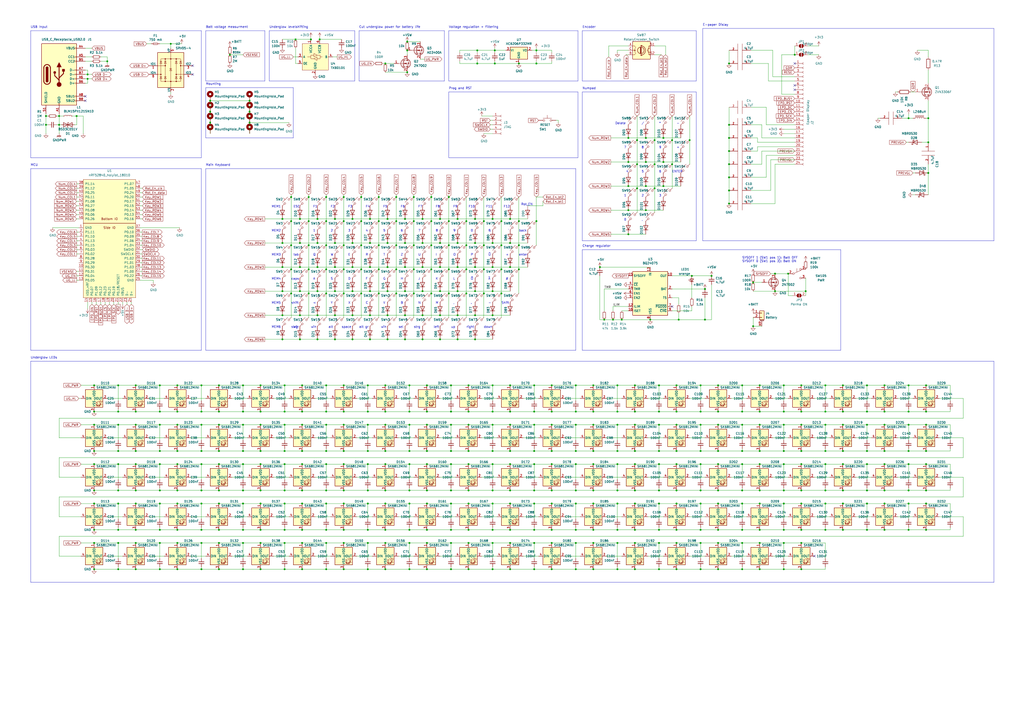
<source format=kicad_sch>
(kicad_sch (version 20211123) (generator eeschema)
  (paper "A2")
  (title_block (title "Diy Keyboard"))
  (junction (at 309.88 261.62))
  (junction (at 219.71 128.27))
  (junction (at 189.23 170.18))
  (junction (at 199.39 269.24))
  (junction (at 255.27 168.91))
  (junction (at 454.66 292.1))
  (junction (at 78.74 292.1))
  (junction (at 422.91 72.39))
  (junction (at 488.95 292.1))
  (junction (at 199.39 246.38))
  (junction (at 384.81 93.98))
  (junction (at 416.56 238.76))
  (junction (at 369.57 95.25))
  (junction (at 78.74 246.38))
  (junction (at 513.08 246.38))
  (junction (at 368.3 261.62))
  (junction (at 287.02 29.21))
  (junction (at 502.92 269.24))
  (junction (at 34.29 72.39))
  (junction (at 237.49 307.34))
  (junction (at 240.03 142.24))
  (junction (at 68.58 307.34))
  (junction (at 247.65 307.34))
  (junction (at 416.56 269.24))
  (junction (at 127 292.1))
  (junction (at 78.74 261.62))
  (junction (at 68.58 223.52))
  (junction (at 116.84 292.1))
  (junction (at 173.99 140.97))
  (junction (at 140.97 284.48))
  (junction (at 364.49 93.98))
  (junction (at 255.27 182.88))
  (junction (at 309.88 238.76))
  (junction (at 422.91 95.25))
  (junction (at 270.51 170.18))
  (junction (at 467.36 168.91))
  (junction (at 334.01 284.48))
  (junction (at 502.92 223.52))
  (junction (at 271.78 292.1))
  (junction (at 213.36 261.62))
  (junction (at 344.17 292.1))
  (junction (at 502.92 307.34))
  (junction (at 334.01 246.38))
  (junction (at 92.71 292.1))
  (junction (at 127 307.34))
  (junction (at 237.49 292.1))
  (junction (at 295.91 261.62))
  (junction (at 295.91 140.97))
  (junction (at 223.52 307.34))
  (junction (at 237.49 246.38))
  (junction (at 527.05 261.62))
  (junction (at 430.53 284.48))
  (junction (at 247.65 223.52))
  (junction (at 140.97 238.76))
  (junction (at 461.01 31.75))
  (junction (at 537.21 261.62))
  (junction (at 213.36 314.96))
  (junction (at 334.01 307.34))
  (junction (at 78.74 284.48))
  (junction (at 360.68 185.42) (diameter 0.9144))
  (junction (at 406.4 246.38))
  (junction (at 199.39 284.48))
  (junction (at 127 269.24))
  (junction (at 478.79 307.34))
  (junction (at 527.05 269.24))
  (junction (at 285.75 246.38))
  (junction (at 194.31 182.88))
  (junction (at 184.15 140.97))
  (junction (at 295.91 292.1))
  (junction (at 116.84 238.76))
  (junction (at 350.52 185.42) (diameter 0.9144))
  (junction (at 285.75 314.96))
  (junction (at 140.97 330.2))
  (junction (at 440.69 261.62))
  (junction (at 311.15 128.27))
  (junction (at 179.07 128.27))
  (junction (at 538.48 100.33))
  (junction (at 440.69 269.24))
  (junction (at 408.94 185.42))
  (junction (at 116.84 269.24))
  (junction (at 295.91 307.34))
  (junction (at 320.04 330.2))
  (junction (at 309.88 330.2))
  (junction (at 219.71 114.3))
  (junction (at 223.52 261.62))
  (junction (at 320.04 246.38))
  (junction (at 358.14 330.2))
  (junction (at 513.08 292.1))
  (junction (at 369.57 81.28))
  (junction (at 184.15 127))
  (junction (at 285.75 307.34))
  (junction (at 537.21 307.34))
  (junction (at 416.56 223.52))
  (junction (at 92.71 269.24))
  (junction (at 537.21 284.48))
  (junction (at 270.51 128.27))
  (junction (at 422.91 36.83))
  (junction (at 229.87 128.27))
  (junction (at 214.63 127))
  (junction (at 464.82 261.62))
  (junction (at 449.58 168.91))
  (junction (at 290.83 156.21))
  (junction (at 271.78 307.34))
  (junction (at 204.47 168.91))
  (junction (at 127 284.48))
  (junction (at 358.14 223.52))
  (junction (at 382.27 223.52))
  (junction (at 382.27 238.76))
  (junction (at 464.82 292.1))
  (junction (at 261.62 284.48))
  (junction (at 250.19 156.21))
  (junction (at 54.61 246.38))
  (junction (at 430.53 269.24))
  (junction (at 54.61 314.96))
  (junction (at 213.36 223.52))
  (junction (at 358.14 238.76))
  (junction (at 224.79 168.91))
  (junction (at 537.21 223.52))
  (junction (at 384.81 80.01))
  (junction (at 261.62 223.52))
  (junction (at 185.42 22.86))
  (junction (at 436.88 163.83))
  (junction (at 309.88 223.52))
  (junction (at 92.71 307.34))
  (junction (at 513.08 269.24))
  (junction (at 271.78 330.2))
  (junction (at 400.05 81.28))
  (junction (at 295.91 223.52))
  (junction (at 121.92 58.42))
  (junction (at 379.73 95.25))
  (junction (at 194.31 140.97))
  (junction (at 255.27 140.97))
  (junction (at 464.82 284.48))
  (junction (at 224.79 140.97))
  (junction (at 368.3 238.76))
  (junction (at 300.99 128.27))
  (junction (at 358.14 284.48))
  (junction (at 209.55 114.3))
  (junction (at 344.17 261.62))
  (junction (at 285.75 330.2))
  (junction (at 199.39 330.2))
  (junction (at 223.52 36.83))
  (junction (at 320.04 261.62))
  (junction (at 382.27 314.96))
  (junction (at 295.91 246.38))
  (junction (at 163.83 168.91))
  (junction (at 285.75 168.91))
  (junction (at 165.1 292.1))
  (junction (at 189.23 269.24))
  (junction (at 140.97 223.52))
  (junction (at 537.21 246.38))
  (junction (at 247.65 284.48))
  (junction (at 265.43 196.85))
  (junction (at 334.01 238.76))
  (junction (at 290.83 142.24))
  (junction (at 247.65 246.38))
  (junction (at 334.01 330.2))
  (junction (at 295.91 330.2))
  (junction (at 68.58 284.48))
  (junction (at 102.87 314.96))
  (junction (at 99.06 25.4))
  (junction (at 440.69 223.52))
  (junction (at 54.61 238.76))
  (junction (at 189.23 330.2))
  (junction (at 245.11 182.88))
  (junction (at 478.79 261.62))
  (junction (at 382.27 246.38))
  (junction (at 320.04 269.24))
  (junction (at 406.4 261.62))
  (junction (at 537.21 269.24))
  (junction (at 290.83 128.27))
  (junction (at 78.74 314.96))
  (junction (at 478.79 246.38))
  (junction (at 194.31 168.91))
  (junction (at 309.88 314.96))
  (junction (at 300.99 142.24))
  (junction (at 237.49 269.24))
  (junction (at 163.83 182.88))
  (junction (at 62.23 35.56))
  (junction (at 295.91 238.76))
  (junction (at 527.05 284.48))
  (junction (at 488.95 284.48))
  (junction (at 92.71 246.38))
  (junction (at 320.04 223.52))
  (junction (at 144.78 64.77))
  (junction (at 237.49 223.52))
  (junction (at 179.07 142.24))
  (junction (at 92.71 284.48))
  (junction (at 379.73 81.28))
  (junction (at 127 314.96))
  (junction (at 320.04 238.76))
  (junction (at 401.32 160.02))
  (junction (at 416.56 284.48))
  (junction (at 163.83 196.85))
  (junction (at 245.11 196.85))
  (junction (at 236.22 24.13))
  (junction (at 54.61 284.48))
  (junction (at 209.55 128.27))
  (junction (at 454.66 269.24))
  (junction (at 175.26 314.96))
  (junction (at 422.91 118.11))
  (junction (at 389.89 81.28))
  (junction (at 173.99 196.85))
  (junction (at 151.13 307.34))
  (junction (at 140.97 307.34))
  (junction (at 285.75 292.1))
  (junction (at 165.1 238.76))
  (junction (at 44.45 67.31))
  (junction (at 368.3 284.48))
  (junction (at 344.17 246.38))
  (junction (at 280.67 156.21))
  (junction (at 275.59 182.88))
  (junction (at 290.83 170.18))
  (junction (at 285.75 284.48))
  (junction (at 265.43 140.97))
  (junction (at 464.82 246.38))
  (junction (at 513.08 261.62))
  (junction (at 168.91 156.21))
  (junction (at 311.15 36.83))
  (junction (at 488.95 307.34))
  (junction (at 344.17 314.96))
  (junction (at 261.62 330.2))
  (junction (at 163.83 127))
  (junction (at 271.78 238.76))
  (junction (at 320.04 292.1))
  (junction (at 68.58 314.96))
  (junction (at 416.56 261.62))
  (junction (at 502.92 261.62))
  (junction (at 382.27 284.48))
  (junction (at 151.13 292.1))
  (junction (at 213.36 238.76))
  (junction (at 382.27 307.34))
  (junction (at 179.07 156.21))
  (junction (at 240.03 114.3))
  (junction (at 275.59 127))
  (junction (at 151.13 330.2))
  (junction (at 347.98 154.94))
  (junction (at 537.21 292.1))
  (junction (at 454.66 246.38))
  (junction (at 223.52 246.38))
  (junction (at 234.95 196.85))
  (junction (at 334.01 223.52))
  (junction (at 151.13 246.38))
  (junction (at 454.66 314.96))
  (junction (at 224.79 154.94))
  (junction (at 209.55 142.24))
  (junction (at 54.61 269.24))
  (junction (at 173.99 127))
  (junction (at 261.62 314.96))
  (junction (at 285.75 182.88))
  (junction (at 165.1 330.2))
  (junction (at 416.56 292.1))
  (junction (at 260.35 128.27))
  (junction (at 50.8 45.72))
  (junction (at 436.88 189.23))
  (junction (at 204.47 140.97))
  (junction (at 355.6 185.42) (diameter 0.9144))
  (junction (at 478.79 292.1))
  (junction (at 406.4 330.2))
  (junction (at 237.49 330.2))
  (junction (at 175.26 223.52))
  (junction (at 237.49 314.96))
  (junction (at 374.65 107.95))
  (junction (at 213.36 292.1))
  (junction (at 116.84 246.38))
  (junction (at 213.36 330.2))
  (junction (at 102.87 330.2))
  (junction (at 199.39 292.1))
  (junction (at 175.26 330.2))
  (junction (at 502.92 284.48))
  (junction (at 382.27 261.62))
  (junction (at 454.66 284.48))
  (junction (at 358.14 307.34))
  (junction (at 240.03 170.18))
  (junction (at 116.84 223.52))
  (junction (at 175.26 246.38))
  (junction (at 175.26 307.34))
  (junction (at 194.31 127))
  (junction (at 189.23 284.48))
  (junction (at 502.92 238.76))
  (junction (at 344.17 307.34))
  (junction (at 358.14 261.62))
  (junction (at 171.45 22.86))
  (junction (at 430.53 314.96))
  (junction (at 165.1 246.38))
  (junction (at 454.66 223.52))
  (junction (at 440.69 330.2))
  (junction (at 68.58 292.1))
  (junction (at 392.43 223.52))
  (junction (at 422.91 87.63))
  (junction (at 309.88 284.48))
  (junction (at 285.75 127))
  (junction (at 408.94 167.64) (diameter 0.9144))
  (junction (at 102.87 238.76))
  (junction (at 247.65 238.76))
  (junction (at 430.53 261.62))
  (junction (at 199.39 261.62))
  (junction (at 165.1 269.24))
  (junction (at 189.23 128.27))
  (junction (at 261.62 307.34))
  (junction (at 320.04 314.96))
  (junction (at 127 261.62))
  (junction (at 449.58 158.75))
  (junction (at 285.75 223.52))
  (junction (at 229.87 170.18))
  (junction (at 224.79 182.88))
  (junction (at 180.34 22.86))
  (junction (at 189.23 292.1))
  (junction (at 194.31 196.85))
  (junction (at 189.23 314.96))
  (junction (at 223.52 330.2))
  (junction (at 311.15 29.21))
  (junction (at 121.92 71.12))
  (junction (at 237.49 261.62))
  (junction (at 165.1 284.48))
  (junction (at 116.84 307.34))
  (junction (at 422.91 80.01))
  (junction (at 285.75 269.24))
  (junction (at 54.61 330.2))
  (junction (at 368.3 307.34))
  (junction (at 255.27 154.94))
  (junction (at 214.63 140.97))
  (junction (at 406.4 269.24))
  (junction (at 165.1 307.34))
  (junction (at 422.91 110.49))
  (junction (at 478.79 223.52))
  (junction (at 116.84 330.2))
  (junction (at 369.57 109.22))
  (junction (at 223.52 284.48))
  (junction (at 229.87 114.3))
  (junction (at 344.17 223.52))
  (junction (at 527.05 246.38))
  (junction (at 127 223.52))
  (junction (at 422.91 102.87))
  (junction (at 393.7 185.42) (diameter 0.9144))
  (junction (at 219.71 170.18))
  (junction (at 295.91 284.48))
  (junction (at 165.1 261.62))
  (junction (at 245.11 127))
  (junction (at 102.87 269.24))
  (junction (at 374.65 121.92))
  (junction (at 488.95 246.38))
  (junction (at 78.74 223.52))
  (junction (at 247.65 292.1))
  (junction (at 454.66 261.62))
  (junction (at 214.63 168.91))
  (junction (at 271.78 246.38))
  (junction (at 285.75 238.76))
  (junction (at 213.36 246.38))
  (junction (at 140.97 261.62))
  (junction (at 219.71 142.24))
  (junction (at 295.91 314.96))
  (junction (at 250.19 128.27))
  (junction (at 260.35 156.21))
  (junction (at 261.62 292.1))
  (junction (at 384.81 107.95))
  (junction (at 464.82 269.24))
  (junction (at 430.53 246.38))
  (junction (at 382.27 330.2))
  (junction (at 538.48 68.58))
  (junction (at 199.39 128.27))
  (junction (at 102.87 307.34))
  (junction (at 68.58 269.24))
  (junction (at 464.82 238.76))
  (junction (at 430.53 292.1))
  (junction (at 133.35 31.75))
  (junction (at 527.05 223.52))
  (junction (at 412.75 160.02))
  (junction (at 247.65 261.62))
  (junction (at 189.23 114.3))
  (junction (at 416.56 330.2))
  (junction (at 168.91 128.27))
  (junction (at 374.65 80.01))
  (junction (at 368.3 330.2))
  (junction (at 68.58 246.38))
  (junction (at 224.79 196.85))
  (junction (at 245.11 140.97))
  (junction (at 78.74 238.76))
  (junction (at 121.92 64.77))
  (junction (at 199.39 314.96))
  (junction (at 379.73 109.22))
  (junction (at 229.87 156.21))
  (junction (at 464.82 314.96))
  (junction (at 287.02 36.83))
  (junction (at 229.87 142.24))
  (junction (at 382.27 292.1))
  (junction (at 247.65 269.24))
  (junction (at 537.21 238.76))
  (junction (at 140.97 246.38))
  (junction (at 255.27 196.85))
  (junction (at 116.84 314.96))
  (junction (at 364.49 121.92))
  (junction (at 127 246.38))
  (junction (at 223.52 292.1))
  (junction (at 261.62 269.24))
  (junction (at 270.51 142.24))
  (junction (at 276.86 29.21))
  (junction (at 309.88 307.34))
  (junction (at 276.86 36.83))
  (junction (at 163.83 140.97))
  (junction (at 175.26 261.62))
  (junction (at 416.56 307.34))
  (junction (at 78.74 307.34))
  (junction (at 454.66 307.34))
  (junction (at 527.05 307.34))
  (junction (at 140.97 292.1))
  (junction (at 54.61 223.52))
  (junction (at 199.39 307.34))
  (junction (at 102.87 261.62))
  (junction (at 368.3 292.1))
  (junction (at 184.15 154.94))
  (junction (at 234.95 182.88))
  (junction (at 364.49 107.95))
  (junction (at 392.43 238.76))
  (junction (at 140.97 314.96))
  (junction (at 255.27 127))
  (junction (at 416.56 246.38))
  (junction (at 54.61 307.34))
  (junction (at 464.82 223.52))
  (junction (at 78.74 330.2))
  (junction (at 175.26 238.76))
  (junction (at 271.78 223.52))
  (junction (at 189.23 223.52))
  (junction (at 464.82 330.2))
  (junction (at 440.69 314.96))
  (junction (at 488.95 223.52))
  (junction (at 285.75 140.97))
  (junction (at 265.43 127))
  (junction (at 151.13 284.48))
  (junction (at 364.49 135.89))
  (junction (at 173.99 168.91))
  (junction (at 102.87 246.38))
  (junction (at 502.92 246.38))
  (junction (at 26.67 72.39))
  (junction (at 275.59 168.91))
  (junction (at 213.36 307.34))
  (junction (at 275.59 140.97))
  (junction (at 234.95 140.97))
  (junction (at 392.43 261.62))
  (junction (at 300.99 36.83))
  (junction (at 280.67 142.24))
  (junction (at 368.3 246.38))
  (junction (at 488.95 269.24))
  (junction (at 184.15 182.88))
  (junction (at 320.04 284.48))
  (junction (at 151.13 269.24))
  (junction (at 213.36 269.24))
  (junction (at 175.26 284.48))
  (junction (at 406.4 307.34))
  (junction (at 334.01 314.96))
  (junction (at 116.84 284.48))
  (junction (at 247.65 330.2))
  (junction (at 236.22 41.91))
  (junction (at 285.75 261.62))
  (junction (at 392.43 246.38))
  (junction (at 502.92 292.1))
  (junction (at 189.23 238.76))
  (junction (at 295.91 154.94))
  (junction (at 430.53 330.2))
  (junction (at 250.19 142.24))
  (junction (at 527.05 292.1))
  (junction (at 478.79 238.76))
  (junction (at 271.78 261.62))
  (junction (at 240.03 128.27))
  (junction (at 247.65 314.96))
  (junction (at 440.69 284.48))
  (junction (at 240.03 156.21))
  (junction (at 223.52 314.96))
  (junction (at 440.69 307.34))
  (junction (at 392.43 330.2))
  (junction (at 440.69 238.76))
  (junction (at 392.43 284.48))
  (junction (at 377.19 185.42) (diameter 0.9144))
  (junction (at 168.91 114.3))
  (junction (at 440.69 292.1))
  (junction (at 344.17 284.48))
  (junction (at 168.91 170.18))
  (junction (at 261.62 261.62))
  (junction (at 234.95 168.91))
  (junction (at 184.15 196.85))
  (junction (at 392.43 292.1))
  (junction (at 204.47 127))
  (junction (at 513.08 307.34))
  (junction (at 199.39 170.18))
  (junction (at 151.13 314.96))
  (junction (at 68.58 238.76))
  (junction (at 219.71 156.21))
  (junction (at 175.26 292.1))
  (junction (at 406.4 314.96))
  (junction (at 92.71 238.76))
  (junction (at 416.56 314.96))
  (junction (at 454.66 330.2))
  (junction (at 234.95 154.94))
  (junction (at 488.95 238.76))
  (junction (at 78.74 269.24))
  (junction (at 151.13 238.76))
  (junction (at 209.55 170.18))
  (junction (at 430.53 223.52))
  (junction (at 260.35 142.24))
  (junction (at 430.53 307.34))
  (junction (at 223.52 238.76))
  (junction (at 430.53 238.76))
  (junction (at 151.13 223.52))
  (junction (at 513.08 223.52))
  (junction (at 261.62 238.76))
  (junction (at 275.59 154.94))
  (junction (at 440.69 246.38))
  (junction (at 406.4 238.76))
  (junction (at 295.91 127))
  (junction (at 237.49 238.76))
  (junction (at 406.4 284.48))
  (junction (at 344.17 269.24))
  (junction (at 265.43 182.88))
  (junction (at 300.99 156.21))
  (junction (at 392.43 314.96))
  (junction (at 214.63 196.85))
  (junction (at 344.17 330.2))
  (junction (at 163.83 154.94))
  (junction (at 270.51 156.21))
  (junction (at 271.78 284.48))
  (junction (at 199.39 114.3))
  (junction (at 102.87 284.48))
  (junction (at 527.05 68.58))
  (junction (at 261.62 246.38))
  (junction (at 173.99 154.94))
  (junction (at 204.47 196.85))
  (junction (at 92.71 330.2))
  (junction (at 194.31 154.94))
  (junction (at 389.89 95.25))
  (junction (at 223.52 269.24))
  (junction (at 144.78 71.12))
  (junction (at 199.39 142.24))
  (junction (at 260.35 114.3))
  (junction (at 382.27 269.24))
  (junction (at 260.35 170.18))
  (junction (at 189.23 156.21))
  (junction (at 358.14 292.1))
  (junction (at 92.71 314.96))
  (junction (at 457.2 158.75))
  (junction (at 245.11 168.91))
  (junction (at 265.43 168.91))
  (junction (at 275.59 196.85))
  (junction (at 204.47 182.88))
  (junction (at 26.67 67.31))
  (junction (at 271.78 269.24))
  (junction (at 236.22 29.21))
  (junction (at 364.49 80.01))
  (junction (at 50.8 43.18))
  (junction (at 214.63 182.88))
  (junction (at 334.01 269.24))
  (junction (at 454.66 238.76))
  (junction (at 151.13 261.62))
  (junction (at 265.43 154.94))
  (junction (at 175.26 269.24))
  (junction (at 92.71 223.52))
  (junction (at 173.99 182.88))
  (junction (at 116.84 261.62))
  (junction (at 392.43 269.24))
  (junction (at 179.07 170.18))
  (junction (at 224.79 127))
  (junction (at 102.87 223.52))
  (junction (at 189.23 261.62))
  (junction (at 406.4 223.52))
  (junction (at 280.67 170.18))
  (junction (at 358.14 314.96))
  (junction (at 280.67 128.27))
  (junction (at 213.36 284.48))
  (junction (at 165.1 223.52))
  (junction (at 68.58 261.62))
  (junction (at 54.61 261.62))
  (junction (at 295.91 269.24))
  (junction (at 199.39 223.52))
  (junction (at 358.14 246.38))
  (junction (at 406.4 292.1))
  (junction (at 527.05 238.76))
  (junction (at 92.71 261.62))
  (junction (at 189.23 142.24))
  (junction (at 234.95 127))
  (junction (at 478.79 269.24))
  (junction (at 179.07 114.3))
  (junction (at 285.75 154.94))
  (junction (at 334.01 261.62))
  (junction (at 189.23 246.38))
  (junction (at 513.08 284.48))
  (junction (at 309.88 269.24))
  (junction (at 199.39 238.76))
  (junction (at 34.29 67.31))
  (junction (at 165.1 314.96))
  (junction (at 334.01 292.1))
  (junction (at 237.49 284.48))
  (junction (at 209.55 156.21))
  (junction (at 250.19 114.3))
  (junction (at 223.52 223.52))
  (junction (at 245.11 154.94))
  (junction (at 368.3 314.96))
  (junction (at 144.78 58.42))
  (junction (at 374.65 93.98))
  (junction (at 204.47 154.94))
  (junction (at 199.39 156.21))
  (junction (at 358.14 269.24))
  (junction (at 214.63 154.94))
  (junction (at 368.3 223.52))
  (junction (at 513.08 238.76))
  (junction (at 140.97 269.24))
  (junction (at 127 238.76))
  (junction (at 102.87 292.1))
  (junction (at 344.17 238.76))
  (junction (at 478.79 284.48))
  (junction (at 168.91 142.24))
  (junction (at 271.78 314.96))
  (junction (at 368.3 269.24))
  (junction (at 538.48 82.55))
  (junction (at 488.95 261.62))
  (junction (at 189.23 307.34))
  (junction (at 54.61 292.1))
  (junction (at 309.88 292.1))
  (junction (at 320.04 307.34))
  (junction (at 68.58 330.2))
  (junction (at 127 330.2))
  (junction (at 250.19 170.18))
  (junction (at 392.43 307.34))
  (junction (at 309.88 246.38))
  (junction (at 464.82 307.34))
  (junction (at 184.15 168.91))
  (no_connect (at 111.76 43.18))
  (no_connect (at 49.53 58.42))
  (no_connect (at 461.01 52.07))
  (no_connect (at 389.89 177.8))
  (no_connect (at 49.53 55.88))
  (no_connect (at 111.76 38.1))
  (no_connect (at 472.44 322.58))
  (no_connect (at 461.01 49.53))
  (no_connect (at 461.01 36.83))
  (wire (pts (xy 527.05 307.34) (xy 537.21 307.34)))
  (wire (pts (xy 295.91 246.38) (xy 309.88 246.38)))
  (wire (pts (xy 537.21 246.38) (xy 551.18 246.38)))
  (wire (pts (xy 231.14 322.58) (xy 240.03 322.58)))
  (wire (pts (xy 311.15 114.3) (xy 314.96 114.3)))
  (wire (pts (xy 430.53 255.27) (xy 430.53 246.38)))
  (wire (pts (xy 68.58 237.49) (xy 68.58 238.76)))
  (wire (pts (xy 382.27 246.38) (xy 392.43 246.38)))
  (wire (pts (xy 454.66 323.85) (xy 454.66 314.96)))
  (wire (pts (xy 422.91 72.39) (xy 422.91 80.01)))
  (wire (pts (xy 34.29 265.43) (xy 558.8 265.43)))
  (wire (pts (xy 44.45 134.62) (xy 45.72 134.62)))
  (wire (pts (xy 368.3 246.38) (xy 382.27 246.38)))
  (wire (pts (xy 355.6 177.8) (xy 364.49 177.8)))
  (wire (pts (xy 436.88 184.15) (xy 436.88 189.23)))
  (wire (pts (xy 245.11 154.94) (xy 255.27 154.94)))
  (wire (pts (xy 454.66 314.96) (xy 464.82 314.96)))
  (wire (pts (xy 213.36 238.76) (xy 213.36 237.49)))
  (wire (pts (xy 255.27 254) (xy 264.16 254)))
  (wire (pts (xy 364.49 93.98) (xy 374.65 93.98)))
  (wire (pts (xy 71.12 176.53) (xy 71.12 175.26)))
  (wire (pts (xy 354.33 135.89) (xy 364.49 135.89)))
  (wire (pts (xy 62.23 299.72) (xy 71.12 299.72)))
  (wire (pts (xy 189.23 246.38) (xy 199.39 246.38)))
  (wire (pts (xy 78.74 238.76) (xy 92.71 238.76)))
  (wire (pts (xy 416.56 307.34) (xy 430.53 307.34)))
  (wire (pts (xy 175.26 284.48) (xy 189.23 284.48)))
  (polyline (pts (xy 170.18 50.8) (xy 170.18 80.01)) (stroke (width 0) (type solid)))
  (wire (pts (xy 430.53 269.24) (xy 440.69 269.24)))
  (polyline (pts (xy 407.67 139.7) (xy 576.58 139.7)) (stroke (width 0) (type solid)))
  (wire (pts (xy 502.92 269.24) (xy 513.08 269.24)))
  (polyline (pts (xy 260.35 17.78) (xy 335.28 17.78)) (stroke (width 0) (type solid)))
  (wire (pts (xy 374.65 80.01) (xy 384.81 80.01)))
  (wire (pts (xy 116.84 306.07) (xy 116.84 307.34)))
  (wire (pts (xy 184.15 182.88) (xy 194.31 182.88)))
  (wire (pts (xy 237.49 330.2) (xy 247.65 330.2)))
  (wire (pts (xy 358.14 260.35) (xy 358.14 261.62)))
  (wire (pts (xy 478.79 238.76) (xy 488.95 238.76)))
  (wire (pts (xy 382.27 307.34) (xy 382.27 306.07)))
  (wire (pts (xy 199.39 307.34) (xy 213.36 307.34)))
  (wire (pts (xy 68.58 278.13) (xy 68.58 269.24)))
  (wire (pts (xy 214.63 154.94) (xy 224.79 154.94)))
  (polyline (pts (xy 208.28 46.99) (xy 257.81 46.99)) (stroke (width 0) (type solid)))
  (polyline (pts (xy 576.58 209.55) (xy 576.58 337.82)) (stroke (width 0) (type solid)))
  (wire (pts (xy 121.92 58.42) (xy 121.92 64.77)))
  (wire (pts (xy 229.87 114.3) (xy 229.87 128.27)))
  (wire (pts (xy 279.4 67.31) (xy 285.75 67.31)))
  (wire (pts (xy 353.06 33.02) (xy 353.06 26.67)))
  (wire (pts (xy 327.66 231.14) (xy 336.55 231.14)))
  (wire (pts (xy 327.66 276.86) (xy 336.55 276.86)))
  (wire (pts (xy 86.36 276.86) (xy 95.25 276.86)))
  (wire (pts (xy 213.36 314.96) (xy 223.52 314.96)))
  (wire (pts (xy 513.08 307.34) (xy 527.05 307.34)))
  (polyline (pts (xy 337.82 203.2) (xy 487.68 203.2)) (stroke (width 0) (type solid)))
  (wire (pts (xy 271.78 246.38) (xy 285.75 246.38)))
  (wire (pts (xy 127 292.1) (xy 140.97 292.1)))
  (wire (pts (xy 358.14 330.2) (xy 368.3 330.2)))
  (wire (pts (xy 334.01 314.96) (xy 344.17 314.96)))
  (wire (pts (xy 237.49 278.13) (xy 237.49 269.24)))
  (wire (pts (xy 537.21 269.24) (xy 551.18 269.24)))
  (wire (pts (xy 551.18 278.13) (xy 551.18 269.24)))
  (wire (pts (xy 102.87 292.1) (xy 116.84 292.1)))
  (wire (pts (xy 430.53 278.13) (xy 430.53 269.24)))
  (wire (pts (xy 401.32 165.1) (xy 401.32 172.72)))
  (wire (pts (xy 219.71 170.18) (xy 219.71 184.15)))
  (wire (pts (xy 116.84 300.99) (xy 116.84 292.1)))
  (wire (pts (xy 260.35 128.27) (xy 260.35 142.24)))
  (wire (pts (xy 502.92 307.34) (xy 502.92 306.07)))
  (wire (pts (xy 140.97 278.13) (xy 140.97 269.24)))
  (wire (pts (xy 334.01 323.85) (xy 334.01 314.96)))
  (wire (pts (xy 368.3 223.52) (xy 382.27 223.52)))
  (wire (pts (xy 140.97 307.34) (xy 140.97 306.07)))
  (wire (pts (xy 261.62 223.52) (xy 271.78 223.52)))
  (polyline (pts (xy 17.78 17.78) (xy 116.84 17.78)) (stroke (width 0) (type solid)))
  (wire (pts (xy 245.11 168.91) (xy 255.27 168.91)))
  (wire (pts (xy 424.18 299.72) (xy 433.07 299.72)))
  (wire (pts (xy 538.48 82.55) (xy 534.67 82.55)))
  (wire (pts (xy 171.45 22.86) (xy 180.34 22.86)))
  (polyline (pts (xy 335.28 53.34) (xy 335.28 91.44)) (stroke (width 0) (type solid)))
  (wire (pts (xy 448.31 231.14) (xy 457.2 231.14)))
  (wire (pts (xy 54.61 330.2) (xy 68.58 330.2)))
  (wire (pts (xy 527.05 238.76) (xy 537.21 238.76)))
  (wire (pts (xy 430.53 330.2) (xy 440.69 330.2)))
  (wire (pts (xy 496.57 231.14) (xy 505.46 231.14)))
  (wire (pts (xy 26.67 72.39) (xy 27.94 72.39)))
  (wire (pts (xy 207.01 231.14) (xy 215.9 231.14)))
  (wire (pts (xy 358.14 261.62) (xy 368.3 261.62)))
  (wire (pts (xy 237.49 232.41) (xy 237.49 223.52)))
  (wire (pts (xy 382.27 238.76) (xy 382.27 237.49)))
  (wire (pts (xy 300.99 114.3) (xy 300.99 128.27)))
  (wire (pts (xy 502.92 292.1) (xy 513.08 292.1)))
  (wire (pts (xy 382.27 261.62) (xy 392.43 261.62)))
  (wire (pts (xy 204.47 196.85) (xy 214.63 196.85)))
  (wire (pts (xy 134.62 254) (xy 143.51 254)))
  (wire (pts (xy 412.75 185.42) (xy 408.94 185.42)))
  (wire (pts (xy 231.14 276.86) (xy 240.03 276.86)))
  (wire (pts (xy 175.26 223.52) (xy 189.23 223.52)))
  (wire (pts (xy 184.15 196.85) (xy 194.31 196.85)))
  (wire (pts (xy 285.75 255.27) (xy 285.75 246.38)))
  (wire (pts (xy 34.29 288.29) (xy 558.8 288.29)))
  (wire (pts (xy 199.39 284.48) (xy 213.36 284.48)))
  (wire (pts (xy 488.95 307.34) (xy 502.92 307.34)))
  (wire (pts (xy 140.97 307.34) (xy 151.13 307.34)))
  (polyline (pts (xy 257.81 46.99) (xy 257.81 17.78)) (stroke (width 0) (type solid)))
  (wire (pts (xy 295.91 140.97) (xy 306.07 140.97)))
  (wire (pts (xy 406.4 261.62) (xy 406.4 260.35)))
  (wire (pts (xy 55.88 176.53) (xy 55.88 175.26)))
  (wire (pts (xy 488.95 261.62) (xy 502.92 261.62)))
  (wire (pts (xy 50.8 40.64) (xy 50.8 43.18)))
  (wire (pts (xy 261.62 278.13) (xy 261.62 269.24)))
  (wire (pts (xy 68.58 232.41) (xy 68.58 223.52)))
  (wire (pts (xy 440.69 269.24) (xy 454.66 269.24)))
  (wire (pts (xy 127 246.38) (xy 140.97 246.38)))
  (polyline (pts (xy 576.58 337.82) (xy 17.78 337.82)) (stroke (width 0) (type solid)))
  (polyline (pts (xy 119.38 17.78) (xy 153.67 17.78)) (stroke (width 0) (type solid)))
  (wire (pts (xy 406.4 238.76) (xy 416.56 238.76)))
  (wire (pts (xy 102.87 284.48) (xy 116.84 284.48)))
  (wire (pts (xy 165.1 323.85) (xy 165.1 314.96)))
  (wire (pts (xy 295.91 127) (xy 306.07 127)))
  (polyline (pts (xy 119.38 97.79) (xy 334.01 97.79)) (stroke (width 0) (type solid)))
  (wire (pts (xy 448.31 254) (xy 457.2 254)))
  (wire (pts (xy 255.27 231.14) (xy 264.16 231.14)))
  (wire (pts (xy 464.82 307.34) (xy 478.79 307.34)))
  (polyline (pts (xy 170.18 80.01) (xy 119.38 80.01)) (stroke (width 0) (type solid)))
  (wire (pts (xy 537.21 261.62) (xy 551.18 261.62)))
  (wire (pts (xy 194.31 182.88) (xy 204.47 182.88)))
  (wire (pts (xy 213.36 292.1) (xy 223.52 292.1)))
  (wire (pts (xy 551.18 232.41) (xy 551.18 223.52)))
  (wire (pts (xy 430.53 284.48) (xy 430.53 283.21)))
  (wire (pts (xy 153.67 127) (xy 163.83 127)))
  (wire (pts (xy 320.04 246.38) (xy 334.01 246.38)))
  (wire (pts (xy 245.11 140.97) (xy 255.27 140.97)))
  (wire (pts (xy 102.87 238.76) (xy 116.84 238.76)))
  (wire (pts (xy 424.18 276.86) (xy 433.07 276.86)))
  (wire (pts (xy 527.05 284.48) (xy 537.21 284.48)))
  (wire (pts (xy 271.78 292.1) (xy 285.75 292.1)))
  (wire (pts (xy 558.8 242.57) (xy 558.8 231.14)))
  (polyline (pts (xy 487.68 203.2) (xy 487.68 144.78)) (stroke (width 0) (type solid)))
  (polyline (pts (xy 407.67 16.51) (xy 407.67 139.7)) (stroke (width 0) (type solid)))
  (polyline (pts (xy 119.38 50.8) (xy 170.18 50.8)) (stroke (width 0) (type solid)))
  (wire (pts (xy 351.79 254) (xy 360.68 254)))
  (wire (pts (xy 440.69 284.48) (xy 454.66 284.48)))
  (wire (pts (xy 62.23 36.83) (xy 62.23 35.56)))
  (wire (pts (xy 173.99 140.97) (xy 184.15 140.97)))
  (wire (pts (xy 255.27 322.58) (xy 264.16 322.58)))
  (wire (pts (xy 551.18 284.48) (xy 551.18 283.21)))
  (wire (pts (xy 285.75 261.62) (xy 295.91 261.62)))
  (wire (pts (xy 406.4 232.41) (xy 406.4 223.52)))
  (wire (pts (xy 290.83 170.18) (xy 290.83 184.15)))
  (wire (pts (xy 247.65 292.1) (xy 261.62 292.1)))
  (wire (pts (xy 382.27 307.34) (xy 392.43 307.34)))
  (wire (pts (xy 54.61 238.76) (xy 68.58 238.76)))
  (polyline (pts (xy 334.01 203.2) (xy 119.38 203.2)) (stroke (width 0) (type solid)))
  (wire (pts (xy 261.62 330.2) (xy 271.78 330.2)))
  (wire (pts (xy 140.97 269.24) (xy 151.13 269.24)))
  (wire (pts (xy 140.97 238.76) (xy 140.97 237.49)))
  (wire (pts (xy 179.07 142.24) (xy 179.07 156.21)))
  (wire (pts (xy 496.57 276.86) (xy 505.46 276.86)))
  (wire (pts (xy 189.23 284.48) (xy 199.39 284.48)))
  (wire (pts (xy 513.08 238.76) (xy 527.05 238.76)))
  (wire (pts (xy 454.66 330.2) (xy 454.66 328.93)))
  (wire (pts (xy 92.71 278.13) (xy 92.71 269.24)))
  (wire (pts (xy 285.75 307.34) (xy 285.75 306.07)))
  (wire (pts (xy 134.62 231.14) (xy 143.51 231.14)))
  (wire (pts (xy 165.1 307.34) (xy 175.26 307.34)))
  (wire (pts (xy 255.27 299.72) (xy 264.16 299.72)))
  (wire (pts (xy 82.55 121.92) (xy 81.28 121.92)))
  (wire (pts (xy 393.7 185.42) (xy 408.94 185.42)))
  (wire (pts (xy 151.13 284.48) (xy 165.1 284.48)))
  (wire (pts (xy 189.23 156.21) (xy 189.23 170.18)))
  (wire (pts (xy 453.39 54.61) (xy 461.01 54.61)))
  (wire (pts (xy 182.88 322.58) (xy 191.77 322.58)))
  (wire (pts (xy 375.92 322.58) (xy 384.81 322.58)))
  (wire (pts (xy 209.55 142.24) (xy 209.55 156.21)))
  (wire (pts (xy 285.75 292.1) (xy 295.91 292.1)))
  (wire (pts (xy 82.55 111.76) (xy 81.28 111.76)))
  (wire (pts (xy 309.88 292.1) (xy 320.04 292.1)))
  (wire (pts (xy 185.42 22.86) (xy 198.12 22.86)))
  (wire (pts (xy 275.59 196.85) (xy 285.75 196.85)))
  (wire (pts (xy 58.42 176.53) (xy 58.42 175.26)))
  (wire (pts (xy 309.88 238.76) (xy 320.04 238.76)))
  (wire (pts (xy 309.88 223.52) (xy 320.04 223.52)))
  (wire (pts (xy 213.36 246.38) (xy 223.52 246.38)))
  (wire (pts (xy 392.43 307.34) (xy 406.4 307.34)))
  (wire (pts (xy 88.9 162.56) (xy 81.28 162.56)))
  (wire (pts (xy 179.07 156.21) (xy 179.07 170.18)))
  (wire (pts (xy 406.4 269.24) (xy 416.56 269.24)))
  (wire (pts (xy 92.71 330.2) (xy 102.87 330.2)))
  (wire (pts (xy 194.31 154.94) (xy 204.47 154.94)))
  (wire (pts (xy 368.3 314.96) (xy 382.27 314.96)))
  (wire (pts (xy 44.45 119.38) (xy 45.72 119.38)))
  (wire (pts (xy 430.53 300.99) (xy 430.53 292.1)))
  (wire (pts (xy 285.75 278.13) (xy 285.75 269.24)))
  (polyline (pts (xy 119.38 97.79) (xy 119.38 203.2)) (stroke (width 0) (type solid)))
  (wire (pts (xy 558.8 265.43) (xy 558.8 254)))
  (wire (pts (xy 68.58 261.62) (xy 78.74 261.62)))
  (wire (pts (xy 247.65 307.34) (xy 261.62 307.34)))
  (wire (pts (xy 454.66 238.76) (xy 454.66 237.49)))
  (wire (pts (xy 320.04 330.2) (xy 334.01 330.2)))
  (wire (pts (xy 424.18 322.58) (xy 433.07 322.58)))
  (wire (pts (xy 280.67 128.27) (xy 280.67 142.24)))
  (wire (pts (xy 173.99 168.91) (xy 184.15 168.91)))
  (wire (pts (xy 62.23 35.56) (xy 58.42 35.56)))
  (wire (pts (xy 175.26 307.34) (xy 189.23 307.34)))
  (polyline (pts (xy 17.78 209.55) (xy 576.58 209.55)) (stroke (width 0) (type solid)))
  (wire (pts (xy 334.01 232.41) (xy 334.01 223.52)))
  (wire (pts (xy 422.91 87.63) (xy 422.91 95.25)))
  (wire (pts (xy 168.91 156.21) (xy 168.91 170.18)))
  (wire (pts (xy 360.68 185.42) (xy 377.19 185.42)))
  (wire (pts (xy 285.75 127) (xy 295.91 127)))
  (wire (pts (xy 379.73 81.28) (xy 379.73 95.25)))
  (wire (pts (xy 49.53 45.72) (xy 50.8 45.72)))
  (wire (pts (xy 303.53 276.86) (xy 312.42 276.86)))
  (wire (pts (xy 189.23 284.48) (xy 189.23 283.21)))
  (wire (pts (xy 271.78 307.34) (xy 285.75 307.34)))
  (polyline (pts (xy 337.82 17.78) (xy 403.86 17.78)) (stroke (width 0) (type solid)))
  (wire (pts (xy 247.65 261.62) (xy 261.62 261.62)))
  (wire (pts (xy 250.19 170.18) (xy 250.19 184.15)))
  (wire (pts (xy 285.75 246.38) (xy 295.91 246.38)))
  (wire (pts (xy 116.84 232.41) (xy 116.84 223.52)))
  (wire (pts (xy 62.23 33.02) (xy 62.23 35.56)))
  (wire (pts (xy 199.39 314.96) (xy 213.36 314.96)))
  (wire (pts (xy 382.27 292.1) (xy 392.43 292.1)))
  (wire (pts (xy 140.97 323.85) (xy 140.97 314.96)))
  (wire (pts (xy 430.53 261.62) (xy 430.53 260.35)))
  (wire (pts (xy 68.58 223.52) (xy 78.74 223.52)))
  (wire (pts (xy 50.8 48.26) (xy 50.8 45.72)))
  (wire (pts (xy 320.04 269.24) (xy 334.01 269.24)))
  (polyline (pts (xy 337.82 144.78) (xy 487.68 144.78)) (stroke (width 0) (type solid)))
  (wire (pts (xy 279.4 231.14) (xy 288.29 231.14)))
  (wire (pts (xy 175.26 238.76) (xy 189.23 238.76)))
  (wire (pts (xy 392.43 261.62) (xy 406.4 261.62)))
  (wire (pts (xy 440.69 330.2) (xy 454.66 330.2)))
  (wire (pts (xy 502.92 255.27) (xy 502.92 246.38)))
  (wire (pts (xy 368.3 292.1) (xy 382.27 292.1)))
  (wire (pts (xy 189.23 261.62) (xy 199.39 261.62)))
  (wire (pts (xy 46.99 322.58) (xy 34.29 322.58)))
  (wire (pts (xy 116.84 284.48) (xy 127 284.48)))
  (wire (pts (xy 121.92 64.77) (xy 121.92 71.12)))
  (wire (pts (xy 163.83 127) (xy 173.99 127)))
  (wire (pts (xy 68.58 300.99) (xy 68.58 292.1)))
  (wire (pts (xy 34.29 299.72) (xy 34.29 288.29)))
  (wire (pts (xy 444.5 102.87) (xy 435.61 102.87)))
  (wire (pts (xy 311.15 36.83) (xy 320.04 36.83)))
  (wire (pts (xy 295.91 330.2) (xy 309.88 330.2)))
  (wire (pts (xy 416.56 238.76) (xy 430.53 238.76)))
  (wire (pts (xy 247.65 330.2) (xy 261.62 330.2)))
  (wire (pts (xy 440.69 314.96) (xy 454.66 314.96)))
  (wire (pts (xy 364.49 135.89) (xy 374.65 135.89)))
  (wire (pts (xy 44.45 109.22) (xy 45.72 109.22)))
  (wire (pts (xy 320.04 314.96) (xy 334.01 314.96)))
  (wire (pts (xy 354.33 93.98) (xy 364.49 93.98)))
  (wire (pts (xy 334.01 260.35) (xy 334.01 261.62)))
  (wire (pts (xy 250.19 114.3) (xy 250.19 128.27)))
  (wire (pts (xy 247.65 314.96) (xy 261.62 314.96)))
  (wire (pts (xy 435.61 36.83) (xy 445.77 36.83)))
  (wire (pts (xy 537.21 238.76) (xy 551.18 238.76)))
  (polyline (pts (xy 119.38 50.8) (xy 119.38 80.01)) (stroke (width 0) (type solid)))
  (wire (pts (xy 454.66 284.48) (xy 464.82 284.48)))
  (wire (pts (xy 439.42 85.09) (xy 439.42 87.63)))
  (wire (pts (xy 189.23 300.99) (xy 189.23 292.1)))
  (wire (pts (xy 240.03 113.03) (xy 240.03 114.3)))
  (wire (pts (xy 92.71 323.85) (xy 92.71 314.96)))
  (polyline (pts (xy 260.35 46.99) (xy 335.28 46.99)) (stroke (width 0) (type solid)))
  (wire (pts (xy 351.79 299.72) (xy 360.68 299.72)))
  (wire (pts (xy 400.05 231.14) (xy 408.94 231.14)))
  (wire (pts (xy 392.43 269.24) (xy 406.4 269.24)))
  (wire (pts (xy 261.62 314.96) (xy 271.78 314.96)))
  (wire (pts (xy 435.61 72.39) (xy 441.96 72.39)))
  (wire (pts (xy 163.83 154.94) (xy 173.99 154.94)))
  (wire (pts (xy 86.36 299.72) (xy 95.25 299.72)))
  (wire (pts (xy 224.79 168.91) (xy 234.95 168.91)))
  (wire (pts (xy 449.58 158.75) (xy 457.2 158.75)))
  (wire (pts (xy 454.66 284.48) (xy 454.66 283.21)))
  (wire (pts (xy 102.87 307.34) (xy 116.84 307.34)))
  (wire (pts (xy 219.71 142.24) (xy 219.71 156.21)))
  (wire (pts (xy 179.07 113.03) (xy 179.07 114.3)))
  (wire (pts (xy 151.13 223.52) (xy 165.1 223.52)))
  (polyline (pts (xy 116.84 97.79) (xy 17.78 97.79)) (stroke (width 0) (type solid)))
  (wire (pts (xy 284.48 74.93) (xy 285.75 74.93)))
  (wire (pts (xy 234.95 140.97) (xy 245.11 140.97)))
  (wire (pts (xy 250.19 142.24) (xy 250.19 156.21)))
  (wire (pts (xy 472.44 254) (xy 481.33 254)))
  (wire (pts (xy 99.06 25.4) (xy 105.41 25.4)))
  (wire (pts (xy 53.34 43.18) (xy 50.8 43.18)))
  (wire (pts (xy 464.82 284.48) (xy 478.79 284.48)))
  (wire (pts (xy 265.43 168.91) (xy 275.59 168.91)))
  (wire (pts (xy 180.34 21.59) (xy 180.34 22.86)))
  (wire (pts (xy 213.36 261.62) (xy 213.36 260.35)))
  (wire (pts (xy 265.43 127) (xy 275.59 127)))
  (wire (pts (xy 295.91 307.34) (xy 309.88 307.34)))
  (wire (pts (xy 127 269.24) (xy 140.97 269.24)))
  (wire (pts (xy 454.66 223.52) (xy 464.82 223.52)))
  (wire (pts (xy 88.9 163.83) (xy 88.9 162.56)))
  (wire (pts (xy 448.31 29.21) (xy 448.31 44.45)))
  (wire (pts (xy 320.04 261.62) (xy 334.01 261.62)))
  (wire (pts (xy 354.33 107.95) (xy 364.49 107.95)))
  (wire (pts (xy 287.02 35.56) (xy 287.02 36.83)))
  (wire (pts (xy 393.7 181.61) (xy 393.7 185.42)))
  (wire (pts (xy 49.53 33.02) (xy 53.34 33.02)))
  (wire (pts (xy 92.71 246.38) (xy 102.87 246.38)))
  (wire (pts (xy 213.36 284.48) (xy 223.52 284.48)))
  (wire (pts (xy 116.84 246.38) (xy 127 246.38)))
  (wire (pts (xy 358.14 300.99) (xy 358.14 292.1)))
  (wire (pts (xy 255.27 182.88) (xy 265.43 182.88)))
  (wire (pts (xy 527.05 246.38) (xy 537.21 246.38)))
  (wire (pts (xy 416.56 261.62) (xy 430.53 261.62)))
  (wire (pts (xy 85.09 25.4) (xy 87.63 25.4)))
  (wire (pts (xy 175.26 292.1) (xy 189.23 292.1)))
  (wire (pts (xy 44.45 124.46) (xy 45.72 124.46)))
  (wire (pts (xy 26.67 67.31) (xy 27.94 67.31)))
  (wire (pts (xy 311.15 35.56) (xy 311.15 36.83)))
  (wire (pts (xy 368.3 284.48) (xy 382.27 284.48)))
  (wire (pts (xy 92.71 269.24) (xy 102.87 269.24)))
  (wire (pts (xy 275.59 168.91) (xy 285.75 168.91)))
  (wire (pts (xy 334.01 278.13) (xy 334.01 269.24)))
  (wire (pts (xy 237.49 238.76) (xy 237.49 237.49)))
  (wire (pts (xy 513.08 246.38) (xy 527.05 246.38)))
  (wire (pts (xy 344.17 284.48) (xy 358.14 284.48)))
  (wire (pts (xy 311.15 27.94) (xy 311.15 29.21)))
  (wire (pts (xy 184.15 140.97) (xy 194.31 140.97)))
  (wire (pts (xy 26.67 72.39) (xy 26.67 77.47)))
  (wire (pts (xy 140.97 300.99) (xy 140.97 292.1)))
  (wire (pts (xy 369.57 95.25) (xy 369.57 109.22)))
  (wire (pts (xy 430.53 246.38) (xy 440.69 246.38)))
  (wire (pts (xy 513.08 284.48) (xy 527.05 284.48)))
  (wire (pts (xy 344.17 330.2) (xy 358.14 330.2)))
  (wire (pts (xy 344.17 307.34) (xy 358.14 307.34)))
  (wire (pts (xy 461.01 85.09) (xy 439.42 85.09)))
  (wire (pts (xy 222.25 36.83) (xy 223.52 36.83)))
  (wire (pts (xy 448.31 299.72) (xy 457.2 299.72)))
  (wire (pts (xy 538.48 95.25) (xy 538.48 100.33)))
  (wire (pts (xy 34.29 254) (xy 34.29 242.57)))
  (wire (pts (xy 271.78 223.52) (xy 285.75 223.52)))
  (wire (pts (xy 467.36 161.29) (xy 467.36 168.91)))
  (wire (pts (xy 158.75 299.72) (xy 167.64 299.72)))
  (wire (pts (xy 44.45 147.32) (xy 45.72 147.32)))
  (wire (pts (xy 151.13 246.38) (xy 165.1 246.38)))
  (wire (pts (xy 204.47 182.88) (xy 214.63 182.88)))
  (wire (pts (xy 375.92 254) (xy 384.81 254)))
  (wire (pts (xy 440.69 307.34) (xy 454.66 307.34)))
  (wire (pts (xy 377.19 185.42) (xy 393.7 185.42)))
  (wire (pts (xy 350.52 167.64) (xy 364.49 167.64)))
  (wire (pts (xy 422.91 102.87) (xy 422.91 110.49)))
  (wire (pts (xy 309.88 238.76) (xy 309.88 237.49)))
  (wire (pts (xy 472.44 276.86) (xy 481.33 276.86)))
  (wire (pts (xy 78.74 330.2) (xy 92.71 330.2)))
  (wire (pts (xy 523.24 68.58) (xy 527.05 68.58)))
  (wire (pts (xy 199.39 128.27) (xy 199.39 142.24)))
  (wire (pts (xy 513.08 292.1) (xy 527.05 292.1)))
  (wire (pts (xy 82.55 137.16) (xy 81.28 137.16)))
  (wire (pts (xy 33.02 67.31) (xy 34.29 67.31)))
  (wire (pts (xy 392.43 330.2) (xy 406.4 330.2)))
  (wire (pts (xy 207.01 276.86) (xy 215.9 276.86)))
  (wire (pts (xy 502.92 223.52) (xy 513.08 223.52)))
  (wire (pts (xy 275.59 154.94) (xy 285.75 154.94)))
  (wire (pts (xy 219.71 156.21) (xy 219.71 170.18)))
  (wire (pts (xy 488.95 238.76) (xy 502.92 238.76)))
  (wire (pts (xy 44.45 121.92) (xy 45.72 121.92)))
  (wire (pts (xy 199.39 261.62) (xy 213.36 261.62)))
  (wire (pts (xy 247.65 238.76) (xy 261.62 238.76)))
  (wire (pts (xy 374.65 121.92) (xy 384.81 121.92)))
  (wire (pts (xy 78.74 269.24) (xy 92.71 269.24)))
  (wire (pts (xy 430.53 307.34) (xy 440.69 307.34)))
  (polyline (pts (xy 116.84 203.2) (xy 116.84 97.79)) (stroke (width 0) (type solid)))
  (wire (pts (xy 199.39 292.1) (xy 213.36 292.1)))
  (wire (pts (xy 309.88 330.2) (xy 309.88 328.93)))
  (polyline (pts (xy 116.84 17.78) (xy 116.84 91.44)) (stroke (width 0) (type solid)))
  (wire (pts (xy 344.17 261.62) (xy 358.14 261.62)))
  (polyline (pts (xy 156.21 17.78) (xy 205.74 17.78)) (stroke (width 0) (type solid)))
  (wire (pts (xy 54.61 261.62) (xy 68.58 261.62)))
  (wire (pts (xy 102.87 223.52) (xy 116.84 223.52)))
  (wire (pts (xy 382.27 232.41) (xy 382.27 223.52)))
  (wire (pts (xy 237.49 269.24) (xy 247.65 269.24)))
  (wire (pts (xy 436.88 189.23) (xy 441.96 189.23)))
  (wire (pts (xy 237.49 307.34) (xy 237.49 306.07)))
  (wire (pts (xy 461.01 26.67) (xy 461.01 31.75)))
  (wire (pts (xy 182.88 254) (xy 191.77 254)))
  (wire (pts (xy 355.6 185.42) (xy 360.68 185.42)))
  (wire (pts (xy 379.73 26.67) (xy 386.08 26.67)))
  (wire (pts (xy 229.87 142.24) (xy 229.87 156.21)))
  (wire (pts (xy 389.89 180.34) (xy 401.32 180.34)))
  (wire (pts (xy 223.52 314.96) (xy 237.49 314.96)))
  (wire (pts (xy 213.36 232.41) (xy 213.36 223.52)))
  (wire (pts (xy 209.55 128.27) (xy 209.55 142.24)))
  (wire (pts (xy 327.66 322.58) (xy 336.55 322.58)))
  (wire (pts (xy 110.49 276.86) (xy 119.38 276.86)))
  (wire (pts (xy 412.75 165.1) (xy 412.75 185.42)))
  (wire (pts (xy 436.88 168.91) (xy 449.58 168.91)))
  (wire (pts (xy 285.75 284.48) (xy 285.75 283.21)))
  (wire (pts (xy 280.67 114.3) (xy 280.67 128.27)))
  (wire (pts (xy 309.88 261.62) (xy 320.04 261.62)))
  (wire (pts (xy 334.01 306.07) (xy 334.01 307.34)))
  (wire (pts (xy 374.65 107.95) (xy 384.81 107.95)))
  (wire (pts (xy 163.83 182.88) (xy 173.99 182.88)))
  (wire (pts (xy 110.49 322.58) (xy 119.38 322.58)))
  (wire (pts (xy 224.79 127) (xy 234.95 127)))
  (wire (pts (xy 416.56 284.48) (xy 430.53 284.48)))
  (wire (pts (xy 279.4 276.86) (xy 288.29 276.86)))
  (wire (pts (xy 214.63 168.91) (xy 224.79 168.91)))
  (wire (pts (xy 382.27 284.48) (xy 392.43 284.48)))
  (wire (pts (xy 54.61 314.96) (xy 46.99 314.96)))
  (wire (pts (xy 279.4 322.58) (xy 288.29 322.58)))
  (wire (pts (xy 496.57 254) (xy 505.46 254)))
  (wire (pts (xy 384.81 93.98) (xy 394.97 93.98)))
  (wire (pts (xy 33.02 72.39) (xy 34.29 72.39)))
  (wire (pts (xy 68.58 314.96) (xy 78.74 314.96)))
  (wire (pts (xy 295.91 292.1) (xy 309.88 292.1)))
  (wire (pts (xy 422.91 110.49) (xy 422.91 118.11)))
  (wire (pts (xy 309.88 300.99) (xy 309.88 292.1)))
  (wire (pts (xy 295.91 154.94) (xy 306.07 154.94)))
  (wire (pts (xy 213.36 300.99) (xy 213.36 292.1)))
  (wire (pts (xy 50.8 179.07) (xy 50.8 175.26)))
  (wire (pts (xy 406.4 330.2) (xy 416.56 330.2)))
  (wire (pts (xy 271.78 269.24) (xy 285.75 269.24)))
  (wire (pts (xy 204.47 168.91) (xy 214.63 168.91)))
  (wire (pts (xy 406.4 330.2) (xy 406.4 328.93)))
  (wire (pts (xy 234.95 127) (xy 245.11 127)))
  (wire (pts (xy 454.66 246.38) (xy 464.82 246.38)))
  (wire (pts (xy 527.05 300.99) (xy 527.05 292.1)))
  (wire (pts (xy 247.65 284.48) (xy 261.62 284.48)))
  (wire (pts (xy 309.88 278.13) (xy 309.88 269.24)))
  (wire (pts (xy 308.61 29.21) (xy 311.15 29.21)))
  (wire (pts (xy 400.05 276.86) (xy 408.94 276.86)))
  (wire (pts (xy 530.86 53.34) (xy 528.32 53.34)))
  (wire (pts (xy 430.53 238.76) (xy 440.69 238.76)))
  (wire (pts (xy 461.01 80.01) (xy 441.96 80.01)))
  (wire (pts (xy 68.58 307.34) (xy 78.74 307.34)))
  (wire (pts (xy 358.14 255.27) (xy 358.14 246.38)))
  (wire (pts (xy 165.1 269.24) (xy 175.26 269.24)))
  (wire (pts (xy 382.27 284.48) (xy 382.27 283.21)))
  (wire (pts (xy 207.01 322.58) (xy 215.9 322.58)))
  (wire (pts (xy 50.8 43.18) (xy 49.53 43.18)))
  (wire (pts (xy 237.49 314.96) (xy 247.65 314.96)))
  (wire (pts (xy 295.91 238.76) (xy 309.88 238.76)))
  (wire (pts (xy 309.88 232.41) (xy 309.88 223.52)))
  (wire (pts (xy 116.84 330.2) (xy 127 330.2)))
  (wire (pts (xy 430.53 238.76) (xy 430.53 237.49)))
  (wire (pts (xy 478.79 261.62) (xy 478.79 260.35)))
  (wire (pts (xy 44.45 160.02) (xy 45.72 160.02)))
  (wire (pts (xy 189.23 238.76) (xy 199.39 238.76)))
  (wire (pts (xy 334.01 328.93) (xy 334.01 330.2)))
  (wire (pts (xy 153.67 196.85) (xy 163.83 196.85)))
  (wire (pts (xy 382.27 314.96) (xy 392.43 314.96)))
  (wire (pts (xy 303.53 231.14) (xy 312.42 231.14)))
  (wire (pts (xy 422.91 29.21) (xy 422.91 36.83)))
  (wire (pts (xy 189.23 307.34) (xy 189.23 306.07)))
  (wire (pts (xy 314.96 116.84) (xy 314.96 119.38)))
  (wire (pts (xy 416.56 246.38) (xy 430.53 246.38)))
  (wire (pts (xy 261.62 238.76) (xy 271.78 238.76)))
  (wire (pts (xy 255.27 196.85) (xy 265.43 196.85)))
  (wire (pts (xy 175.26 330.2) (xy 189.23 330.2)))
  (wire (pts (xy 358.14 284.48) (xy 368.3 284.48)))
  (wire (pts (xy 68.58 238.76) (xy 78.74 238.76)))
  (polyline (pts (xy 335.28 91.44) (xy 260.35 91.44)) (stroke (width 0) (type solid)))
  (wire (pts (xy 285.75 284.48) (xy 295.91 284.48)))
  (wire (pts (xy 454.66 278.13) (xy 454.66 269.24)))
  (wire (pts (xy 382.27 269.24) (xy 392.43 269.24)))
  (wire (pts (xy 430.53 292.1) (xy 440.69 292.1)))
  (wire (pts (xy 144.78 64.77) (xy 144.78 71.12)))
  (wire (pts (xy 551.18 307.34) (xy 551.18 306.07)))
  (wire (pts (xy 406.4 300.99) (xy 406.4 292.1)))
  (wire (pts (xy 478.79 269.24) (xy 488.95 269.24)))
  (wire (pts (xy 454.66 269.24) (xy 464.82 269.24)))
  (wire (pts (xy 350.52 185.42) (xy 355.6 185.42)))
  (wire (pts (xy 189.23 269.24) (xy 199.39 269.24)))
  (polyline (pts (xy 205.74 46.99) (xy 156.21 46.99)) (stroke (width 0) (type solid)))
  (polyline (pts (xy 17.78 337.82) (xy 17.78 209.55)) (stroke (width 0) (type solid)))
  (wire (pts (xy 68.58 284.48) (xy 78.74 284.48)))
  (wire (pts (xy 454.66 77.47) (xy 461.01 77.47)))
  (wire (pts (xy 247.65 223.52) (xy 261.62 223.52)))
  (wire (pts (xy 49.53 35.56) (xy 53.34 35.56)))
  (wire (pts (xy 116.84 278.13) (xy 116.84 269.24)))
  (wire (pts (xy 527.05 232.41) (xy 527.05 223.52)))
  (wire (pts (xy 320.04 223.52) (xy 334.01 223.52)))
  (wire (pts (xy 271.78 330.2) (xy 285.75 330.2)))
  (wire (pts (xy 68.58 306.07) (xy 68.58 307.34)))
  (wire (pts (xy 478.79 246.38) (xy 488.95 246.38)))
  (wire (pts (xy 400.05 322.58) (xy 408.94 322.58)))
  (wire (pts (xy 379.73 109.22) (xy 379.73 123.19)))
  (wire (pts (xy 300.99 128.27) (xy 300.99 142.24)))
  (wire (pts (xy 62.23 276.86) (xy 71.12 276.86)))
  (wire (pts (xy 448.31 276.86) (xy 457.2 276.86)))
  (wire (pts (xy 110.49 231.14) (xy 119.38 231.14)))
  (wire (pts (xy 261.62 323.85) (xy 261.62 314.96)))
  (wire (pts (xy 223.52 261.62) (xy 237.49 261.62)))
  (wire (pts (xy 165.1 278.13) (xy 165.1 269.24)))
  (wire (pts (xy 245.11 127) (xy 255.27 127)))
  (wire (pts (xy 369.57 109.22) (xy 369.57 123.19)))
  (wire (pts (xy 54.61 292.1) (xy 68.58 292.1)))
  (wire (pts (xy 527.05 261.62) (xy 537.21 261.62)))
  (wire (pts (xy 165.1 314.96) (xy 175.26 314.96)))
  (wire (pts (xy 165.1 261.62) (xy 165.1 260.35)))
  (wire (pts (xy 464.82 238.76) (xy 478.79 238.76)))
  (wire (pts (xy 309.88 307.34) (xy 309.88 306.07)))
  (wire (pts (xy 182.88 299.72) (xy 191.77 299.72)))
  (wire (pts (xy 464.82 223.52) (xy 478.79 223.52)))
  (wire (pts (xy 290.83 128.27) (xy 290.83 142.24)))
  (wire (pts (xy 92.71 300.99) (xy 92.71 292.1)))
  (wire (pts (xy 199.39 113.03) (xy 199.39 114.3)))
  (wire (pts (xy 416.56 314.96) (xy 430.53 314.96)))
  (wire (pts (xy 422.91 80.01) (xy 422.91 87.63)))
  (wire (pts (xy 34.29 322.58) (xy 34.29 311.15)))
  (wire (pts (xy 44.45 142.24) (xy 45.72 142.24)))
  (wire (pts (xy 285.75 300.99) (xy 285.75 292.1)))
  (wire (pts (xy 78.74 307.34) (xy 92.71 307.34)))
  (wire (pts (xy 454.66 261.62) (xy 454.66 260.35)))
  (wire (pts (xy 255.27 168.91) (xy 265.43 168.91)))
  (wire (pts (xy 121.92 58.42) (xy 144.78 58.42)))
  (wire (pts (xy 406.4 314.96) (xy 416.56 314.96)))
  (wire (pts (xy 422.91 62.23) (xy 422.91 72.39)))
  (wire (pts (xy 478.79 330.2) (xy 478.79 328.93)))
  (wire (pts (xy 382.27 323.85) (xy 382.27 314.96)))
  (wire (pts (xy 468.63 26.67) (xy 474.98 26.67)))
  (wire (pts (xy 140.97 223.52) (xy 151.13 223.52)))
  (wire (pts (xy 213.36 238.76) (xy 223.52 238.76)))
  (polyline (pts (xy 153.67 17.78) (xy 153.67 46.99)) (stroke (width 0) (type solid)))
  (wire (pts (xy 344.17 314.96) (xy 358.14 314.96)))
  (wire (pts (xy 379.73 95.25) (xy 379.73 109.22)))
  (wire (pts (xy 295.91 261.62) (xy 309.88 261.62)))
  (wire (pts (xy 58.42 33.02) (xy 62.23 33.02)))
  (wire (pts (xy 334.01 330.2) (xy 344.17 330.2)))
  (wire (pts (xy 44.45 162.56) (xy 45.72 162.56)))
  (wire (pts (xy 229.87 128.27) (xy 229.87 142.24)))
  (wire (pts (xy 558.8 276.86) (xy 544.83 276.86)))
  (wire (pts (xy 439.42 82.55) (xy 439.42 80.01)))
  (polyline (pts (xy 337.82 144.78) (xy 337.82 203.2)) (stroke (width 0) (type solid)))
  (wire (pts (xy 478.79 223.52) (xy 488.95 223.52)))
  (wire (pts (xy 165.1 232.41) (xy 165.1 223.52)))
  (wire (pts (xy 265.43 182.88) (xy 275.59 182.88)))
  (wire (pts (xy 441.96 80.01) (xy 441.96 72.39)))
  (wire (pts (xy 260.35 114.3) (xy 260.35 128.27)))
  (wire (pts (xy 165.1 292.1) (xy 175.26 292.1)))
  (wire (pts (xy 151.13 261.62) (xy 165.1 261.62)))
  (wire (pts (xy 144.78 58.42) (xy 144.78 64.77)))
  (wire (pts (xy 440.69 292.1) (xy 454.66 292.1)))
  (wire (pts (xy 48.26 67.31) (xy 44.45 67.31)))
  (wire (pts (xy 194.31 127) (xy 204.47 127)))
  (wire (pts (xy 311.15 114.3) (xy 311.15 128.27)))
  (wire (pts (xy 219.71 113.03) (xy 219.71 114.3)))
  (wire (pts (xy 102.87 246.38) (xy 116.84 246.38)))
  (wire (pts (xy 478.79 261.62) (xy 488.95 261.62)))
  (polyline (pts (xy 403.86 17.78) (xy 403.86 46.99)) (stroke (width 0) (type solid)))
  (wire (pts (xy 502.92 246.38) (xy 513.08 246.38)))
  (wire (pts (xy 175.26 261.62) (xy 189.23 261.62)))
  (wire (pts (xy 199.39 142.24) (xy 199.39 156.21)))
  (wire (pts (xy 44.45 106.68) (xy 45.72 106.68)))
  (wire (pts (xy 284.48 69.85) (xy 285.75 69.85)))
  (wire (pts (xy 99.06 54.61) (xy 99.06 53.34)))
  (wire (pts (xy 82.55 157.48) (xy 81.28 157.48)))
  (wire (pts (xy 464.82 269.24) (xy 478.79 269.24)))
  (wire (pts (xy 344.17 269.24) (xy 358.14 269.24)))
  (wire (pts (xy 276.86 29.21) (xy 287.02 29.21)))
  (wire (pts (xy 416.56 330.2) (xy 430.53 330.2)))
  (wire (pts (xy 527.05 284.48) (xy 527.05 283.21)))
  (wire (pts (xy 44.45 111.76) (xy 45.72 111.76)))
  (wire (pts (xy 140.97 246.38) (xy 151.13 246.38)))
  (wire (pts (xy 382.27 278.13) (xy 382.27 269.24)))
  (wire (pts (xy 334.01 269.24) (xy 344.17 269.24)))
  (wire (pts (xy 406.4 278.13) (xy 406.4 269.24)))
  (wire (pts (xy 250.19 128.27) (xy 250.19 142.24)))
  (wire (pts (xy 82.55 134.62) (xy 81.28 134.62)))
  (wire (pts (xy 236.22 24.13) (xy 243.84 24.13)))
  (wire (pts (xy 151.13 307.34) (xy 165.1 307.34)))
  (wire (pts (xy 287.02 30.48) (xy 287.02 29.21)))
  (wire (pts (xy 265.43 196.85) (xy 275.59 196.85)))
  (wire (pts (xy 478.79 278.13) (xy 478.79 269.24)))
  (wire (pts (xy 153.67 140.97) (xy 163.83 140.97)))
  (wire (pts (xy 461.01 44.45) (xy 448.31 44.45)))
  (wire (pts (xy 92.71 328.93) (xy 92.71 330.2)))
  (wire (pts (xy 82.55 154.94) (xy 81.28 154.94)))
  (wire (pts (xy 502.92 284.48) (xy 502.92 283.21)))
  (wire (pts (xy 527.05 278.13) (xy 527.05 269.24)))
  (wire (pts (xy 237.49 300.99) (xy 237.49 292.1)))
  (wire (pts (xy 158.75 254) (xy 167.64 254)))
  (wire (pts (xy 375.92 231.14) (xy 384.81 231.14)))
  (wire (pts (xy 110.49 254) (xy 119.38 254)))
  (wire (pts (xy 400.05 81.28) (xy 400.05 95.25)))
  (wire (pts (xy 189.23 113.03) (xy 189.23 114.3)))
  (wire (pts (xy 49.53 48.26) (xy 50.8 48.26)))
  (wire (pts (xy 214.63 127) (xy 224.79 127)))
  (wire (pts (xy 478.79 238.76) (xy 478.79 237.49)))
  (wire (pts (xy 276.86 35.56) (xy 276.86 36.83)))
  (wire (pts (xy 464.82 314.96) (xy 478.79 314.96)))
  (wire (pts (xy 558.8 254) (xy 544.83 254)))
  (wire (pts (xy 461.01 95.25) (xy 449.58 95.25)))
  (wire (pts (xy 116.84 328.93) (xy 116.84 330.2)))
  (wire (pts (xy 189.23 330.2) (xy 189.23 328.93)))
  (wire (pts (xy 223.52 41.91) (xy 236.22 41.91)))
  (wire (pts (xy 513.08 269.24) (xy 527.05 269.24)))
  (wire (pts (xy 309.88 307.34) (xy 320.04 307.34)))
  (wire (pts (xy 527.05 223.52) (xy 537.21 223.52)))
  (wire (pts (xy 49.53 40.64) (xy 50.8 40.64)))
  (wire (pts (xy 334.01 237.49) (xy 334.01 238.76)))
  (wire (pts (xy 92.71 237.49) (xy 92.71 238.76)))
  (wire (pts (xy 73.66 175.26) (xy 73.66 176.53)))
  (wire (pts (xy 303.53 254) (xy 312.42 254)))
  (wire (pts (xy 255.27 140.97) (xy 265.43 140.97)))
  (wire (pts (xy 173.99 182.88) (xy 184.15 182.88)))
  (wire (pts (xy 34.29 67.31) (xy 34.29 66.04)))
  (wire (pts (xy 454.66 74.93) (xy 461.01 74.93)))
  (wire (pts (xy 224.79 182.88) (xy 234.95 182.88)))
  (wire (pts (xy 261.62 246.38) (xy 271.78 246.38)))
  (wire (pts (xy 189.23 278.13) (xy 189.23 269.24)))
  (wire (pts (xy 158.75 231.14) (xy 167.64 231.14)))
  (wire (pts (xy 213.36 261.62) (xy 223.52 261.62)))
  (wire (pts (xy 78.74 223.52) (xy 92.71 223.52)))
  (wire (pts (xy 199.39 246.38) (xy 213.36 246.38)))
  (wire (pts (xy 261.62 307.34) (xy 271.78 307.34)))
  (wire (pts (xy 54.61 246.38) (xy 68.58 246.38)))
  (wire (pts (xy 165.1 238.76) (xy 165.1 237.49)))
  (wire (pts (xy 237.49 261.62) (xy 247.65 261.62)))
  (wire (pts (xy 245.11 182.88) (xy 255.27 182.88)))
  (wire (pts (xy 260.35 142.24) (xy 260.35 156.21)))
  (wire (pts (xy 520.7 276.86) (xy 529.59 276.86)))
  (wire (pts (xy 68.58 323.85) (xy 68.58 314.96)))
  (wire (pts (xy 214.63 140.97) (xy 224.79 140.97)))
  (polyline (pts (xy 407.67 16.51) (xy 576.58 16.51)) (stroke (width 0) (type solid)))
  (wire (pts (xy 520.7 231.14) (xy 529.59 231.14)))
  (wire (pts (xy 34.29 72.39) (xy 35.56 72.39)))
  (wire (pts (xy 266.7 36.83) (xy 266.7 35.56)))
  (wire (pts (xy 92.71 255.27) (xy 92.71 246.38)))
  (polyline (pts (xy 260.35 17.78) (xy 260.35 46.99)) (stroke (width 0) (type solid)))
  (wire (pts (xy 173.99 154.94) (xy 184.15 154.94)))
  (wire (pts (xy 309.88 323.85) (xy 309.88 314.96)))
  (wire (pts (xy 392.43 246.38) (xy 406.4 246.38)))
  (wire (pts (xy 406.4 307.34) (xy 416.56 307.34)))
  (wire (pts (xy 309.88 314.96) (xy 320.04 314.96)))
  (wire (pts (xy 537.21 68.58) (xy 538.48 68.58)))
  (wire (pts (xy 207.01 254) (xy 215.9 254)))
  (wire (pts (xy 440.69 238.76) (xy 454.66 238.76)))
  (wire (pts (xy 189.23 292.1) (xy 199.39 292.1)))
  (wire (pts (xy 303.53 299.72) (xy 312.42 299.72)))
  (wire (pts (xy 189.23 307.34) (xy 199.39 307.34)))
  (wire (pts (xy 240.03 170.18) (xy 240.03 184.15)))
  (wire (pts (xy 78.74 246.38) (xy 92.71 246.38)))
  (polyline (pts (xy 337.82 53.34) (xy 337.82 139.7)) (stroke (width 0) (type solid)))
  (wire (pts (xy 364.49 31.75) (xy 363.22 31.75)))
  (wire (pts (xy 344.17 292.1) (xy 358.14 292.1)))
  (wire (pts (xy 502.92 300.99) (xy 502.92 292.1)))
  (wire (pts (xy 488.95 246.38) (xy 502.92 246.38)))
  (wire (pts (xy 406.4 261.62) (xy 416.56 261.62)))
  (wire (pts (xy 358.14 328.93) (xy 358.14 330.2)))
  (wire (pts (xy 285.75 314.96) (xy 295.91 314.96)))
  (wire (pts (xy 454.66 330.2) (xy 464.82 330.2)))
  (wire (pts (xy 309.88 246.38) (xy 320.04 246.38)))
  (wire (pts (xy 127 284.48) (xy 140.97 284.48)))
  (wire (pts (xy 454.66 232.41) (xy 454.66 223.52)))
  (wire (pts (xy 185.42 21.59) (xy 185.42 22.86)))
  (wire (pts (xy 184.15 154.94) (xy 194.31 154.94)))
  (wire (pts (xy 223.52 246.38) (xy 237.49 246.38)))
  (wire (pts (xy 255.27 127) (xy 265.43 127)))
  (wire (pts (xy 163.83 196.85) (xy 173.99 196.85)))
  (wire (pts (xy 261.62 307.34) (xy 261.62 306.07)))
  (wire (pts (xy 538.48 29.21) (xy 532.13 29.21)))
  (polyline (pts (xy 208.28 17.78) (xy 257.81 17.78)) (stroke (width 0) (type solid)))
  (wire (pts (xy 461.01 87.63) (xy 441.96 87.63)))
  (wire (pts (xy 140.97 284.48) (xy 140.97 283.21)))
  (wire (pts (xy 334.01 261.62) (xy 344.17 261.62)))
  (wire (pts (xy 266.7 30.48) (xy 266.7 29.21)))
  (wire (pts (xy 82.55 109.22) (xy 81.28 109.22)))
  (wire (pts (xy 408.94 172.72) (xy 408.94 185.42)))
  (wire (pts (xy 347.98 160.02) (xy 347.98 185.42)))
  (wire (pts (xy 237.49 307.34) (xy 247.65 307.34)))
  (wire (pts (xy 444.5 72.39) (xy 444.5 62.23)))
  (wire (pts (xy 368.3 261.62) (xy 382.27 261.62)))
  (wire (pts (xy 213.36 269.24) (xy 223.52 269.24)))
  (wire (pts (xy 175.26 314.96) (xy 189.23 314.96)))
  (wire (pts (xy 26.67 66.04) (xy 26.67 67.31)))
  (wire (pts (xy 223.52 36.83) (xy 228.6 36.83)))
  (wire (pts (xy 153.67 154.94) (xy 163.83 154.94)))
  (wire (pts (xy 406.4 292.1) (xy 416.56 292.1)))
  (wire (pts (xy 134.62 322.58) (xy 143.51 322.58)))
  (wire (pts (xy 478.79 307.34) (xy 478.79 306.07)))
  (wire (pts (xy 189.23 142.24) (xy 189.23 156.21)))
  (wire (pts (xy 234.95 154.94) (xy 245.11 154.94)))
  (wire (pts (xy 189.23 223.52) (xy 199.39 223.52)))
  (wire (pts (xy 454.66 307.34) (xy 464.82 307.34)))
  (wire (pts (xy 448.31 29.21) (xy 435.61 29.21)))
  (wire (pts (xy 171.45 22.86) (xy 163.83 22.86)))
  (wire (pts (xy 285.75 238.76) (xy 285.75 237.49)))
  (wire (pts (xy 34.29 67.31) (xy 36.83 67.31)))
  (wire (pts (xy 189.23 314.96) (xy 199.39 314.96)))
  (wire (pts (xy 60.96 176.53) (xy 60.96 175.26)))
  (wire (pts (xy 416.56 292.1) (xy 430.53 292.1)))
  (wire (pts (xy 430.53 223.52) (xy 440.69 223.52)))
  (wire (pts (xy 165.1 300.99) (xy 165.1 292.1)))
  (polyline (pts (xy 576.58 139.7) (xy 576.58 16.51)) (stroke (width 0) (type solid)))
  (wire (pts (xy 92.71 260.35) (xy 92.71 261.62)))
  (polyline (pts (xy 403.86 139.7) (xy 337.82 139.7)) (stroke (width 0) (type solid)))
  (wire (pts (xy 401.32 160.02) (xy 412.75 160.02)))
  (wire (pts (xy 369.57 67.31) (xy 369.57 81.28)))
  (wire (pts (xy 382.27 223.52) (xy 392.43 223.52)))
  (wire (pts (xy 295.91 284.48) (xy 309.88 284.48)))
  (wire (pts (xy 430.53 307.34) (xy 430.53 306.07)))
  (wire (pts (xy 189.23 170.18) (xy 189.23 184.15)))
  (wire (pts (xy 270.51 156.21) (xy 270.51 170.18)))
  (wire (pts (xy 459.74 171.45) (xy 457.2 171.45)))
  (wire (pts (xy 116.84 260.35) (xy 116.84 261.62)))
  (wire (pts (xy 358.14 283.21) (xy 358.14 284.48)))
  (wire (pts (xy 68.58 269.24) (xy 78.74 269.24)))
  (wire (pts (xy 358.14 223.52) (xy 368.3 223.52)))
  (wire (pts (xy 151.13 269.24) (xy 165.1 269.24)))
  (wire (pts (xy 430.53 261.62) (xy 440.69 261.62)))
  (wire (pts (xy 416.56 223.52) (xy 430.53 223.52)))
  (wire (pts (xy 204.47 140.97) (xy 214.63 140.97)))
  (wire (pts (xy 287.02 36.83) (xy 300.99 36.83)))
  (wire (pts (xy 271.78 238.76) (xy 285.75 238.76)))
  (wire (pts (xy 275.59 140.97) (xy 285.75 140.97)))
  (wire (pts (xy 406.4 255.27) (xy 406.4 246.38)))
  (wire (pts (xy 48.26 67.31) (xy 48.26 77.47)))
  (polyline (pts (xy 334.01 97.79) (xy 334.01 203.2)) (stroke (width 0) (type solid)))
  (wire (pts (xy 382.27 261.62) (xy 382.27 260.35)))
  (wire (pts (xy 284.48 72.39) (xy 285.75 72.39)))
  (wire (pts (xy 457.2 171.45) (xy 457.2 158.75)))
  (wire (pts (xy 285.75 307.34) (xy 295.91 307.34)))
  (wire (pts (xy 384.81 80.01) (xy 394.97 80.01)))
  (wire (pts (xy 461.01 82.55) (xy 439.42 82.55)))
  (wire (pts (xy 551.18 238.76) (xy 551.18 237.49)))
  (wire (pts (xy 461.01 72.39) (xy 444.5 72.39)))
  (wire (pts (xy 261.62 261.62) (xy 261.62 260.35)))
  (wire (pts (xy 392.43 238.76) (xy 406.4 238.76)))
  (wire (pts (xy 189.23 323.85) (xy 189.23 314.96)))
  (wire (pts (xy 199.39 330.2) (xy 213.36 330.2)))
  (wire (pts (xy 382.27 330.2) (xy 392.43 330.2)))
  (wire (pts (xy 344.17 223.52) (xy 358.14 223.52)))
  (wire (pts (xy 285.75 182.88) (xy 295.91 182.88)))
  (wire (pts (xy 472.44 231.14) (xy 481.33 231.14)))
  (wire (pts (xy 537.21 292.1) (xy 551.18 292.1)))
  (wire (pts (xy 92.71 292.1) (xy 102.87 292.1)))
  (wire (pts (xy 271.78 261.62) (xy 285.75 261.62)))
  (wire (pts (xy 175.26 269.24) (xy 189.23 269.24)))
  (wire (pts (xy 102.87 330.2) (xy 116.84 330.2)))
  (wire (pts (xy 406.4 238.76) (xy 406.4 237.49)))
  (wire (pts (xy 285.75 269.24) (xy 295.91 269.24)))
  (wire (pts (xy 207.01 299.72) (xy 215.9 299.72)))
  (wire (pts (xy 255.27 154.94) (xy 265.43 154.94)))
  (wire (pts (xy 358.14 314.96) (xy 368.3 314.96)))
  (wire (pts (xy 447.04 92.71) (xy 447.04 110.49)))
  (wire (pts (xy 140.97 330.2) (xy 140.97 328.93)))
  (wire (pts (xy 527.05 68.58) (xy 529.59 68.58)))
  (wire (pts (xy 86.36 322.58) (xy 95.25 322.58)))
  (wire (pts (xy 440.69 261.62) (xy 454.66 261.62)))
  (wire (pts (xy 82.55 119.38) (xy 81.28 119.38)))
  (wire (pts (xy 229.87 170.18) (xy 229.87 184.15)))
  (wire (pts (xy 219.71 114.3) (xy 219.71 128.27)))
  (wire (pts (xy 502.92 307.34) (xy 513.08 307.34)))
  (wire (pts (xy 165.1 284.48) (xy 165.1 283.21)))
  (wire (pts (xy 110.49 299.72) (xy 119.38 299.72)))
  (wire (pts (xy 538.48 68.58) (xy 538.48 82.55)))
  (wire (pts (xy 558.8 299.72) (xy 544.83 299.72)))
  (wire (pts (xy 204.47 154.94) (xy 214.63 154.94)))
  (polyline (pts (xy 260.35 53.34) (xy 335.28 53.34)) (stroke (width 0) (type solid)))
  (wire (pts (xy 454.66 307.34) (xy 454.66 306.07)))
  (wire (pts (xy 44.45 67.31) (xy 41.91 67.31)))
  (wire (pts (xy 261.62 300.99) (xy 261.62 292.1)))
  (wire (pts (xy 350.52 167.64) (xy 350.52 180.34)))
  (wire (pts (xy 502.92 238.76) (xy 502.92 237.49)))
  (wire (pts (xy 237.49 238.76) (xy 247.65 238.76)))
  (wire (pts (xy 179.07 128.27) (xy 179.07 142.24)))
  (wire (pts (xy 44.45 137.16) (xy 45.72 137.16)))
  (wire (pts (xy 116.84 283.21) (xy 116.84 284.48)))
  (wire (pts (xy 116.84 261.62) (xy 127 261.62)))
  (wire (pts (xy 127 223.52) (xy 140.97 223.52)))
  (wire (pts (xy 379.73 67.31) (xy 379.73 81.28)))
  (wire (pts (xy 347.98 185.42) (xy 350.52 185.42)))
  (wire (pts (xy 49.53 27.94) (xy 53.34 27.94)))
  (wire (pts (xy 44.45 144.78) (xy 45.72 144.78)))
  (wire (pts (xy 478.79 284.48) (xy 488.95 284.48)))
  (wire (pts (xy 406.4 246.38) (xy 416.56 246.38)))
  (wire (pts (xy 375.92 276.86) (xy 384.81 276.86)))
  (wire (pts (xy 127 307.34) (xy 140.97 307.34)))
  (wire (pts (xy 165.1 284.48) (xy 175.26 284.48)))
  (wire (pts (xy 430.53 232.41) (xy 430.53 223.52)))
  (wire (pts (xy 285.75 238.76) (xy 295.91 238.76)))
  (wire (pts (xy 464.82 261.62) (xy 478.79 261.62)))
  (wire (pts (xy 379.73 31.75) (xy 383.54 31.75)))
  (wire (pts (xy 502.92 261.62) (xy 513.08 261.62)))
  (wire (pts (xy 323.85 71.12) (xy 323.85 69.85)))
  (wire (pts (xy 168.91 113.03) (xy 168.91 114.3)))
  (polyline (pts (xy 403.86 46.99) (xy 337.82 46.99)) (stroke (width 0) (type solid)))
  (wire (pts (xy 62.23 231.14) (xy 71.12 231.14)))
  (wire (pts (xy 295.91 223.52) (xy 309.88 223.52)))
  (wire (pts (xy 165.1 330.2) (xy 175.26 330.2)))
  (wire (pts (xy 364.49 80.01) (xy 374.65 80.01)))
  (wire (pts (xy 165.1 246.38) (xy 175.26 246.38)))
  (wire (pts (xy 358.14 238.76) (xy 368.3 238.76)))
  (wire (pts (xy 127 261.62) (xy 140.97 261.62)))
  (wire (pts (xy 50.8 45.72) (xy 53.34 45.72)))
  (wire (pts (xy 285.75 154.94) (xy 295.91 154.94)))
  (wire (pts (xy 68.58 283.21) (xy 68.58 284.48)))
  (wire (pts (xy 140.97 330.2) (xy 151.13 330.2)))
  (wire (pts (xy 280.67 156.21) (xy 280.67 170.18)))
  (wire (pts (xy 287.02 27.94) (xy 287.02 29.21)))
  (wire (pts (xy 358.14 29.21) (xy 358.14 30.48)))
  (wire (pts (xy 461.01 90.17) (xy 444.5 90.17)))
  (wire (pts (xy 520.7 254) (xy 529.59 254)))
  (wire (pts (xy 275.59 127) (xy 285.75 127)))
  (wire (pts (xy 374.65 93.98) (xy 384.81 93.98)))
  (wire (pts (xy 436.88 163.83) (xy 441.96 163.83)))
  (wire (pts (xy 323.85 69.85) (xy 322.58 69.85)))
  (wire (pts (xy 223.52 238.76) (xy 237.49 238.76)))
  (wire (pts (xy 140.97 232.41) (xy 140.97 223.52)))
  (wire (pts (xy 311.15 30.48) (xy 311.15 29.21)))
  (wire (pts (xy 223.52 307.34) (xy 237.49 307.34)))
  (wire (pts (xy 488.95 223.52) (xy 502.92 223.52)))
  (wire (pts (xy 354.33 121.92) (xy 364.49 121.92)))
  (wire (pts (xy 213.36 223.52) (xy 223.52 223.52)))
  (wire (pts (xy 334.01 223.52) (xy 344.17 223.52)))
  (wire (pts (xy 364.49 107.95) (xy 374.65 107.95)))
  (wire (pts (xy 389.89 67.31) (xy 389.89 81.28)))
  (wire (pts (xy 360.68 180.34) (xy 364.49 180.34)))
  (wire (pts (xy 351.79 276.86) (xy 360.68 276.86)))
  (wire (pts (xy 116.84 292.1) (xy 127 292.1)))
  (wire (pts (xy 236.22 29.21) (xy 236.22 31.75)))
  (polyline (pts (xy 208.28 17.78) (xy 208.28 46.99)) (stroke (width 0) (type solid)))
  (wire (pts (xy 92.71 223.52) (xy 102.87 223.52)))
  (wire (pts (xy 116.84 238.76) (xy 127 238.76)))
  (wire (pts (xy 364.49 29.21) (xy 358.14 29.21)))
  (polyline (pts (xy 17.78 97.79) (xy 17.78 203.2)) (stroke (width 0) (type solid)))
  (wire (pts (xy 209.55 170.18) (xy 209.55 184.15)))
  (polyline (pts (xy 337.82 17.78) (xy 337.82 46.99)) (stroke (width 0) (type solid)))
  (wire (pts (xy 234.95 168.91) (xy 245.11 168.91)))
  (wire (pts (xy 76.2 175.26) (xy 76.2 176.53)))
  (wire (pts (xy 309.88 284.48) (xy 309.88 283.21)))
  (wire (pts (xy 368.3 307.34) (xy 382.27 307.34)))
  (wire (pts (xy 237.49 223.52) (xy 247.65 223.52)))
  (wire (pts (xy 168.91 170.18) (xy 168.91 184.15)))
  (wire (pts (xy 92.71 314.96) (xy 102.87 314.96)))
  (wire (pts (xy 502.92 278.13) (xy 502.92 269.24)))
  (wire (pts (xy 406.4 223.52) (xy 416.56 223.52)))
  (wire (pts (xy 382.27 255.27) (xy 382.27 246.38)))
  (wire (pts (xy 243.84 34.29) (xy 246.38 34.29)))
  (wire (pts (xy 158.75 322.58) (xy 167.64 322.58)))
  (wire (pts (xy 454.66 300.99) (xy 454.66 292.1)))
  (wire (pts (xy 461.01 46.99) (xy 445.77 46.99)))
  (wire (pts (xy 309.88 330.2) (xy 320.04 330.2)))
  (wire (pts (xy 234.95 182.88) (xy 245.11 182.88)))
  (wire (pts (xy 224.79 196.85) (xy 234.95 196.85)))
  (wire (pts (xy 223.52 284.48) (xy 237.49 284.48)))
  (polyline (pts (xy 205.74 17.78) (xy 205.74 46.99)) (stroke (width 0) (type solid)))
  (wire (pts (xy 116.84 255.27) (xy 116.84 246.38)))
  (wire (pts (xy 45.72 132.08) (xy 30.48 132.08)))
  (wire (pts (xy 488.95 284.48) (xy 502.92 284.48)))
  (wire (pts (xy 82.55 127) (xy 81.28 127)))
  (wire (pts (xy 140.97 261.62) (xy 140.97 260.35)))
  (wire (pts (xy 116.84 307.34) (xy 127 307.34)))
  (wire (pts (xy 199.39 114.3) (xy 199.39 128.27)))
  (wire (pts (xy 82.55 160.02) (xy 81.28 160.02)))
  (wire (pts (xy 165.1 330.2) (xy 165.1 328.93)))
  (wire (pts (xy 551.18 261.62) (xy 551.18 260.35)))
  (wire (pts (xy 347.98 154.94) (xy 377.19 154.94)))
  (wire (pts (xy 163.83 168.91) (xy 173.99 168.91)))
  (wire (pts (xy 43.18 72.39) (xy 44.45 72.39)))
  (wire (pts (xy 68.58 246.38) (xy 78.74 246.38)))
  (wire (pts (xy 276.86 36.83) (xy 287.02 36.83)))
  (wire (pts (xy 327.66 254) (xy 336.55 254)))
  (polyline (pts (xy 337.82 53.34) (xy 403.86 53.34)) (stroke (width 0) (type solid)))
  (wire (pts (xy 213.36 307.34) (xy 223.52 307.34)))
  (wire (pts (xy 92.71 261.62) (xy 102.87 261.62)))
  (wire (pts (xy 153.67 182.88) (xy 163.83 182.88)))
  (wire (pts (xy 280.67 142.24) (xy 280.67 156.21)))
  (wire (pts (xy 168.91 128.27) (xy 168.91 142.24)))
  (wire (pts (xy 151.13 314.96) (xy 165.1 314.96)))
  (wire (pts (xy 144.78 71.12) (xy 144.78 77.47)))
  (wire (pts (xy 447.04 110.49) (xy 435.61 110.49)))
  (wire (pts (xy 199.39 170.18) (xy 199.39 184.15)))
  (wire (pts (xy 478.79 323.85) (xy 478.79 314.96)))
  (wire (pts (xy 240.03 156.21) (xy 240.03 170.18)))
  (wire (pts (xy 300.99 156.21) (xy 300.99 170.18)))
  (wire (pts (xy 478.79 300.99) (xy 478.79 292.1)))
  (wire (pts (xy 237.49 261.62) (xy 237.49 260.35)))
  (wire (pts (xy 558.8 311.15) (xy 558.8 299.72)))
  (wire (pts (xy 260.35 156.21) (xy 260.35 170.18)))
  (wire (pts (xy 467.36 168.91) (xy 467.36 171.45)))
  (wire (pts (xy 44.45 114.3) (xy 45.72 114.3)))
  (wire (pts (xy 199.39 156.21) (xy 199.39 170.18)))
  (wire (pts (xy 54.61 223.52) (xy 46.99 223.52)))
  (wire (pts (xy 68.58 328.93) (xy 68.58 330.2)))
  (wire (pts (xy 237.49 292.1) (xy 247.65 292.1)))
  (wire (pts (xy 34.29 311.15) (xy 558.8 311.15)))
  (wire (pts (xy 199.39 238.76) (xy 213.36 238.76)))
  (wire (pts (xy 389.89 160.02) (xy 401.32 160.02)))
  (wire (pts (xy 496.57 299.72) (xy 505.46 299.72)))
  (wire (pts (xy 558.8 288.29) (xy 558.8 276.86)))
  (wire (pts (xy 53.34 176.53) (xy 53.34 175.26)))
  (wire (pts (xy 270.51 114.3) (xy 270.51 128.27)))
  (wire (pts (xy 375.92 299.72) (xy 384.81 299.72)))
  (wire (pts (xy 461.01 92.71) (xy 447.04 92.71)))
  (wire (pts (xy 54.61 269.24) (xy 68.58 269.24)))
  (wire (pts (xy 478.79 255.27) (xy 478.79 246.38)))
  (wire (pts (xy 416.56 269.24) (xy 430.53 269.24)))
  (wire (pts (xy 467.36 168.91) (xy 449.58 168.91)))
  (wire (pts (xy 237.49 284.48) (xy 247.65 284.48)))
  (wire (pts (xy 78.74 314.96) (xy 92.71 314.96)))
  (wire (pts (xy 320.04 29.21) (xy 311.15 29.21)))
  (wire (pts (xy 179.07 114.3) (xy 179.07 128.27)))
  (wire (pts (xy 140.97 238.76) (xy 151.13 238.76)))
  (wire (pts (xy 140.97 255.27) (xy 140.97 246.38)))
  (wire (pts (xy 430.53 284.48) (xy 440.69 284.48)))
  (wire (pts (xy 68.58 176.53) (xy 68.58 175.26)))
  (wire (pts (xy 393.7 176.53) (xy 393.7 172.72)))
  (wire (pts (xy 46.99 276.86) (xy 34.29 276.86)))
  (wire (pts (xy 358.14 246.38) (xy 368.3 246.38)))
  (wire (pts (xy 116.84 237.49) (xy 116.84 238.76)))
  (wire (pts (xy 354.33 80.01) (xy 364.49 80.01)))
  (polyline (pts (xy 17.78 203.2) (xy 116.84 203.2)) (stroke (width 0) (type solid)))
  (wire (pts (xy 173.99 196.85) (xy 184.15 196.85)))
  (wire (pts (xy 424.18 254) (xy 433.07 254)))
  (wire (pts (xy 334.01 284.48) (xy 344.17 284.48)))
  (wire (pts (xy 99.06 25.4) (xy 99.06 27.94)))
  (wire (pts (xy 295.91 269.24) (xy 309.88 269.24)))
  (wire (pts (xy 527.05 307.34) (xy 527.05 306.07)))
  (wire (pts (xy 271.78 314.96) (xy 285.75 314.96)))
  (wire (pts (xy 34.29 67.31) (xy 34.29 72.39)))
  (wire (pts (xy 189.23 114.3) (xy 189.23 128.27)))
  (wire (pts (xy 527.05 261.62) (xy 527.05 260.35)))
  (wire (pts (xy 165.1 261.62) (xy 175.26 261.62)))
  (wire (pts (xy 320.04 30.48) (xy 320.04 29.21)))
  (wire (pts (xy 439.42 87.63) (xy 435.61 87.63)))
  (wire (pts (xy 102.87 261.62) (xy 116.84 261.62)))
  (wire (pts (xy 444.5 90.17) (xy 444.5 102.87)))
  (wire (pts (xy 406.4 307.34) (xy 406.4 306.07)))
  (wire (pts (xy 488.95 292.1) (xy 502.92 292.1)))
  (wire (pts (xy 78.74 261.62) (xy 92.71 261.62)))
  (wire (pts (xy 334.01 292.1) (xy 344.17 292.1)))
  (wire (pts (xy 279.4 254) (xy 288.29 254)))
  (wire (pts (xy 261.62 330.2) (xy 261.62 328.93)))
  (wire (pts (xy 527.05 292.1) (xy 537.21 292.1)))
  (wire (pts (xy 529.59 100.33) (xy 530.86 100.33)))
  (polyline (pts (xy 17.78 91.44) (xy 17.78 17.78)) (stroke (width 0) (type solid)))
  (wire (pts (xy 116.84 223.52) (xy 127 223.52)))
  (wire (pts (xy 334.01 255.27) (xy 334.01 246.38)))
  (wire (pts (xy 400.05 254) (xy 408.94 254)))
  (wire (pts (xy 92.71 25.4) (xy 99.06 25.4)))
  (wire (pts (xy 223.52 292.1) (xy 237.49 292.1)))
  (wire (pts (xy 223.52 330.2) (xy 237.49 330.2)))
  (wire (pts (xy 422.91 95.25) (xy 422.91 102.87)))
  (wire (pts (xy 537.21 307.34) (xy 551.18 307.34)))
  (wire (pts (xy 309.88 269.24) (xy 320.04 269.24)))
  (wire (pts (xy 389.89 95.25) (xy 389.89 109.22)))
  (wire (pts (xy 344.17 238.76) (xy 358.14 238.76)))
  (wire (pts (xy 153.67 168.91) (xy 163.83 168.91)))
  (wire (pts (xy 213.36 255.27) (xy 213.36 246.38)))
  (wire (pts (xy 270.51 142.24) (xy 270.51 156.21)))
  (wire (pts (xy 54.61 223.52) (xy 68.58 223.52)))
  (wire (pts (xy 392.43 292.1) (xy 406.4 292.1)))
  (wire (pts (xy 454.66 261.62) (xy 464.82 261.62)))
  (wire (pts (xy 447.04 158.75) (xy 449.58 158.75)))
  (wire (pts (xy 62.23 254) (xy 71.12 254)))
  (wire (pts (xy 478.79 284.48) (xy 478.79 283.21)))
  (wire (pts (xy 81.28 132.08) (xy 104.14 132.08)))
  (wire (pts (xy 454.66 292.1) (xy 464.82 292.1)))
  (wire (pts (xy 127 238.76) (xy 140.97 238.76)))
  (wire (pts (xy 165.1 238.76) (xy 175.26 238.76)))
  (wire (pts (xy 270.51 170.18) (xy 270.51 184.15)))
  (wire (pts (xy 327.66 299.72) (xy 336.55 299.72)))
  (wire (pts (xy 358.14 237.49) (xy 358.14 238.76)))
  (wire (pts (xy 265.43 154.94) (xy 275.59 154.94)))
  (wire (pts (xy 519.43 53.34) (xy 520.7 53.34)))
  (wire (pts (xy 320.04 284.48) (xy 334.01 284.48)))
  (wire (pts (xy 62.23 322.58) (xy 71.12 322.58)))
  (wire (pts (xy 223.52 269.24) (xy 237.49 269.24)))
  (wire (pts (xy 92.71 307.34) (xy 102.87 307.34)))
  (wire (pts (xy 231.14 299.72) (xy 240.03 299.72)))
  (wire (pts (xy 468.63 31.75) (xy 474.98 31.75)))
  (wire (pts (xy 364.49 121.92) (xy 374.65 121.92)))
  (polyline (pts (xy 335.28 17.78) (xy 335.28 46.99)) (stroke (width 0) (type solid)))
  (wire (pts (xy 478.79 232.41) (xy 478.79 223.52)))
  (wire (pts (xy 54.61 284.48) (xy 68.58 284.48)))
  (wire (pts (xy 92.71 283.21) (xy 92.71 284.48)))
  (polyline (pts (xy 260.35 53.34) (xy 260.35 91.44)) (stroke (width 0) (type solid)))
  (wire (pts (xy 214.63 182.88) (xy 224.79 182.88)))
  (wire (pts (xy 199.39 223.52) (xy 213.36 223.52)))
  (wire (pts (xy 527.05 269.24) (xy 537.21 269.24)))
  (wire (pts (xy 351.79 231.14) (xy 360.68 231.14)))
  (wire (pts (xy 472.44 299.72) (xy 481.33 299.72)))
  (wire (pts (xy 303.53 322.58) (xy 312.42 322.58)))
  (wire (pts (xy 445.77 36.83) (xy 445.77 46.99)))
  (wire (pts (xy 78.74 284.48) (xy 92.71 284.48)))
  (wire (pts (xy 116.84 314.96) (xy 127 314.96)))
  (wire (pts (xy 195.58 33.02) (xy 193.04 33.02)))
  (wire (pts (xy 151.13 292.1) (xy 165.1 292.1)))
  (wire (pts (xy 285.75 261.62) (xy 285.75 260.35)))
  (wire (pts (xy 234.95 196.85) (xy 245.11 196.85)))
  (wire (pts (xy 358.14 323.85) (xy 358.14 314.96)))
  (wire (pts (xy 173.99 127) (xy 184.15 127)))
  (wire (pts (xy 250.19 156.21) (xy 250.19 170.18)))
  (wire (pts (xy 189.23 238.76) (xy 189.23 237.49)))
  (wire (pts (xy 44.45 67.31) (xy 44.45 72.39)))
  (wire (pts (xy 441.96 87.63) (xy 441.96 95.25)))
  (wire (pts (xy 184.15 168.91) (xy 194.31 168.91)))
  (wire (pts (xy 151.13 238.76) (xy 165.1 238.76)))
  (wire (pts (xy 86.36 231.14) (xy 95.25 231.14)))
  (wire (pts (xy 389.89 81.28) (xy 389.89 95.25)))
  (wire (pts (xy 189.23 330.2) (xy 199.39 330.2)))
  (wire (pts (xy 488.95 269.24) (xy 502.92 269.24)))
  (wire (pts (xy 151.13 330.2) (xy 165.1 330.2)))
  (wire (pts (xy 334.01 307.34) (xy 344.17 307.34)))
  (wire (pts (xy 320.04 36.83) (xy 320.04 35.56)))
  (wire (pts (xy 513.08 261.62) (xy 527.05 261.62)))
  (wire (pts (xy 194.31 196.85) (xy 204.47 196.85)))
  (wire (pts (xy 63.5 176.53) (xy 63.5 175.26)))
  (wire (pts (xy 102.87 269.24) (xy 116.84 269.24)))
  (wire (pts (xy 502.92 232.41) (xy 502.92 223.52)))
  (wire (pts (xy 358.14 292.1) (xy 368.3 292.1)))
  (wire (pts (xy 527.05 238.76) (xy 527.05 237.49)))
  (wire (pts (xy 454.66 255.27) (xy 454.66 246.38)))
  (wire (pts (xy 116.84 323.85) (xy 116.84 314.96)))
  (wire (pts (xy 311.15 128.27) (xy 311.15 142.24)))
  (wire (pts (xy 271.78 284.48) (xy 285.75 284.48)))
  (wire (pts (xy 44.45 116.84) (xy 45.72 116.84)))
  (wire (pts (xy 527.05 66.04) (xy 527.05 68.58)))
  (wire (pts (xy 68.58 260.35) (xy 68.58 261.62)))
  (wire (pts (xy 309.88 284.48) (xy 320.04 284.48)))
  (wire (pts (xy 386.08 26.67) (xy 386.08 31.75)))
  (polyline (pts (xy 116.84 91.44) (xy 17.78 91.44)) (stroke (width 0) (type solid)))
  (wire (pts (xy 134.62 276.86) (xy 143.51 276.86)))
  (wire (pts (xy 213.36 330.2) (xy 213.36 328.93)))
  (wire (pts (xy 179.07 170.18) (xy 179.07 184.15)))
  (wire (pts (xy 54.61 307.34) (xy 68.58 307.34)))
  (wire (pts (xy 306.07 119.38) (xy 314.96 119.38)))
  (wire (pts (xy 453.39 31.75) (xy 461.01 31.75)))
  (wire (pts (xy 140.97 261.62) (xy 151.13 261.62)))
  (wire (pts (xy 260.35 113.03) (xy 260.35 114.3)))
  (wire (pts (xy 290.83 142.24) (xy 290.83 156.21)))
  (wire (pts (xy 240.03 128.27) (xy 240.03 142.24)))
  (wire (pts (xy 165.1 223.52) (xy 175.26 223.52)))
  (polyline (pts (xy 156.21 46.99) (xy 156.21 17.78)) (stroke (width 0) (type solid)))
  (wire (pts (xy 247.65 269.24) (xy 261.62 269.24)))
  (wire (pts (xy 170.18 33.02) (xy 172.72 33.02)))
  (wire (pts (xy 382.27 238.76) (xy 392.43 238.76)))
  (wire (pts (xy 44.45 127) (xy 45.72 127)))
  (wire (pts (xy 287.02 29.21) (xy 293.37 29.21)))
  (wire (pts (xy 261.62 269.24) (xy 271.78 269.24)))
  (wire (pts (xy 92.71 284.48) (xy 102.87 284.48)))
  (wire (pts (xy 320.04 307.34) (xy 334.01 307.34)))
  (wire (pts (xy 245.11 196.85) (xy 255.27 196.85)))
  (wire (pts (xy 45.72 231.14) (xy 46.99 231.14)))
  (wire (pts (xy 285.75 323.85) (xy 285.75 314.96)))
  (wire (pts (xy 280.67 77.47) (xy 285.75 77.47)))
  (wire (pts (xy 261.62 232.41) (xy 261.62 223.52)))
  (wire (pts (xy 223.52 223.52) (xy 237.49 223.52)))
  (wire (pts (xy 392.43 314.96) (xy 406.4 314.96)))
  (wire (pts (xy 275.59 182.88) (xy 285.75 182.88)))
  (wire (pts (xy 353.06 26.67) (xy 364.49 26.67)))
  (wire (pts (xy 400.05 299.72) (xy 408.94 299.72)))
  (wire (pts (xy 163.83 140.97) (xy 173.99 140.97)))
  (wire (pts (xy 266.7 29.21) (xy 276.86 29.21)))
  (wire (pts (xy 285.75 232.41) (xy 285.75 223.52)))
  (wire (pts (xy 237.49 284.48) (xy 237.49 283.21)))
  (wire (pts (xy 82.55 142.24) (xy 81.28 142.24)))
  (wire (pts (xy 78.74 292.1) (xy 92.71 292.1)))
  (wire (pts (xy 424.18 231.14) (xy 433.07 231.14)))
  (wire (pts (xy 334.01 238.76) (xy 344.17 238.76)))
  (wire (pts (xy 440.69 246.38) (xy 454.66 246.38)))
  (wire (pts (xy 68.58 255.27) (xy 68.58 246.38)))
  (wire (pts (xy 290.83 156.21) (xy 290.83 170.18)))
  (wire (pts (xy 513.08 223.52) (xy 527.05 223.52)))
  (wire (pts (xy 199.39 269.24) (xy 213.36 269.24)))
  (wire (pts (xy 127 314.96) (xy 140.97 314.96)))
  (wire (pts (xy 250.19 113.03) (xy 250.19 114.3)))
  (wire (pts (xy 46.99 254) (xy 34.29 254)))
  (wire (pts (xy 182.88 231.14) (xy 191.77 231.14)))
  (wire (pts (xy 406.4 284.48) (xy 416.56 284.48)))
  (wire (pts (xy 295.91 314.96) (xy 309.88 314.96)))
  (wire (pts (xy 182.88 276.86) (xy 191.77 276.86)))
  (wire (pts (xy 309.88 261.62) (xy 309.88 260.35)))
  (wire (pts (xy 355.6 177.8) (xy 355.6 180.34)))
  (wire (pts (xy 82.55 114.3) (xy 81.28 114.3)))
  (wire (pts (xy 134.62 299.72) (xy 143.51 299.72)))
  (wire (pts (xy 140.97 284.48) (xy 151.13 284.48)))
  (wire (pts (xy 392.43 223.52) (xy 406.4 223.52)))
  (wire (pts (xy 219.71 128.27) (xy 219.71 142.24)))
  (wire (pts (xy 213.36 323.85) (xy 213.36 314.96)))
  (wire (pts (xy 231.14 231.14) (xy 240.03 231.14)))
  (wire (pts (xy 54.61 314.96) (xy 68.58 314.96)))
  (wire (pts (xy 358.14 306.07) (xy 358.14 307.34)))
  (wire (pts (xy 261.62 284.48) (xy 271.78 284.48)))
  (wire (pts (xy 165.1 307.34) (xy 165.1 306.07)))
  (wire (pts (xy 237.49 330.2) (xy 237.49 328.93)))
  (wire (pts (xy 538.48 113.03) (xy 538.48 100.33)))
  (wire (pts (xy 189.23 232.41) (xy 189.23 223.52)))
  (wire (pts (xy 430.53 323.85) (xy 430.53 314.96)))
  (wire (pts (xy 92.71 306.07) (xy 92.71 307.34)))
  (wire (pts (xy 444.5 62.23) (xy 435.61 62.23)))
  (wire (pts (xy 502.92 284.48) (xy 513.08 284.48)))
  (wire (pts (xy 54.61 269.24) (xy 46.99 269.24)))
  (wire (pts (xy 509.27 68.58) (xy 510.54 68.58)))
  (wire (pts (xy 358.14 232.41) (xy 358.14 223.52)))
  (wire (pts (xy 261.62 292.1) (xy 271.78 292.1)))
  (wire (pts (xy 261.62 261.62) (xy 271.78 261.62)))
  (wire (pts (xy 464.82 292.1) (xy 478.79 292.1)))
  (wire (pts (xy 82.55 152.4) (xy 81.28 152.4)))
  (wire (pts (xy 440.69 223.52) (xy 454.66 223.52)))
  (wire (pts (xy 454.66 238.76) (xy 464.82 238.76)))
  (wire (pts (xy 66.04 176.53) (xy 66.04 175.26)))
  (wire (pts (xy 538.48 40.64) (xy 538.48 48.26)))
  (wire (pts (xy 270.51 128.27) (xy 270.51 142.24)))
  (wire (pts (xy 237.49 255.27) (xy 237.49 246.38)))
  (wire (pts (xy 237.49 323.85) (xy 237.49 314.96)))
  (wire (pts (xy 213.36 307.34) (xy 213.36 306.07)))
  (wire (pts (xy 439.42 80.01) (xy 435.61 80.01)))
  (wire (pts (xy 82.55 139.7) (xy 81.28 139.7)))
  (wire (pts (xy 68.58 292.1) (xy 78.74 292.1)))
  (wire (pts (xy 140.97 292.1) (xy 151.13 292.1)))
  (wire (pts (xy 358.14 278.13) (xy 358.14 269.24)))
  (wire (pts (xy 334.01 246.38) (xy 344.17 246.38)))
  (wire (pts (xy 189.23 261.62) (xy 189.23 260.35)))
  (wire (pts (xy 358.14 307.34) (xy 368.3 307.34)))
  (wire (pts (xy 44.45 139.7) (xy 45.72 139.7)))
  (wire (pts (xy 171.45 36.83) (xy 172.72 36.83)))
  (wire (pts (xy 478.79 292.1) (xy 488.95 292.1)))
  (wire (pts (xy 189.23 128.27) (xy 189.23 142.24)))
  (wire (pts (xy 406.4 284.48) (xy 406.4 283.21)))
  (wire (pts (xy 86.36 254) (xy 95.25 254)))
  (wire (pts (xy 237.49 246.38) (xy 247.65 246.38)))
  (wire (pts (xy 213.36 330.2) (xy 223.52 330.2)))
  (wire (pts (xy 300.99 36.83) (xy 311.15 36.83)))
  (wire (pts (xy 26.67 67.31) (xy 26.67 72.39)))
  (wire (pts (xy 34.29 242.57) (xy 558.8 242.57)))
  (wire (pts (xy 82.55 147.32) (xy 81.28 147.32)))
  (wire (pts (xy 144.78 71.12) (xy 167.64 71.12)))
  (wire (pts (xy 255.27 276.86) (xy 264.16 276.86)))
  (wire (pts (xy 478.79 307.34) (xy 488.95 307.34)))
  (wire (pts (xy 224.79 140.97) (xy 234.95 140.97)))
  (wire (pts (xy 502.92 261.62) (xy 502.92 260.35)))
  (wire (pts (xy 175.26 246.38) (xy 189.23 246.38)))
  (wire (pts (xy 525.78 82.55) (xy 527.05 82.55)))
  (wire (pts (xy 285.75 168.91) (xy 295.91 168.91)))
  (wire (pts (xy 464.82 330.2) (xy 478.79 330.2)))
  (wire (pts (xy 320.04 292.1) (xy 334.01 292.1)))
  (wire (pts (xy 464.82 246.38) (xy 478.79 246.38)))
  (wire (pts (xy 558.8 231.14) (xy 544.83 231.14)))
  (wire (pts (xy 231.14 254) (xy 240.03 254)))
  (wire (pts (xy 537.21 284.48) (xy 551.18 284.48)))
  (wire (pts (xy 184.15 127) (xy 194.31 127)))
  (wire (pts (xy 213.36 284.48) (xy 213.36 283.21)))
  (wire (pts (xy 368.3 269.24) (xy 382.27 269.24)))
  (wire (pts (xy 247.65 246.38) (xy 261.62 246.38)))
  (wire (pts (xy 290.83 114.3) (xy 290.83 128.27)))
  (wire (pts (xy 453.39 31.75) (xy 453.39 54.61)))
  (wire (pts (xy 209.55 114.3) (xy 209.55 128.27)))
  (wire (pts (xy 401.32 177.8) (xy 401.32 180.34)))
  (wire (pts (xy 229.87 113.03) (xy 229.87 114.3)))
  (wire (pts (xy 261.62 255.27) (xy 261.62 246.38)))
  (wire (pts (xy 320.04 238.76) (xy 334.01 238.76)))
  (wire (pts (xy 382.27 300.99) (xy 382.27 292.1)))
  (wire (pts (xy 133.35 31.75) (xy 140.97 31.75)))
  (wire (pts (xy 194.31 140.97) (xy 204.47 140.97)))
  (wire (pts (xy 285.75 140.97) (xy 295.91 140.97)))
  (wire (pts (xy 158.75 276.86) (xy 167.64 276.86)))
  (wire (pts (xy 82.55 124.46) (xy 81.28 124.46)))
  (wire (pts (xy 34.29 276.86) (xy 34.29 265.43)))
  (wire (pts (xy 240.03 142.24) (xy 240.03 156.21)))
  (wire (pts (xy 368.3 238.76) (xy 382.27 238.76)))
  (wire (pts (xy 537.21 223.52) (xy 551.18 223.52)))
  (wire (pts (xy 280.67 170.18) (xy 280.67 184.15)))
  (wire (pts (xy 168.91 142.24) (xy 168.91 156.21)))
  (wire (pts (xy 382.27 330.2) (xy 382.27 328.93)))
  (wire (pts (xy 384.81 107.95) (xy 394.97 107.95)))
  (wire (pts (xy 344.17 246.38) (xy 358.14 246.38)))
  (wire (pts (xy 209.55 113.03) (xy 209.55 114.3)))
  (wire (pts (xy 276.86 36.83) (xy 266.7 36.83)))
  (wire (pts (xy 351.79 322.58) (xy 360.68 322.58)))
  (wire (pts (xy 213.36 278.13) (xy 213.36 269.24)))
  (wire (pts (xy 430.53 314.96) (xy 440.69 314.96)))
  (wire (pts (xy 54.61 246.38) (xy 46.99 246.38)))
  (wire (pts (xy 551.18 300.99) (xy 551.18 292.1)))
  (wire (pts (xy 265.43 140.97) (xy 275.59 140.97)))
  (wire (pts (xy 441.96 95.25) (xy 435.61 95.25)))
  (wire (pts (xy 82.55 149.86) (xy 81.28 149.86)))
  (wire (pts (xy 168.91 114.3) (xy 168.91 128.27)))
  (wire (pts (xy 449.58 118.11) (xy 435.61 118.11)))
  (wire (pts (xy 116.84 269.24) (xy 127 269.24)))
  (wire (pts (xy 82.55 144.78) (xy 81.28 144.78)))
  (wire (pts (xy 369.57 81.28) (xy 369.57 95.25)))
  (wire (pts (xy 529.59 113.03) (xy 530.86 113.03)))
  (wire (pts (xy 209.55 156.21) (xy 209.55 170.18)))
  (wire (pts (xy 538.48 33.02) (xy 538.48 29.21)))
  (wire (pts (xy 261.62 284.48) (xy 261.62 283.21)))
  (wire (pts (xy 551.18 255.27) (xy 551.18 246.38)))
  (wire (pts (xy 285.75 223.52) (xy 295.91 223.52)))
  (wire (pts (xy 389.89 172.72) (xy 393.7 172.72)))
  (wire (pts (xy 140.97 314.96) (xy 151.13 314.96)))
  (polyline (pts (xy 153.67 46.99) (xy 119.38 46.99)) (stroke (width 0) (type solid)))
  (wire (pts (xy 34.29 72.39) (xy 34.29 77.47)))
  (wire (pts (xy 260.35 170.18) (xy 260.35 184.15)))
  (wire (pts (xy 92.71 232.41) (xy 92.71 223.52)))
  (wire (pts (xy 276.86 30.48) (xy 276.86 29.21)))
  (wire (pts (xy 368.3 330.2) (xy 382.27 330.2)))
  (wire (pts (xy 527.05 255.27) (xy 527.05 246.38)))
  (wire (pts (xy 400.05 67.31) (xy 400.05 81.28)))
  (wire (pts (xy 285.75 330.2) (xy 285.75 328.93)))
  (wire (pts (xy 261.62 238.76) (xy 261.62 237.49)))
  (wire (pts (xy 448.31 322.58) (xy 457.2 322.58)))
  (wire (pts (xy 285.75 330.2) (xy 295.91 330.2)))
  (wire (pts (xy 229.87 156.21) (xy 229.87 170.18)))
  (wire (pts (xy 389.89 167.64) (xy 408.94 167.64)))
  (wire (pts (xy 406.4 323.85) (xy 406.4 314.96)))
  (wire (pts (xy 171.45 27.94) (xy 171.45 36.83)))
  (wire (pts (xy 44.45 157.48) (xy 45.72 157.48)))
  (wire (pts (xy 189.23 255.27) (xy 189.23 246.38)))
  (wire (pts (xy 300.99 142.24) (xy 300.99 156.21)))
  (wire (pts (xy 204.47 127) (xy 214.63 127)))
  (wire (pts (xy 165.1 255.27) (xy 165.1 246.38)))
  (wire (pts (xy 127 330.2) (xy 140.97 330.2)))
  (wire (pts (xy 68.58 330.2) (xy 78.74 330.2)))
  (polyline (pts (xy 119.38 17.78) (xy 119.38 46.99)) (stroke (width 0) (type solid)))
  (wire (pts (xy 54.61 292.1) (xy 46.99 292.1)))
  (wire (pts (xy 520.7 299.72) (xy 529.59 299.72)))
  (wire (pts (xy 449.58 95.25) (xy 449.58 118.11)))
  (wire (pts (xy 214.63 196.85) (xy 224.79 196.85)))
  (wire (pts (xy 224.79 154.94) (xy 234.95 154.94)))
  (wire (pts (xy 82.55 116.84) (xy 81.28 116.84)))
  (wire (pts (xy 279.4 299.72) (xy 288.29 299.72)))
  (wire (pts (xy 46.99 299.72) (xy 34.29 299.72)))
  (wire (pts (xy 194.31 168.91) (xy 204.47 168.91)))
  (wire (pts (xy 309.88 255.27) (xy 309.88 246.38)))
  (wire (pts (xy 102.87 314.96) (xy 116.84 314.96)))
  (wire (pts (xy 92.71 238.76) (xy 102.87 238.76)))
  (wire (pts (xy 502.92 238.76) (xy 513.08 238.76)))
  (wire (pts (xy 121.92 71.12) (xy 121.92 77.47)))
  (wire (pts (xy 430.53 330.2) (xy 430.53 328.93)))
  (wire (pts (xy 334.01 283.21) (xy 334.01 284.48)))
  (wire (pts (xy 538.48 58.42) (xy 538.48 68.58)))
  (wire (pts (xy 240.03 114.3) (xy 240.03 128.27)))
  (wire (pts (xy 334.01 300.99) (xy 334.01 292.1)))
  (polyline (pts (xy 403.86 53.34) (xy 403.86 139.7)) (stroke (width 0) (type solid)))
  (wire (pts (xy 358.14 269.24) (xy 368.3 269.24)))
  (wire (pts (xy 392.43 284.48) (xy 406.4 284.48)))
  (text "D" (at 201.93 162.56 0) (effects (font (size 1.27 1.27)) (justify left bottom)))
  (text "Cut underglow power for battery life" (at 208.28 16.51 0) (effects (font (size 1.27 1.27)) (justify left bottom)))
  (text "+" (at 392.43 86.36 0) (effects (font (size 1.27 1.27)) (justify left bottom)))
  (text "back\n" (at 300.99 134.62 0) (effects (font (size 1.27 1.27)) (justify left bottom)))
  (text "shift" (at 168.91 176.53 0) (effects (font (size 1.27 1.27)) (justify left bottom)))
  (text "down" (at 280.67 190.5 0) (effects (font (size 1.27 1.27)) (justify left bottom)))
  (text "F12" (at 292.1 120.65 0) (effects (font (size 1.27 1.27)) (justify left bottom)))
  (text "F3" (at 201.93 120.65 0) (effects (font (size 1.27 1.27)) (justify left bottom)))
  (text "win" (at 180.34 190.5 0) (effects (font (size 1.27 1.27)) (justify left bottom)))
  (text "S" (at 191.77 162.56 0) (effects (font (size 1.27 1.27)) (justify left bottom)))
  (text "Batt voltage measurment" (at 119.38 16.51 0) (effects (font (size 1.27 1.27)) (justify left bottom)))
  (text "ß" (at 283.21 134.62 0) (effects (font (size 1.27 1.27)) (justify left bottom)))
  (text "1" (at 361.95 114.3 0) (effects (font (size 1.27 1.27)) (justify left bottom)))
  (text "left" (at 251.46 190.5 0) (effects (font (size 1.27 1.27)) (justify left bottom)))
  (text "K" (at 252.73 162.56 0) (effects (font (size 1.27 1.27)) (justify left bottom)))
  (text "-" (at 392.43 72.39 0) (effects (font (size 1.27 1.27)) (justify left bottom)))
  (text "5" (at 222.25 134.62 0) (effects (font (size 1.27 1.27)) (justify left bottom)))
  (text "win" (at 170.18 190.5 0) (effects (font (size 1.27 1.27)) (justify left bottom)))
  (text "0" (at 361.95 128.27 0) (effects (font (size 1.27 1.27)) (justify left bottom)))
  (text "tab" (at 170.18 148.59 0) (effects (font (size 1.27 1.27)) (justify left bottom)))
  (text "Y" (at 191.77 176.53 0) (effects (font (size 1.27 1.27)) (justify left bottom)))
  (text "B" (at 232.41 176.53 0) (effects (font (size 1.27 1.27)) (justify left bottom)))
  (text "L" (at 262.89 162.56 0) (effects (font (size 1.27 1.27)) (justify left bottom)))
  (text "ENTER" (at 389.89 100.33 0) (effects (font (size 1.27 1.27)) (justify left bottom)))
  (text "V" (at 222.25 176.53 0) (effects (font (size 1.27 1.27)) (justify left bottom)))
  (text "F6" (at 232.41 120.65 0) (effects (font (size 1.27 1.27)) (justify left bottom)))
  (text "ESC" (at 170.18 120.65 0) (effects (font (size 1.27 1.27)) (justify left bottom)))
  (text "sel" (at 231.14 190.5 0) (effects (font (size 1.27 1.27)) (justify left bottom)))
  (text "P" (at 273.05 148.59 0) (effects (font (size 1.27 1.27)) (justify left bottom)))
  (text "enter" (at 300.99 148.59 0) (effects (font (size 1.27 1.27)) (justify left bottom)))
  (text "alt gr" (at 208.28 190.5 0) (effects (font (size 1.27 1.27)) (justify left bottom)))
  (text "USB Input" (at 17.78 16.51 0) (effects (font (size 1.27 1.27)) (justify left bottom)))
  (text "Prog and RST" (at 260.35 52.07 0) (effects (font (size 1.27 1.27)) (justify left bottom)))
  (text "F4" (at 212.09 120.65 0) (effects (font (size 1.27 1.27)) (justify left bottom)))
  (text "F1" (at 181.61 120.65 0) (effects (font (size 1.27 1.27)) (justify left bottom)))
  (text "/" (at 372.11 72.39 0) (effects (font (size 1.27 1.27)) (justify left bottom)))
  (text "MEM1" (at 157.48 120.65 0) (effects (font (size 1.27 1.27)) (justify left bottom)))
  (text "MEM4" (at 157.48 162.56 0) (effects (font (size 1.27 1.27)) (justify left bottom)))
  (text "*" (at 382.27 72.39 0) (effects (font (size 1.27 1.27)) (justify left bottom)))
  (text "N" (at 242.57 176.53 0) (effects (font (size 1.27 1.27)) (justify left bottom)))
  (text "Rot_EN" (at 302.26 119.38 0) (effects (font (size 1.27 1.27)) (justify left bottom)))
  (text "2" (at 372.11 114.3 0) (effects (font (size 1.27 1.27)) (justify left bottom)))
  (text "O" (at 262.89 148.59 0) (effects (font (size 1.27 1.27)) (justify left bottom)))
  (text "F" (at 212.09 162.56 0) (effects (font (size 1.27 1.27)) (justify left bottom)))
  (text "Encoder" (at 337.82 16.51 0) (effects (font (size 1.27 1.27)) (justify left bottom)))
  (text "F9" (at 262.89 120.65 0) (effects (font (size 1.27 1.27)) (justify left bottom)))
  (text "T" (at 222.25 148.59 0) (effects (font (size 1.27 1.27)) (justify left bottom)))
  (text "Voltage regulation + filtering" (at 260.35 16.51 0) (effects (font (size 1.27 1.27)) (justify left bottom)))
  (text "Ö" (at 273.05 162.56 0) (effects (font (size 1.27 1.27)) (justify left bottom)))
  (text "F2" (at 191.77 120.65 0) (effects (font (size 1.27 1.27)) (justify left bottom)))
  (text "F5" (at 222.25 120.65 0) (effects (font (size 1.27 1.27)) (justify left bottom)))
  (text "MEM5" (at 157.48 176.53 0) (effects (font (size 1.27 1.27)) (justify left bottom)))
  (text "Underglow levelshifting" (at 156.21 16.51 0) (effects (font (size 1.27 1.27)) (justify left bottom)))
  (text "alt" (at 190.5 190.5 0) (effects (font (size 1.27 1.27)) (justify left bottom)))
  (text "space" (at 198.12 190.5 0) (effects (font (size 1.27 1.27)) (justify left bottom)))
  (text "X" (at 201.93 176.53 0) (effects (font (size 1.27 1.27)) (justify left bottom)))
  (text "win" (at 220.98 190.5 0) (effects (font (size 1.27 1.27)) (justify left bottom)))
  (text "Underglow LEDs" (at 17.78 208.28 0) (effects (font (size 1.27 1.27)) (justify left bottom)))
  (text "right" (at 270.51 190.5 0) (effects (font (size 1.27 1.27)) (justify left bottom)))
  (text "strg" (at 168.91 190.5 0) (effects (font (size 1.27 1.27)) (justify left bottom)))
  (text "strg" (at 240.03 190.5 0) (effects (font (size 1.27 1.27)) (justify left bottom)))
  (text "7" (at 242.57 134.62 0) (effects (font (size 1.27 1.27)) (justify left bottom)))
  (text "U" (at 242.57 148.59 0) (effects (font (size 1.27 1.27)) (justify left bottom)))
  (text "8" (at 252.73 134.62 0) (effects (font (size 1.27 1.27)) (justify left bottom)))
  (text "Numpad\n" (at 337.82 52.07 0) (effects (font (size 1.27 1.27)) (justify left bottom)))
  (text "4" (at 363.22 100.33 0) (effects (font (size 1.27 1.27)) (justify left bottom)))
  (text "." (at 273.05 176.53 0) (effects (font (size 1.27 1.27)) (justify left bottom)))
  (text "1" (at 181.61 134.62 0) (effects (font (size 1.27 1.27)) (justify left bottom)))
  (text "F10" (at 271.78 120.65 0) (effects (font (size 1.27 1.27)) (justify left bottom)))
  (text "8" (at 372.11 86.36 0) (effects (font (size 1.27 1.27)) (justify left bottom)))
  (text "Charge regulator" (at 337.82 143.51 0) (effects (font (size 1.27 1.27)) (justify left bottom)))
  (text "5" (at 372.11 100.33 0) (effects (font (size 1.27 1.27)) (justify left bottom)))
  (text "7" (at 361.95 86.36 0) (effects (font (size 1.27 1.27)) (justify left bottom)))
  (text "2" (at 191.77 134.62 0) (effects (font (size 1.27 1.27)) (justify left bottom)))
  (text "W" (at 191.77 148.59 0) (effects (font (size 1.27 1.27)) (justify left bottom)))
  (text "F7" (at 242.57 120.65 0) (effects (font (size 1.27 1.27)) (justify left bottom)))
  (text "caps" (at 168.91 162.56 0) (effects (font (size 1.27 1.27)) (justify left bottom)))
  (text "3" (at 201.93 134.62 0) (effects (font (size 1.27 1.27)) (justify left bottom)))
  (text "Mounting" (at 119.38 49.53 0) (effects (font (size 1.27 1.27)) (justify left bottom)))
  (text "MEM6" (at 157.48 190.5 0) (effects (font (size 1.27 1.27)) (justify left bottom)))
  (text "F8" (at 252.73 120.65 0) (effects (font (size 1.27 1.27)) (justify left bottom)))
  (text "4" (at 212.09 134.62 0) (effects (font (size 1.27 1.27)) (justify left bottom)))
  (text "Ä" (at 283.21 162.56 0) (effects (font (size 1.27 1.27)) (justify left bottom)))
  (text "A" (at 181.61 162.56 0) (effects (font (size 1.27 1.27)) (justify left bottom)))
  (text "Main Keyboard" (at 119.38 96.52 0) (effects (font (size 1.27 1.27)) (justify left bottom)))
  (text "Ü" (at 283.21 148.59 0) (effects (font (size 1.27 1.27)) (justify left bottom)))
  (text "Delete" (at 356.87 72.39 0) (effects (font (size 1.27 1.27)) (justify left bottom)))
  (text "," (at 372.11 128.27 0) (effects (font (size 1.27 1.27)) (justify left bottom)))
  (text "E-paper Dislay" (at 407.67 15.24 0) (effects (font (size 1.27 1.27)) (justify left bottom)))
  (text "I" (at 252.73 148.59 0) (effects (font (size 1.27 1.27)) (justify left bottom)))
  (text "H" (at 232.41 162.56 0) (effects (font (size 1.27 1.27)) (justify left bottom)))
  (text "Q" (at 181.61 148.59 0) (effects (font (size 1.27 1.27)) (justify left bottom)))
  (text "F11" (at 281.94 120.65 0) (effects (font (size 1.27 1.27)) (justify left bottom)))
  (text "," (at 262.89 176.53 0) (effects (font (size 1.27 1.27)) (justify left bottom)))
  (text "0" (at 273.05 134.62 0) (effects (font (size 1.27 1.27)) (justify left bottom)))
  (text "SYSOFF 1 (SW1 pos 1): Batt OFF\nSYSOFF 0 (SW1 pos 3): Batt ON" (at 430.53 152.4 0) (effects (font (size 1.27 1.27)) (justify left bottom)))
  (text "6" (at 382.27 100.33 0) (effects (font (size 1.27 1.27)) (justify left bottom)))
  (text "E" (at 201.93 148.59 0) (effects (font (size 1.27 1.27)) (justify left bottom)))
  (text "up" (at 261.62 190.5 0) (effects (font (size 1.27 1.27)) (justify left bottom)))
  (text "J" (at 242.57 162.56 0) (effects (font (size 1.27 1.27)) (justify left bottom)))
  (text "<" (at 181.61 176.53 0) (effects (font (size 1.27 1.27)) (justify left bottom)))
  (text "3" (at 382.27 114.3 0) (effects (font (size 1.27 1.27)) (justify left bottom)))
  (text "-" (at 283.21 176.53 0) (effects (font (size 1.27 1.27)) (justify left bottom)))
  (text "#" (at 293.37 162.56 0) (effects (font (size 1.27 1.27)) (justify left bottom)))
  (text "Shift" (at 290.83 176.53 0) (effects (font (size 1.27 1.27)) (justify left bottom)))
  (text "^" (at 172.72 134.62 0) (effects (font (size 1.27 1.27)) (justify left bottom)))
  (text "9" (at 382.27 86.36 0) (effects (font (size 1.27 1.27)) (justify left bottom)))
  (text "MCU" (at 17.78 96.52 0) (effects (font (size 1.27 1.27)) (justify left bottom)))
  (text "+" (at 293.37 148.59 0) (effects (font (size 1.27 1.27)) (justify left bottom)))
  (text "´" (at 294.64 134.62 0) (effects (font (size 1.27 1.27)) (justify left bottom)))
  (text "Z" (at 232.41 148.59 0) (effects (font (size 1.27 1.27)) (justify left bottom)))
  (text "6" (at 232.41 134.62 0) (effects (font (size 1.27 1.27)) (justify left bottom)))
  (text "9" (at 262.89 134.62 0) (effects (font (size 1.27 1.27)) (justify left bottom)))
  (text "G" (at 222.25 162.56 0) (effects (font (size 1.27 1.27)) (justify left bottom)))
  (text "MEM3" (at 157.48 148.59 0) (effects (font (size 1.27 1.27)) (justify left bottom)))
  (text "C" (at 212.09 176.53 0) (effects (font (size 1.27 1.27)) (justify left bottom)))
  (text "MEM2" (at 157.48 134.62 0) (effects (font (size 1.27 1.27)) (justify left bottom)))
  (text "M" (at 252.73 176.53 0) (effects (font (size 1.27 1.27)) (justify left bottom)))
  (text "R" (at 212.09 148.59 0) (effects (font (size 1.27 1.27)) (justify left bottom)))
  (label "ILIM" (at 355.6 177.8 0))
  (label "TMR" (at 350.52 167.64 0))
  (global_label "UG_PWR" (shape input) (at 46.99 246.38 180) (property "Intersheet References" "${INTERSHEET_REFS}" (effects hide)))
  (global_label "EPD_SCK" (shape input) (at 66.04 176.53 270) (property "Intersheet References" "${INTERSHEET_REFS}" (effects hide)))
  (global_label "Num_ROW3" (shape output) (at 354.33 107.95 180) (property "Intersheet References" "${INTERSHEET_REFS}" (effects hide)))
  (global_label "RESE" (shape input) (at 461.01 41.91 180) (property "Intersheet References" "${INTERSHEET_REFS}" (effects hide)))
  (global_label "Num_COL3" (shape input) (at 389.89 67.31 90) (property "Intersheet References" "${INTERSHEET_REFS}" (effects hide)))
  (global_label "Rot_En_bt2" (shape input) (at 314.96 114.3 0) (property "Intersheet References" "${INTERSHEET_REFS}" (effects hide)))
  (global_label "EPD_DIN" (shape input) (at 461.01 69.85 180) (property "Intersheet References" "${INTERSHEET_REFS}" (effects hide)))
  (global_label "Rot_En_clk" (shape input) (at 82.55 109.22 0) (property "Intersheet References" "${INTERSHEET_REFS}" (effects hide)))
  (global_label "EPD_DC" (shape input) (at 63.5 176.53 270) (property "Intersheet References" "${INTERSHEET_REFS}" (effects hide)))
  (global_label "GDR" (shape input) (at 461.01 39.37 180) (property "Intersheet References" "${INTERSHEET_REFS}" (effects hide)))
  (global_label "Key_ROW4" (shape input) (at 82.55 121.92 0) (property "Intersheet References" "${INTERSHEET_REFS}" (effects hide)))
  (global_label "Key_COL10" (shape input) (at 260.35 114.3 90) (property "Intersheet References" "${INTERSHEET_REFS}" (effects hide)))
  (global_label "Key_COL3" (shape input) (at 189.23 113.03 90) (property "Intersheet References" "${INTERSHEET_REFS}" (effects hide)))
  (global_label "USB D-" (shape bidirectional) (at 86.36 43.18 180) (property "Intersheet References" "${INTERSHEET_REFS}" (effects hide)))
  (global_label "Key_COL13" (shape output) (at 82.55 154.94 0) (property "Intersheet References" "${INTERSHEET_REFS}" (effects hide)))
  (global_label "Key_COL12" (shape input) (at 280.67 114.3 90) (property "Intersheet References" "${INTERSHEET_REFS}" (effects hide)))
  (global_label "Key_COL13" (shape input) (at 290.83 114.3 90) (property "Intersheet References" "${INTERSHEET_REFS}" (effects hide)))
  (global_label "Num_ROW4" (shape input) (at 44.45 124.46 180) (property "Intersheet References" "${INTERSHEET_REFS}" (effects hide)))
  (global_label "EPD_RST" (shape input) (at 55.88 176.53 270) (property "Intersheet References" "${INTERSHEET_REFS}" (effects hide)))
  (global_label "Num_ROW2" (shape output) (at 354.33 93.98 180) (property "Intersheet References" "${INTERSHEET_REFS}" (effects hide)))
  (global_label "PREVGH" (shape input) (at 461.01 87.63 180) (property "Intersheet References" "${INTERSHEET_REFS}" (effects hide)))
  (global_label "Num_COL3" (shape output) (at 44.45 109.22 180) (property "Intersheet References" "${INTERSHEET_REFS}" (effects hide)))
  (global_label "USB D-" (shape bidirectional) (at 53.34 43.18 0) (property "Intersheet References" "${INTERSHEET_REFS}" (effects hide)))
  (global_label "Rot_En_data" (shape input) (at 363.22 31.75 270) (property "Intersheet References" "${INTERSHEET_REFS}" (effects hide)))
  (global_label "Num_ROW5" (shape input) (at 44.45 127 180) (property "Intersheet References" "${INTERSHEET_REFS}" (effects hide)))
  (global_label "Num_ROW1" (shape input) (at 44.45 116.84 180) (property "Intersheet References" "${INTERSHEET_REFS}" (effects hide)))
  (global_label "Key_COL10" (shape output) (at 82.55 142.24 0) (property "Intersheet References" "${INTERSHEET_REFS}" (effects hide)))
  (global_label "Key_COL4" (shape output) (at 44.45 139.7 180) (property "Intersheet References" "${INTERSHEET_REFS}" (effects hide)))
  (global_label "Key_COL2" (shape output) (at 44.45 144.78 180) (property "Intersheet References" "${INTERSHEET_REFS}" (effects hide)))
  (global_label "PREVGH" (shape input) (at 525.78 82.55 180) (property "Intersheet References" "${INTERSHEET_REFS}" (effects hide)))
  (global_label "Key_COL2" (shape input) (at 179.07 113.03 90) (property "Intersheet References" "${INTERSHEET_REFS}" (effects hide)))
  (global_label "EPD_CS" (shape input) (at 60.96 176.53 270) (property "Intersheet References" "${INTERSHEET_REFS}" (effects hide)))
  (global_label "SYSOFF" (shape output) (at 364.49 160.02 180) (property "Intersheet References" "${INTERSHEET_REFS}" (effects hide)))
  (global_label "SWDIO" (shape bidirectional) (at 284.48 74.93 180) (property "Intersheet References" "${INTERSHEET_REFS}" (effects hide)))
  (global_label "VBUS" (shape input) (at 85.09 25.4 180) (property "Intersheet References" "${INTERSHEET_REFS}" (effects hide)))
  (global_label "Key_COL3" (shape output) (at 44.45 142.24 180) (property "Intersheet References" "${INTERSHEET_REFS}" (effects hide)))
  (global_label "Num_ROW3" (shape input) (at 44.45 121.92 180) (property "Intersheet References" "${INTERSHEET_REFS}" (effects hide)))
  (global_label "SWDIO" (shape bidirectional) (at 82.55 144.78 0) (property "Intersheet References" "${INTERSHEET_REFS}" (effects hide)))
  (global_label "UG_LL" (shape output) (at 44.45 162.56 180) (property "Intersheet References" "${INTERSHEET_REFS}" (effects hide)))
  (global_label "Key_COL1" (shape input) (at 168.91 113.03 90) (property "Intersheet References" "${INTERSHEET_REFS}" (effects hide)))
  (global_label "Key_COL4" (shape input) (at 199.39 113.03 90) (property "Intersheet References" "${INTERSHEET_REFS}" (effects hide)))
  (global_label "Key_COL9" (shape output) (at 82.55 139.7 0) (property "Intersheet References" "${INTERSHEET_REFS}" (effects hide)))
  (global_label "GDR" (shape input) (at 529.59 53.34 90) (property "Intersheet References" "${INTERSHEET_REFS}" (effects hide)))
  (global_label "SWDCLK" (shape output) (at 82.55 147.32 0) (property "Intersheet References" "${INTERSHEET_REFS}" (effects hide)))
  (global_label "Key_ROW3" (shape input) (at 82.55 119.38 0) (property "Intersheet References" "${INTERSHEET_REFS}" (effects hide)))
  (global_label "Key_COL12" (shape output) (at 82.55 152.4 0) (property "Intersheet References" "${INTERSHEET_REFS}" (effects hide)))
  (global_label "UG_EN" (shape input) (at 217.17 36.83 180) (property "Intersheet References" "${INTERSHEET_REFS}" (effects hide)))
  (global_label "Rot_En_data" (shape input) (at 82.55 111.76 0) (property "Intersheet References" "${INTERSHEET_REFS}" (effects hide)))
  (global_label "PREVGL" (shape input) (at 529.59 100.33 180) (property "Intersheet References" "${INTERSHEET_REFS}" (effects hide)))
  (global_label "UG_PWR" (shape input) (at 46.99 292.1 180) (property "Intersheet References" "${INTERSHEET_REFS}" (effects hide)))
  (global_label "Num_COL4" (shape input) (at 400.05 67.31 90) (property "Intersheet References" "${INTERSHEET_REFS}" (effects hide)))
  (global_label "UG_PWR" (shape output) (at 246.38 34.29 0) (property "Intersheet References" "${INTERSHEET_REFS}" (effects hide)))
  (global_label "EPD_RST" (shape input) (at 461.01 59.69 180) (property "Intersheet References" "${INTERSHEET_REFS}" (effects hide)))
  (global_label "Key_ROW2" (shape input) (at 82.55 116.84 0) (property "Intersheet References" "${INTERSHEET_REFS}" (effects hide)))
  (global_label "Key_COL8" (shape input) (at 240.03 113.03 90) (property "Intersheet References" "${INTERSHEET_REFS}" (effects hide)))
  (global_label "Key_COL7" (shape input) (at 229.87 113.03 90) (property "Intersheet References" "${INTERSHEET_REFS}" (effects hide)))
  (global_label "UG_EN" (shape output) (at 44.45 160.02 180) (property "Intersheet References" "${INTERSHEET_REFS}" (effects hide)))
  (global_label "RST" (shape output) (at 68.58 176.53 270) (property "Intersheet References" "${INTERSHEET_REFS}" (effects hide)))
  (global_label "Key_COL8" (shape output) (at 82.55 137.16 0) (property "Intersheet References" "${INTERSHEET_REFS}" (effects hide)))
  (global_label "Key_COL14" (shape input) (at 300.99 114.3 90) (property "Intersheet References" "${INTERSHEET_REFS}" (effects hide)))
  (global_label "Num_ROW1" (shape output) (at 354.33 80.01 180) (property "Intersheet References" "${INTERSHEET_REFS}" (effects hide)))
  (global_label "Key_ROW1" (shape output) (at 153.67 127 180) (property "Intersheet References" "${INTERSHEET_REFS}" (effects hide)))
  (global_label "Num_ROW5" (shape output) (at 354.33 135.89 180) (property "Intersheet References" "${INTERSHEET_REFS}" (effects hide)))
  (global_label "Key_ROW6" (shape output) (at 153.67 196.85 180) (property "Intersheet References" "${INTERSHEET_REFS}" (effects hide)))
  (global_label "Num_COL1" (shape output) (at 44.45 114.3 180) (property "Intersheet References" "${INTERSHEET_REFS}" (effects hide)))
  (global_label "VSENSE" (shape input) (at 140.97 31.75 0) (property "Intersheet References" "${INTERSHEET_REFS}" (effects hide)))
  (global_label "UG_PWR" (shape input) (at 46.99 223.52 180) (property "Intersheet References" "${INTERSHEET_REFS}" (effects hide)))
  (global_label "UG_PWR" (shape input) (at 46.99 314.96 180) (property "Intersheet References" "${INTERSHEET_REFS}" (effects hide)))
  (global_label "Key_ROW1" (shape input) (at 82.55 114.3 0) (property "Intersheet References" "${INTERSHEET_REFS}" (effects hide)))
  (global_label "EPD_DC" (shape input) (at 461.01 62.23 180) (property "Intersheet References" "${INTERSHEET_REFS}" (effects hide)))
  (global_label "Key_ROW6" (shape input) (at 82.55 127 0) (property "Intersheet References" "${INTERSHEET_REFS}" (effects hide)))
  (global_label "USB D+" (shape bidirectional) (at 76.2 176.53 270) (property "Intersheet References" "${INTERSHEET_REFS}" (effects hide)))
  (global_label "EPD_CS" (shape input) (at 461.01 64.77 180) (property "Intersheet References" "${INTERSHEET_REFS}" (effects hide)))
  (global_label "Num_ROW4" (shape output) (at 354.33 121.92 180) (property "Intersheet References" "${INTERSHEET_REFS}" (effects hide)))
  (global_label "Key_COL6" (shape output) (at 44.45 134.62 180) (property "Intersheet References" "${INTERSHEET_REFS}" (effects hide)))
  (global_label "Key_ROW4" (shape output) (at 153.67 168.91 180) (property "Intersheet References" "${INTERSHEET_REFS}" (effects hide)))
  (global_label "UG_LL" (shape input) (at 170.18 33.02 180) (property "Intersheet References" "${INTERSHEET_REFS}" (effects hide)))
  (global_label "Rot_En_bt1" (shape input) (at 314.96 116.84 0) (property "Intersheet References" "${INTERSHEET_REFS}" (effects hide)))
  (global_label "USB D-" (shape bidirectional) (at 73.66 176.53 270) (property "Intersheet References" "${INTERSHEET_REFS}" (effects hide)))
  (global_label "RST" (shape input) (at 284.48 69.85 180) (property "Intersheet References" "${INTERSHEET_REFS}" (effects hide)))
  (global_label "Key_ROW3" (shape output) (at 153.67 154.94 180) (property "Intersheet References" "${INTERSHEET_REFS}" (effects hide)))
  (global_label "Num_COL2" (shape input) (at 379.73 67.31 90) (property "Intersheet References" "${INTERSHEET_REFS}" (effects hide)))
  (global_label "Rot_En_bt1" (shape input) (at 383.54 31.75 270) (property "Intersheet References" "${INTERSHEET_REFS}" (effects hide)))
  (global_label "EPD_SCK" (shape input) (at 461.01 67.31 180) (property "Intersheet References" "${INTERSHEET_REFS}" (effects hide)))
  (global_label "VBUS" (shape input) (at 53.34 27.94 0) (property "Intersheet References" "${INTERSHEET_REFS}" (effects hide)))
  (global_label "Key_COL11" (shape output) (at 82.55 149.86 0) (property "Intersheet References" "${INTERSHEET_REFS}" (effects hide)))
  (global_label "SYSOFF" (shape input) (at 447.04 158.75 180) (property "Intersheet References" "${INTERSHEET_REFS}" (effects hide)))
  (global_label "Key_COL9" (shape input) (at 250.19 113.03 90) (property "Intersheet References" "${INTERSHEET_REFS}" (effects hide)))
  (global_label "Key_COL7" (shape output) (at 82.55 134.62 0) (property "Intersheet References" "${INTERSHEET_REFS}" (effects hide)))
  (global_label "Rot_En_clk" (shape input) (at 353.06 33.02 270) (property "Intersheet References" "${INTERSHEET_REFS}" (effects hide)))
  (global_label "Key_COL11" (shape input) (at 270.51 114.3 90) (property "Intersheet References" "${INTERSHEET_REFS}" (effects hide)))
  (global_label "UG_HL" (shape input) (at 45.72 231.14 180) (property "Intersheet References" "${INTERSHEET_REFS}" (effects hide)))
  (global_label "Key_ROW5" (shape output) (at 153.67 182.88 180) (property "Intersheet References" "${INTERSHEET_REFS}" (effects hide)))
  (global_label "EPD_DIN" (shape input) (at 53.34 176.53 270) (property "Intersheet References" "${INTERSHEET_REFS}" (effects hide)))
  (global_label "UG_PWR" (shape input) (at 46.99 269.24 180) (property "Intersheet References" "${INTERSHEET_REFS}" (effects hide)))
  (global_label "EPD_BUSY" (shape input) (at 58.42 176.53 270) (property "Intersheet References" "${INTERSHEET_REFS}" (effects hide)))
  (global_label "Key_COL5" (shape input) (at 209.55 113.03 90) (property "Intersheet References" "${INTERSHEET_REFS}" (effects hide)))
  (global_label "UG_HL" (shape output) (at 195.58 33.02 0) (property "Intersheet References" "${INTERSHEET_REFS}" (effects hide)))
  (global_label "Num_COL2" (shape output) (at 44.45 111.76 180) (property "Intersheet References" "${INTERSHEET_REFS}" (effects hide)))
  (global_label "Num_ROW2" (shape input) (at 44.45 119.38 180) (property "Intersheet References" "${INTERSHEET_REFS}" (effects hide)))
  (global_label "Num_COL1" (shape input) (at 369.57 67.31 90) (property "Intersheet References" "${INTERSHEET_REFS}" (effects hide)))
  (global_label "PREVGL" (shape input) (at 461.01 92.71 180) (property "Intersheet References" "${INTERSHEET_REFS}" (effects hide)))
  (global_label "RST" (shape input) (at 312.42 69.85 180) (property "Intersheet References" "${INTERSHEET_REFS}" (effects hide)))
  (global_label "Key_COL15" (shape output) (at 82.55 160.02 0) (property "Intersheet References" "${INTERSHEET_REFS}" (effects hide)))
  (global_label "Key_COL6" (shape input) (at 219.71 113.03 90) (property "Intersheet References" "${INTERSHEET_REFS}" (effects hide)))
  (global_label "Key_COL14" (shape output) (at 82.55 157.48 0) (property "Intersheet References" "${INTERSHEET_REFS}" (effects hide)))
  (global_label "SWDCLK" (shape input) (at 284.48 72.39 180) (property "Intersheet References" "${INTERSHEET_REFS}" (effects hide)))
  (global_label "Key_COL1" (shape output) (at 44.45 147.32 180) (property "Intersheet References" "${INTERSHEET_REFS}" (effects hide)))
  (global_label "VSENSE" (shape input) (at 44.45 157.48 180) (property "Intersheet References" "${INTERSHEET_REFS}" (effects hide)))
  (global_label "Rot_En_bt2" (shape input) (at 386.08 31.75 270) (property "Intersheet References" "${INTERSHEET_REFS}" (effects hide)))
  (global_label "Num_COL4" (shape output) (at 44.45 106.68 180) (property "Intersheet References" "${INTERSHEET_REFS}" (effects hide)))
  (global_label "USB D+" (shape bidirectional) (at 53.34 45.72 0) (property "Intersheet References" "${INTERSHEET_REFS}" (effects hide)))
  (global_label "Key_ROW2" (shape output) (at 153.67 140.97 180) (property "Intersheet References" "${INTERSHEET_REFS}" (effects hide)))
  (global_label "Key_COL15" (shape input) (at 311.15 114.3 90) (property "Intersheet References" "${INTERSHEET_REFS}" (effects hide)))
  (global_label "Key_COL5" (shape output) (at 44.45 137.16 180) (property "Intersheet References" "${INTERSHEET_REFS}" (effects hide)))
  (global_label "Key_ROW5" (shape input) (at 82.55 124.46 0) (property "Intersheet References" "${INTERSHEET_REFS}" (effects hide)))
  (global_label "EPD_BUSY" (shape input) (at 461.01 57.15 180) (property "Intersheet References" "${INTERSHEET_REFS}" (effects hide)))
  (global_label "USB D+" (shape bidirectional) (at 86.36 38.1 180) (property "Intersheet References" "${INTERSHEET_REFS}" (effects hide)))
  (symbol (lib_id "Device:C_Small") (at 285.75 303.53 0) (unit 1)
    (property "Reference" "C82" (at 281.94 297.18 0) (effects (justify left)))
    (property "Value" "100nF" (at 280.67 299.72 0) (effects (justify left)))
    (property "Footprint" "Capacitor_SMD:C_0603_1608Metric" (effects hide))
    (property "LCSC" "C14663" (effects hide))
  )
  (symbol (lib_id "power:GND") (at 26.67 77.47 0) (unit 1)
    (property "Reference" "#PWR0133" (effects hide))
    (property "Value" "GND" (at 24.13 78.7399 0) (effects (justify right)))
  )
  (symbol (lib_id "marbastlib-various:WS2812B-MINI") (at 151.13 231.14 0) (unit 1)
    (property "Reference" "D134" (at 157.48 222.25 0) (effects (justify left)))
    (property "Value" "SK6812MINI" (at 152.4 224.79 0) (effects (justify left)))
    (property "Footprint" "marbastlib-mx:LED_MX_6028R_backMount" (effects hide))
    (property "Datasheet" "https://cdn-shop.adafruit.com/product-files/2686/SK6812MINI_REV.01-1-2.pdf" (effects hide))
  )
  (symbol (lib_id "Diode:1N4148W") (at 214.63 165.1 90) (unit 1)
    (property "Reference" "D39" (at 212.09 163.83 0) (effects (justify right)))
    (property "Value" "1N4148W" (effects hide))
    (property "Footprint" "Diode_SMD:D_SOD-123" (effects hide))
    (property "Datasheet" "https://www.vishay.com/docs/85748/1n4148w.pdf" (effects hide))
  )
  (symbol (lib_id "Diode:1N4148W") (at 163.83 193.04 90) (unit 1)
    (property "Reference" "D9" (at 161.29 191.77 0) (effects (justify right)))
    (property "Value" "1N4148W" (effects hide))
    (property "Footprint" "Diode_SMD:D_SOD-123" (effects hide))
    (property "Datasheet" "https://www.vishay.com/docs/85748/1n4148w.pdf" (effects hide))
  )
  (symbol (lib_id "Diode:1N4148W") (at 224.79 151.13 90) (unit 1)
    (property "Reference" "D44" (at 222.25 149.86 0) (effects (justify right)))
    (property "Value" "1N4148W" (effects hide))
    (property "Footprint" "Diode_SMD:D_SOD-123" (effects hide))
    (property "Datasheet" "https://www.vishay.com/docs/85748/1n4148w.pdf" (effects hide))
  )
  (symbol (lib_id "Diode:1N4148W") (at 245.11 165.1 90) (unit 1)
    (property "Reference" "D58" (at 242.57 163.83 0) (effects (justify right)))
    (property "Value" "1N4148W" (effects hide))
    (property "Footprint" "Diode_SMD:D_SOD-123" (effects hide))
    (property "Datasheet" "https://www.vishay.com/docs/85748/1n4148w.pdf" (effects hide))
  )
  (symbol (lib_id "Device:C_Small") (at 358.14 257.81 0) (unit 1)
    (property "Reference" "C98" (at 351.79 254 0) (effects (justify left)))
    (property "Value" "100nF" (at 350.52 256.54 0) (effects (justify left)))
    (property "Footprint" "Capacitor_SMD:C_0603_1608Metric" (effects hide))
    (property "LCSC" "C14663" (effects hide))
  )
  (symbol (lib_id "Diode:1N4148W") (at 224.79 193.04 90) (unit 1)
    (property "Reference" "D47" (at 222.25 191.77 0) (effects (justify right)))
    (property "Value" "1N4148W" (effects hide))
    (property "Footprint" "Diode_SMD:D_SOD-123" (effects hide))
    (property "Datasheet" "https://www.vishay.com/docs/85748/1n4148w.pdf" (effects hide))
  )
  (symbol (lib_id "marbastlib-various:WS2812B-MINI") (at 392.43 231.14 0) (unit 1)
    (property "Reference" "D194" (at 398.78 222.25 0) (effects (justify left)))
    (property "Value" "SK6812MINI" (at 393.7 224.79 0) (effects (justify left)))
    (property "Footprint" "marbastlib-mx:LED_MX_6028R_backMount" (effects hide))
    (property "Datasheet" "https://cdn-shop.adafruit.com/product-files/2686/SK6812MINI_REV.01-1-2.pdf" (effects hide))
  )
  (symbol (lib_id "Diode:1N4148W") (at 194.31 193.04 90) (unit 1)
    (property "Reference" "D27" (at 191.77 191.77 0) (effects (justify right)))
    (property "Value" "1N4148W" (effects hide))
    (property "Footprint" "Diode_SMD:D_SOD-123" (effects hide))
    (property "Datasheet" "https://www.vishay.com/docs/85748/1n4148w.pdf" (effects hide))
  )
  (symbol (lib_id "Device:R_Small") (at 401.32 175.26 0) (unit 1)
    (property "Reference" "R16" (at 403.86 173.9899 0) (effects (justify left)))
    (property "Value" "1.5k" (at 403.86 176.5299 0) (effects (justify left)))
    (property "Footprint" "Resistor_SMD:R_0603_1608Metric" (effects hide))
  )
  (symbol (lib_id "Diode:1N4148W") (at 245.11 179.07 90) (unit 1)
    (property "Reference" "D59" (at 242.57 177.8 0) (effects (justify right)))
    (property "Value" "1N4148W" (effects hide))
    (property "Footprint" "Diode_SMD:D_SOD-123" (effects hide))
    (property "Datasheet" "https://www.vishay.com/docs/85748/1n4148w.pdf" (effects hide))
  )
  (symbol (lib_id "marbastlib-mx:MX_SW_solder") (at 387.35 69.85 90) (unit 1)
    (property "Reference" "SW98" (at 381 68.58 90) (effects (justify right)))
    (property "Value" "MX_SW_solder" (effects hide))
    (property "Footprint" "marbastlib-mx:SW_MX_1u" (effects hide))
  )
  (symbol (lib_id "Diode:1N4148W") (at 204.47 137.16 90) (unit 1)
    (property "Reference" "D30" (at 201.93 135.89 0) (effects (justify right)))
    (property "Value" "1N4148W" (effects hide))
    (property "Footprint" "Diode_SMD:D_SOD-123" (effects hide))
    (property "Datasheet" "https://www.vishay.com/docs/85748/1n4148w.pdf" (effects hide))
  )
  (symbol (lib_id "Diode:1N4148W") (at 245.11 151.13 90) (unit 1)
    (property "Reference" "D57" (at 242.57 149.86 0) (effects (justify right)))
    (property "Value" "1N4148W" (effects hide))
    (property "Footprint" "Diode_SMD:D_SOD-123" (effects hide))
    (property "Datasheet" "https://www.vishay.com/docs/85748/1n4148w.pdf" (effects hide))
  )
  (symbol (lib_id "Device:C_Small") (at 276.86 33.02 0) (unit 1)
    (property "Reference" "C21" (at 279.1968 31.8516 0) (effects (justify left)))
    (property "Value" "4.7uF" (at 279.1968 34.163 0) (effects (justify left)))
    (property "Footprint" "Capacitor_SMD:C_1210_3225Metric" (effects hide))
    (property "LCSC" "C23733" (effects hide))
  )
  (symbol (lib_id "Diode:1N4148W") (at 245.11 123.19 90) (unit 1)
    (property "Reference" "D55" (at 242.57 121.92 0) (effects (justify right)))
    (property "Value" "1N4148W" (effects hide))
    (property "Footprint" "Diode_SMD:D_SOD-123" (effects hide))
    (property "Datasheet" "https://www.vishay.com/docs/85748/1n4148w.pdf" (effects hide))
  )
  (symbol (lib_id "Device:R_Small") (at 133.35 29.21 0) (unit 1)
    (property "Reference" "R6" (at 134.8486 28.0416 0) (effects (justify left)))
    (property "Value" "806k" (at 134.8486 30.353 0) (effects (justify left)))
    (property "Footprint" "Resistor_SMD:R_1206_3216Metric" (effects hide))
  )
  (symbol (lib_id "Diode:1N4148W") (at 285.75 165.1 90) (unit 1)
    (property "Reference" "D82" (at 283.21 163.83 0) (effects (justify right)))
    (property "Value" "1N4148W" (effects hide))
    (property "Footprint" "Diode_SMD:D_SOD-123" (effects hide))
    (property "Datasheet" "https://www.vishay.com/docs/85748/1n4148w.pdf" (effects hide))
  )
  (symbol (lib_id "Diode:1N4148W") (at 255.27 193.04 90) (unit 1)
    (property "Reference" "D66" (at 252.73 191.77 0) (effects (justify right)))
    (property "Value" "1N4148W" (effects hide))
    (property "Footprint" "Diode_SMD:D_SOD-123" (effects hide))
    (property "Datasheet" "https://www.vishay.com/docs/85748/1n4148w.pdf" (effects hide))
  )
  (symbol (lib_id "Device:C_Small") (at 454.66 303.53 0) (unit 1)
    (property "Reference" "C124" (at 450.85 297.18 0) (effects (justify left)))
    (property "Value" "100nF" (at 449.58 299.72 0) (effects (justify left)))
    (property "Footprint" "Capacitor_SMD:C_0603_1608Metric" (effects hide))
    (property "LCSC" "C14663" (effects hide))
  )
  (symbol (lib_id "marbastlib-various:WS2812B-MINI") (at 537.21 276.86 0) (unit 1)
    (property "Reference" "D231" (at 543.56 267.97 0) (effects (justify left)))
    (property "Value" "SK6812MINI" (at 538.48 270.51 0) (effects (justify left)))
    (property "Footprint" "marbastlib-mx:LED_MX_6028R_backMount" (effects hide))
    (property "Datasheet" "https://cdn-shop.adafruit.com/product-files/2686/SK6812MINI_REV.01-1-2.pdf" (effects hide))
  )
  (symbol (lib_id "marbastlib-mx:MX_SW_solder") (at 237.49 186.69 90) (unit 1)
    (property "Reference" "SW49" (at 231.14 185.42 90) (effects (justify right)))
    (property "Value" "MX_SW_solder" (effects hide))
    (property "Footprint" "marbastlib-mx:SW_MX_1u" (effects hide))
  )
  (symbol (lib_id "marbastlib-mx:MX_SW_solder") (at 196.85 116.84 90) (unit 1)
    (property "Reference" "SW20" (at 190.5 115.57 90) (effects (justify right)))
    (property "Value" "MX_SW_solder" (effects hide))
    (property "Footprint" "marbastlib-mx:SW_MX_1u" (effects hide))
  )
  (symbol (lib_id "marbastlib-various:WS2812B-MINI") (at 78.74 322.58 0) (unit 1)
    (property "Reference" "D120" (at 85.09 313.69 0) (effects (justify left)))
    (property "Value" "SK6812MINI" (at 80.01 316.23 0) (effects (justify left)))
    (property "Footprint" "marbastlib-mx:LED_MX_6028R_backMount" (effects hide))
    (property "Datasheet" "https://cdn-shop.adafruit.com/product-files/2686/SK6812MINI_REV.01-1-2.pdf" (effects hide))
  )
  (symbol (lib_id "Device:C_Small") (at 116.84 326.39 0) (unit 1)
    (property "Reference" "C41" (at 110.49 322.58 0) (effects (justify left)))
    (property "Value" "100nF" (at 109.22 325.12 0) (effects (justify left)))
    (property "Footprint" "Capacitor_SMD:C_0603_1608Metric" (effects hide))
    (property "LCSC" "C14663" (effects hide))
  )
  (symbol (lib_id "marbastlib-various:WS2812B-MINI") (at 247.65 322.58 0) (unit 1)
    (property "Reference" "D162" (at 254 313.69 0) (effects (justify left)))
    (property "Value" "SK6812MINI" (at 248.92 316.23 0) (effects (justify left)))
    (property "Footprint" "marbastlib-mx:LED_MX_6028R_backMount" (effects hide))
    (property "Datasheet" "https://cdn-shop.adafruit.com/product-files/2686/SK6812MINI_REV.01-1-2.pdf" (effects hide))
  )
  (symbol (lib_id "marbastlib-various:WS2812B-MINI") (at 78.74 299.72 0) (unit 1)
    (property "Reference" "D119" (at 85.09 290.83 0) (effects (justify left)))
    (property "Value" "SK6812MINI" (at 80.01 293.37 0) (effects (justify left)))
    (property "Footprint" "marbastlib-mx:LED_MX_6028R_backMount" (effects hide))
    (property "Datasheet" "https://cdn-shop.adafruit.com/product-files/2686/SK6812MINI_REV.01-1-2.pdf" (effects hide))
  )
  (symbol (lib_id "Connector_Generic_MountingPin:Conn_01x02_MountingPin") (at 441.96 181.61 0) (unit 1)
    (property "Reference" "J4" (at 443.992 181.8132 0) (effects (justify left)))
    (property "Value" "Battery" (at 443.992 184.1246 0) (effects (justify left)))
    (property "Footprint" "Connector_JST:JST_PH_S2B-PH-SM4-TB_1x02-1MP_P2.00mm_Horizontal" (effects hide))
  )
  (symbol (lib_id "Diode:1N4148W") (at 214.63 123.19 90) (unit 1)
    (property "Reference" "D36" (at 212.09 121.92 0) (effects (justify right)))
    (property "Value" "1N4148W" (effects hide))
    (property "Footprint" "Diode_SMD:D_SOD-123" (effects hide))
    (property "Datasheet" "https://www.vishay.com/docs/85748/1n4148w.pdf" (effects hide))
  )
  (symbol (lib_id "marbastlib-various:WS2812B-MINI") (at 102.87 299.72 0) (unit 1)
    (property "Reference" "D125" (at 106.68 290.83 0) (effects (justify left)))
    (property "Value" "SK6812MINI" (at 104.14 293.37 0) (effects (justify left)))
    (property "Footprint" "marbastlib-mx:LED_MX_6028R_backMount" (effects hide))
    (property "Datasheet" "https://cdn-shop.adafruit.com/product-files/2686/SK6812MINI_REV.01-1-2.pdf" (effects hide))
  )
  (symbol (lib_id "power:GND") (at 198.12 27.94 0) (unit 1)
    (property "Reference" "#PWR0121" (effects hide))
    (property "Value" "GND" (at 201.93 30.48 0))
  )
  (symbol (lib_id "marbastlib-mx:MX_SW_solder") (at 387.35 111.76 90) (unit 1)
    (property "Reference" "SW101" (at 381 110.49 90) (effects (justify right)))
    (property "Value" "MX_SW_solder" (effects hide))
    (property "Footprint" "marbastlib-mx:SW_MX_1u" (effects hide))
  )
  (symbol (lib_id "Device:R_Small") (at 133.35 34.29 0) (unit 1)
    (property "Reference" "R7" (at 134.8486 33.1216 0) (effects (justify left)))
    (property "Value" "2M" (at 134.8486 35.433 0) (effects (justify left)))
    (property "Footprint" "Resistor_SMD:R_1206_3216Metric" (effects hide))
  )
  (symbol (lib_id "power:+VSW") (at 185.42 21.59 0) (unit 1)
    (property "Reference" "#PWR0152" (effects hide))
    (property "Value" "+VSW" (at 187.96 20.3199 0) (effects (justify left)))
  )
  (symbol (lib_id "marbastlib-various:WS2812B-MINI") (at 295.91 254 0) (unit 1)
    (property "Reference" "D171" (at 302.26 245.11 0) (effects (justify left)))
    (property "Value" "SK6812MINI" (at 297.18 247.65 0) (effects (justify left)))
    (property "Footprint" "marbastlib-mx:LED_MX_6028R_backMount" (effects hide))
    (property "Datasheet" "https://cdn-shop.adafruit.com/product-files/2686/SK6812MINI_REV.01-1-2.pdf" (effects hide))
  )
  (symbol (lib_id "marbastlib-mx:MX_SW_solder") (at 217.17 130.81 90) (unit 1)
    (property "Reference" "SW33" (at 210.82 129.54 90) (effects (justify right)))
    (property "Value" "MX_SW_solder" (effects hide))
    (property "Footprint" "marbastlib-mx:SW_MX_1u" (effects hide))
  )
  (symbol (lib_id "power:GND") (at 167.64 71.12 0) (unit 1)
    (property "Reference" "#PWR0156" (effects hide))
    (property "Value" "GND" (at 167.64 76.2 0))
  )
  (symbol (lib_id "power:GND") (at 54.61 261.62 0) (unit 1)
    (property "Reference" "#PWR0140" (effects hide))
    (property "Value" "GND" (at 50.8 261.62 0))
  )
  (symbol (lib_id "Regulator_Linear:XC6206PxxxMR") (at 300.99 29.21 0) (unit 1)
    (property "Reference" "U7" (at 300.99 23.0632 0))
    (property "Value" "XC6206P332MR" (at 300.99 25.3746 0))
    (property "Footprint" "Package_TO_SOT_SMD:SOT-23" (effects hide))
    (property "Datasheet" "https://www.torexsemi.com/file/xc6206/XC6206.pdf" (effects hide))
    (property "LCSC" "C5446" (effects hide))
  )
  (symbol (lib_id "power:GND") (at 30.48 132.08 0) (unit 1)
    (property "Reference" "#PWR0134" (effects hide))
    (property "Value" "GND" (at 30.607 136.4742 0))
  )
  (symbol (lib_id "marbastlib-various:WS2812B-MINI") (at 320.04 322.58 0) (unit 1)
    (property "Reference" "D180" (at 326.39 313.69 0) (effects (justify left)))
    (property "Value" "SK6812MINI" (at 321.31 316.23 0) (effects (justify left)))
    (property "Footprint" "marbastlib-mx:LED_MX_6028R_backMount" (effects hide))
    (property "Datasheet" "https://cdn-shop.adafruit.com/product-files/2686/SK6812MINI_REV.01-1-2.pdf" (effects hide))
  )
  (symbol (lib_id "Device:C_Small") (at 68.58 303.53 0) (unit 1)
    (property "Reference" "C28" (at 62.23 299.72 0) (effects (justify left)))
    (property "Value" "100nF" (at 60.96 302.26 0) (effects (justify left)))
    (property "Footprint" "Capacitor_SMD:C_0603_1608Metric" (effects hide))
    (property "LCSC" "C14663" (effects hide))
  )
  (symbol (lib_id "Diode:1N4148W") (at 275.59 123.19 90) (unit 1)
    (property "Reference" "D73" (at 273.05 121.92 0) (effects (justify right)))
    (property "Value" "1N4148W" (effects hide))
    (property "Footprint" "Diode_SMD:D_SOD-123" (effects hide))
    (property "Datasheet" "https://www.vishay.com/docs/85748/1n4148w.pdf" (effects hide))
  )
  (symbol (lib_id "pspice:CAP") (at 429.26 36.83 270) (unit 1)
    (property "Reference" "C3" (at 434.34 33.02 90))
    (property "Value" "4.7uF" (at 434.34 35.56 90))
    (property "Footprint" "Capacitor_SMD:C_1210_3225Metric" (effects hide))
  )
  (symbol (lib_id "Diode:1N4148W") (at 394.97 104.14 90) (unit 1)
    (property "Reference" "D109" (at 392.43 102.87 0) (effects (justify right)))
    (property "Value" "1N4148W" (effects hide))
    (property "Footprint" "Diode_SMD:D_SOD-123" (effects hide))
    (property "Datasheet" "https://www.vishay.com/docs/85748/1n4148w.pdf" (effects hide))
  )
  (symbol (lib_id "Device:C_Small") (at 502.92 234.95 0) (unit 1)
    (property "Reference" "C133" (at 499.11 228.6 0) (effects (justify left)))
    (property "Value" "100nF" (at 497.84 231.14 0) (effects (justify left)))
    (property "Footprint" "Capacitor_SMD:C_0603_1608Metric" (effects hide))
    (property "LCSC" "C14663" (effects hide))
  )
  (symbol (lib_id "marbastlib-various:WS2812B-MINI") (at 199.39 276.86 0) (unit 1)
    (property "Reference" "D148" (at 205.74 267.97 0) (effects (justify left)))
    (property "Value" "SK6812MINI" (at 200.66 270.51 0) (effects (justify left)))
    (property "Footprint" "marbastlib-mx:LED_MX_6028R_backMount" (effects hide))
    (property "Datasheet" "https://cdn-shop.adafruit.com/product-files/2686/SK6812MINI_REV.01-1-2.pdf" (effects hide))
  )
  (symbol (lib_id "Diode:1N4148W") (at 255.27 137.16 90) (unit 1)
    (property "Reference" "D62" (at 252.73 135.89 0) (effects (justify right)))
    (property "Value" "1N4148W" (effects hide))
    (property "Footprint" "Diode_SMD:D_SOD-123" (effects hide))
    (property "Datasheet" "https://www.vishay.com/docs/85748/1n4148w.pdf" (effects hide))
  )
  (symbol (lib_id "Device:C_Small") (at 261.62 257.81 0) (unit 1)
    (property "Reference" "C74" (at 257.81 251.46 0) (effects (justify left)))
    (property "Value" "100nF" (at 256.54 254 0) (effects (justify left)))
    (property "Footprint" "Capacitor_SMD:C_0603_1608Metric" (effects hide))
    (property "LCSC" "C14663" (effects hide))
  )
  (symbol (lib_id "Diode:1N4148W") (at 163.83 151.13 90) (unit 1)
    (property "Reference" "D6" (at 161.29 149.86 0) (effects (justify right)))
    (property "Value" "1N4148W" (effects hide))
    (property "Footprint" "Diode_SMD:D_SOD-123" (effects hide))
    (property "Datasheet" "https://www.vishay.com/docs/85748/1n4148w.pdf" (effects hide))
  )
  (symbol (lib_id "Diode:1N4148W") (at 265.43 137.16 90) (unit 1)
    (property "Reference" "D68" (at 262.89 135.89 0) (effects (justify right)))
    (property "Value" "1N4148W" (effects hide))
    (property "Footprint" "Diode_SMD:D_SOD-123" (effects hide))
    (property "Datasheet" "https://www.vishay.com/docs/85748/1n4148w.pdf" (effects hide))
  )
  (symbol (lib_id "Diode:1N4148W") (at 384.81 90.17 90) (unit 1)
    (property "Reference" "D104" (at 382.27 88.9 0) (effects (justify right)))
    (property "Value" "1N4148W" (effects hide))
    (property "Footprint" "Diode_SMD:D_SOD-123" (effects hide))
    (property "Datasheet" "https://www.vishay.com/docs/85748/1n4148w.pdf" (effects hide))
  )
  (symbol (lib_id "marbastlib-mx:MX_SW_solder") (at 298.45 144.78 90) (unit 1)
    (property "Reference" "SW82" (at 292.1 143.51 90) (effects (justify right)))
    (property "Value" "MX_SW_solder" (effects hide))
    (property "Footprint" "marbastlib-mx:SW_MX_1u" (effects hide))
  )
  (symbol (lib_id "marbastlib-various:WS2812B-MINI") (at 223.52 254 0) (unit 1)
    (property "Reference" "D153" (at 229.87 245.11 0) (effects (justify left)))
    (property "Value" "SK6812MINI" (at 224.79 247.65 0) (effects (justify left)))
    (property "Footprint" "marbastlib-mx:LED_MX_6028R_backMount" (effects hide))
    (property "Datasheet" "https://cdn-shop.adafruit.com/product-files/2686/SK6812MINI_REV.01-1-2.pdf" (effects hide))
  )
  (symbol (lib_id "marbastlib-various:WS2812B-MINI") (at 247.65 299.72 0) (unit 1)
    (property "Reference" "D161" (at 254 290.83 0) (effects (justify left)))
    (property "Value" "SK6812MINI" (at 248.92 293.37 0) (effects (justify left)))
    (property "Footprint" "marbastlib-mx:LED_MX_6028R_backMount" (effects hide))
    (property "Datasheet" "https://cdn-shop.adafruit.com/product-files/2686/SK6812MINI_REV.01-1-2.pdf" (effects hide))
  )
  (symbol (lib_id "marbastlib-various:WS2812B-MINI") (at 488.95 299.72 0) (unit 1)
    (property "Reference" "D221" (at 495.3 290.83 0) (effects (justify left)))
    (property "Value" "SK6812MINI" (at 490.22 293.37 0) (effects (justify left)))
    (property "Footprint" "marbastlib-mx:LED_MX_6028R_backMount" (effects hide))
    (property "Datasheet" "https://cdn-shop.adafruit.com/product-files/2686/SK6812MINI_REV.01-1-2.pdf" (effects hide))
  )
  (symbol (lib_id "marbastlib-various:WS2812B-MINI") (at 223.52 299.72 0) (unit 1)
    (property "Reference" "D155" (at 229.87 290.83 0) (effects (justify left)))
    (property "Value" "SK6812MINI" (at 224.79 293.37 0) (effects (justify left)))
    (property "Footprint" "marbastlib-mx:LED_MX_6028R_backMount" (effects hide))
    (property "Datasheet" "https://cdn-shop.adafruit.com/product-files/2686/SK6812MINI_REV.01-1-2.pdf" (effects hide))
  )
  (symbol (lib_id "marbastlib-various:WS2812B-MINI") (at 368.3 254 0) (unit 1)
    (property "Reference" "D189" (at 374.65 245.11 0) (effects (justify left)))
    (property "Value" "SK6812MINI" (at 369.57 247.65 0) (effects (justify left)))
    (property "Footprint" "marbastlib-mx:LED_MX_6028R_backMount" (effects hide))
    (property "Datasheet" "https://cdn-shop.adafruit.com/product-files/2686/SK6812MINI_REV.01-1-2.pdf" (effects hide))
  )
  (symbol (lib_id "Device:C_Small") (at 334.01 326.39 0) (unit 1)
    (property "Reference" "C95" (at 327.66 322.58 0) (effects (justify left)))
    (property "Value" "100nF" (at 326.39 325.12 0) (effects (justify left)))
    (property "Footprint" "Capacitor_SMD:C_0603_1608Metric" (effects hide))
    (property "LCSC" "C14663" (effects hide))
  )
  (symbol (lib_id "marbastlib-various:WS2812B-MINI") (at 151.13 254 0) (unit 1)
    (property "Reference" "D135" (at 157.48 245.11 0) (effects (justify left)))
    (property "Value" "SK6812MINI" (at 152.4 247.65 0) (effects (justify left)))
    (property "Footprint" "marbastlib-mx:LED_MX_6028R_backMount" (effects hide))
    (property "Datasheet" "https://cdn-shop.adafruit.com/product-files/2686/SK6812MINI_REV.01-1-2.pdf" (effects hide))
  )
  (symbol (lib_id "Device:C_Small") (at 92.71 234.95 0) (unit 1)
    (property "Reference" "C31" (at 86.36 231.14 0) (effects (justify left)))
    (property "Value" "100nF" (at 85.09 233.68 0) (effects (justify left)))
    (property "Footprint" "Capacitor_SMD:C_0603_1608Metric" (effects hide))
    (property "LCSC" "C14663" (effects hide))
  )
  (symbol (lib_id "Device:C_Small") (at 527.05 303.53 0) (unit 1)
    (property "Reference" "C142" (at 523.24 297.18 0) (effects (justify left)))
    (property "Value" "100nF" (at 521.97 299.72 0) (effects (justify left)))
    (property "Footprint" "Capacitor_SMD:C_0603_1608Metric" (effects hide))
    (property "LCSC" "C14663" (effects hide))
  )
  (symbol (lib_id "Diode:1N4148W") (at 214.63 151.13 90) (unit 1)
    (property "Reference" "D38" (at 212.09 149.86 0) (effects (justify right)))
    (property "Value" "1N4148W" (effects hide))
    (property "Footprint" "Diode_SMD:D_SOD-123" (effects hide))
    (property "Datasheet" "https://www.vishay.com/docs/85748/1n4148w.pdf" (effects hide))
  )
  (symbol (lib_id "marbastlib-mx:MX_SW_solder") (at 186.69 130.81 90) (unit 1)
    (property "Reference" "SW15" (at 180.34 129.54 90) (effects (justify right)))
    (property "Value" "MX_SW_solder" (effects hide))
    (property "Footprint" "marbastlib-mx:SW_MX_1u" (effects hide))
  )
  (symbol (lib_id "marbastlib-mx:MX_SW_solder") (at 227.33 116.84 90) (unit 1)
    (property "Reference" "SW38" (at 220.98 115.57 90) (effects (justify right)))
    (property "Value" "MX_SW_solder" (effects hide))
    (property "Footprint" "marbastlib-mx:SW_MX_1u" (effects hide))
  )
  (symbol (lib_id "Diode:1N4148W") (at 184.15 165.1 90) (unit 1)
    (property "Reference" "D19" (at 181.61 163.83 0) (effects (justify right)))
    (property "Value" "1N4148W" (effects hide))
    (property "Footprint" "Diode_SMD:D_SOD-123" (effects hide))
    (property "Datasheet" "https://www.vishay.com/docs/85748/1n4148w.pdf" (effects hide))
  )
  (symbol (lib_id "marbastlib-mx:MX_SW_solder") (at 267.97 144.78 90) (unit 1)
    (property "Reference" "SW64" (at 261.62 143.51 90) (effects (justify right)))
    (property "Value" "MX_SW_solder" (effects hide))
    (property "Footprint" "marbastlib-mx:SW_MX_1u" (effects hide))
  )
  (symbol (lib_id "marbastlib-mx:MX_SW_solder") (at 367.03 125.73 90) (unit 1)
    (property "Reference" "SW92" (at 360.68 124.46 90) (effects (justify right)))
    (property "Value" "MX_SW_solder" (effects hide))
    (property "Footprint" "marbastlib-mx:SW_MX_1u" (effects hide))
  )
  (symbol (lib_id "marbastlib-various:WS2812B-MINI") (at 175.26 322.58 0) (unit 1)
    (property "Reference" "D144" (at 181.61 313.69 0) (effects (justify left)))
    (property "Value" "SK6812MINI" (at 176.53 316.23 0) (effects (justify left)))
    (property "Footprint" "marbastlib-mx:LED_MX_6028R_backMount" (effects hide))
    (property "Datasheet" "https://cdn-shop.adafruit.com/product-files/2686/SK6812MINI_REV.01-1-2.pdf" (effects hide))
  )
  (symbol (lib_id "marbastlib-various:WS2812B-MINI") (at 368.3 276.86 0) (unit 1)
    (property "Reference" "D190" (at 374.65 267.97 0) (effects (justify left)))
    (property "Value" "SK6812MINI" (at 369.57 270.51 0) (effects (justify left)))
    (property "Footprint" "marbastlib-mx:LED_MX_6028R_backMount" (effects hide))
    (property "Datasheet" "https://cdn-shop.adafruit.com/product-files/2686/SK6812MINI_REV.01-1-2.pdf" (effects hide))
  )
  (symbol (lib_id "marbastlib-mx:MX_SW_solder") (at 166.37 172.72 90) (unit 1)
    (property "Reference" "SW6" (at 160.02 171.45 90) (effects (justify right)))
    (property "Value" "MX_SW_solder" (effects hide))
    (property "Footprint" "marbastlib-mx:SW_MX_1u" (effects hide))
  )
  (symbol (lib_id "Device:C_Small") (at 334.01 303.53 0) (unit 1)
    (property "Reference" "C94" (at 327.66 299.72 0) (effects (justify left)))
    (property "Value" "100nF" (at 326.39 302.26 0) (effects (justify left)))
    (property "Footprint" "Capacitor_SMD:C_0603_1608Metric" (effects hide))
    (property "LCSC" "C14663" (effects hide))
  )
  (symbol (lib_id "marbastlib-various:WS2812B-MINI") (at 440.69 254 0) (unit 1)
    (property "Reference" "D207" (at 447.04 245.11 0) (effects (justify left)))
    (property "Value" "SK6812MINI" (at 441.96 247.65 0) (effects (justify left)))
    (property "Footprint" "marbastlib-mx:LED_MX_6028R_backMount" (effects hide))
    (property "Datasheet" "https://cdn-shop.adafruit.com/product-files/2686/SK6812MINI_REV.01-1-2.pdf" (effects hide))
  )
  (symbol (lib_id "marbastlib-mx:MX_SW_solder") (at 207.01 144.78 90) (unit 1)
    (property "Reference" "SW28" (at 200.66 143.51 90) (effects (justify right)))
    (property "Value" "MX_SW_solder" (effects hide))
    (property "Footprint" "marbastlib-mx:SW_MX_1u" (effects hide))
  )
  (symbol (lib_id "Diode:1N4148W") (at 374.65 132.08 90) (unit 1)
    (property "Reference" "D102" (at 372.11 130.81 0) (effects (justify right)))
    (property "Value" "1N4148W" (effects hide))
    (property "Footprint" "Diode_SMD:D_SOD-123" (effects hide))
    (property "Datasheet" "https://www.vishay.com/docs/85748/1n4148w.pdf" (effects hide))
  )
  (symbol (lib_id "Diode:MBR0530") (at 534.67 100.33 180) (unit 1)
    (property "Reference" "D35" (at 528.32 95.25 0) (effects (justify right)))
    (property "Value" "MBR0530" (at 528.32 97.79 0) (effects (justify right)))
    (property "Footprint" "Diode_SMD:D_SOD-123" (effects hide))
    (property "Datasheet" "http://www.mccsemi.com/up_pdf/MBR0520~MBR0580(SOD123).pdf" (effects hide))
  )
  (symbol (lib_id "power:GND") (at 88.9 163.83 0) (unit 1)
    (property "Reference" "#PWR0132" (effects hide))
    (property "Value" "GND" (at 89.027 168.2242 0))
  )
  (symbol (lib_id "Device:R_Small") (at 360.68 182.88 0) (unit 1)
    (property "Reference" "R14" (at 359.41 187.96 0) (effects (justify left)))
    (property "Value" "3.9k" (at 359.41 190.5 0) (effects (justify left)))
    (property "Footprint" "Resistor_SMD:R_0603_1608Metric" (effects hide))
  )
  (symbol (lib_id "marbastlib-various:WS2812B-MINI") (at 416.56 231.14 0) (unit 1)
    (property "Reference" "D200" (at 422.91 222.25 0) (effects (justify left)))
    (property "Value" "SK6812MINI" (at 417.83 224.79 0) (effects (justify left)))
    (property "Footprint" "marbastlib-mx:LED_MX_6028R_backMount" (effects hide))
    (property "Datasheet" "https://cdn-shop.adafruit.com/product-files/2686/SK6812MINI_REV.01-1-2.pdf" (effects hide))
  )
  (symbol (lib_id "marbastlib-mx:MX_SW_solder") (at 288.29 130.81 90) (unit 1)
    (property "Reference" "SW75" (at 281.94 129.54 90) (effects (justify right)))
    (property "Value" "MX_SW_solder" (effects hide))
    (property "Footprint" "marbastlib-mx:SW_MX_1u" (effects hide))
  )
  (symbol (lib_id "pspice:CAP") (at 429.26 29.21 270) (unit 1)
    (property "Reference" "C2" (at 434.34 25.4 90))
    (property "Value" "4.7uF" (at 434.34 27.94 90))
    (property "Footprint" "Capacitor_SMD:C_1210_3225Metric" (effects hide))
  )
  (symbol (lib_id "Diode:1N4148W") (at 163.83 165.1 90) (unit 1)
    (property "Reference" "D7" (at 161.29 163.83 0) (effects (justify right)))
    (property "Value" "1N4148W" (effects hide))
    (property "Footprint" "Diode_SMD:D_SOD-123" (effects hide))
    (property "Datasheet" "https://www.vishay.com/docs/85748/1n4148w.pdf" (effects hide))
  )
  (symbol (lib_id "Diode:1N4148W") (at 306.07 123.19 90) (unit 1)
    (property "Reference" "D90" (at 303.53 121.92 0) (effects (justify right)))
    (property "Value" "1N4148W" (effects hide))
    (property "Footprint" "Diode_SMD:D_SOD-123" (effects hide))
    (property "Datasheet" "https://www.vishay.com/docs/85748/1n4148w.pdf" (effects hide))
  )
  (symbol (lib_id "Device:C_Small") (at 502.92 303.53 0) (unit 1)
    (property "Reference" "C136" (at 499.11 297.18 0) (effects (justify left)))
    (property "Value" "100nF" (at 497.84 299.72 0) (effects (justify left)))
    (property "Footprint" "Capacitor_SMD:C_0603_1608Metric" (effects hide))
    (property "LCSC" "C14663" (effects hide))
  )
  (symbol (lib_id "marbastlib-various:SRV05-4") (at 99.06 40.64 0) (unit 1)
    (property "Reference" "U2" (at 101.8287 25.4 0) (effects (justify left)))
    (property "Value" "SRV05-4" (at 101.8287 27.94 0) (effects (justify left)))
    (property "Footprint" "marbastlib-various:SOT-23-6-routable" (effects hide))
    (property "Datasheet" "http://www.onsemi.com/pub/Collateral/SRV05-4-D.PDF" (effects hide))
  )
  (symbol (lib_id "marbastlib-various:WS2812B-MINI") (at 127 231.14 0) (unit 1)
    (property "Reference" "D128" (at 133.35 222.25 0) (effects (justify left)))
    (property "Value" "SK6812MINI" (at 128.27 224.79 0) (effects (justify left)))
    (property "Footprint" "marbastlib-mx:LED_MX_6028R_backMount" (effects hide))
    (property "Datasheet" "https://cdn-shop.adafruit.com/product-files/2686/SK6812MINI_REV.01-1-2.pdf" (effects hide))
  )
  (symbol (lib_id "Device:C_Small") (at 406.4 326.39 0) (unit 1)
    (property "Reference" "C113" (at 402.59 320.04 0) (effects (justify left)))
    (property "Value" "100nF" (at 401.32 322.58 0) (effects (justify left)))
    (property "Footprint" "Capacitor_SMD:C_0603_1608Metric" (effects hide))
    (property "LCSC" "C14663" (effects hide))
  )
  (symbol (lib_id "Device:C_Small") (at 406.4 303.53 0) (unit 1)
    (property "Reference" "C112" (at 402.59 297.18 0) (effects (justify left)))
    (property "Value" "100nF" (at 401.32 299.72 0) (effects (justify left)))
    (property "Footprint" "Capacitor_SMD:C_0603_1608Metric" (effects hide))
    (property "LCSC" "C14663" (effects hide))
  )
  (symbol (lib_id "marbastlib-mx:MX_SW_solder") (at 298.45 116.84 90) (unit 1)
    (property "Reference" "SW80" (at 292.1 115.57 90) (effects (justify right)))
    (property "Value" "MX_SW_solder" (effects hide))
    (property "Footprint" "marbastlib-mx:SW_MX_1u" (effects hide))
  )
  (symbol (lib_id "Diode:1N4148W") (at 184.15 193.04 90) (unit 1)
    (property "Reference" "D21" (at 181.61 191.77 0) (effects (justify right)))
    (property "Value" "1N4148W" (effects hide))
    (property "Footprint" "Diode_SMD:D_SOD-123" (effects hide))
    (property "Datasheet" "https://www.vishay.com/docs/85748/1n4148w.pdf" (effects hide))
  )
  (symbol (lib_id "Device:C_Small") (at 551.18 257.81 0) (unit 1)
    (property "Reference" "C145" (at 547.37 251.46 0) (effects (justify left)))
    (property "Value" "100nF" (at 546.1 254 0) (effects (justify left)))
    (property "Footprint" "Capacitor_SMD:C_0603_1608Metric" (effects hide))
    (property "LCSC" "C14663" (effects hide))
  )
  (symbol (lib_id "Device:C_Small") (at 478.79 280.67 0) (unit 1)
    (property "Reference" "C129" (at 474.98 274.32 0) (effects (justify left)))
    (property "Value" "100nF" (at 473.71 276.86 0) (effects (justify left)))
    (property "Footprint" "Capacitor_SMD:C_0603_1608Metric" (effects hide))
    (property "LCSC" "C14663" (effects hide))
  )
  (symbol (lib_id "power:+BATT") (at 133.35 26.67 0) (unit 1)
    (property "Reference" "#PWR0155" (effects hide))
    (property "Value" "+BATT" (at 137.16 24.13 0))
  )
  (symbol (lib_id "Diode:1N4148W") (at 374.65 76.2 90) (unit 1)
    (property "Reference" "D98" (at 372.11 74.93 0) (effects (justify right)))
    (property "Value" "1N4148W" (effects hide))
    (property "Footprint" "Diode_SMD:D_SOD-123" (effects hide))
    (property "Datasheet" "https://www.vishay.com/docs/85748/1n4148w.pdf" (effects hide))
  )
  (symbol (lib_id "Device:C_Small") (at 189.23 234.95 0) (unit 1)
    (property "Reference" "C55" (at 185.42 228.6 0) (effects (justify left)))
    (property "Value" "100nF" (at 184.15 231.14 0) (effects (justify left)))
    (property "Footprint" "Capacitor_SMD:C_0603_1608Metric" (effects hide))
    (property "LCSC" "C14663" (effects hide))
  )
  (symbol (lib_id "marbastlib-various:WS2812B-MINI") (at 464.82 231.14 0) (unit 1)
    (property "Reference" "D212" (at 471.17 222.25 0) (effects (justify left)))
    (property "Value" "SK6812MINI" (at 466.09 224.79 0) (effects (justify left)))
    (property "Footprint" "marbastlib-mx:LED_MX_6028R_backMount" (effects hide))
    (property "Datasheet" "https://cdn-shop.adafruit.com/product-files/2686/SK6812MINI_REV.01-1-2.pdf" (effects hide))
  )
  (symbol (lib_id "power:GND") (at 454.66 77.47 270) (unit 1)
    (property "Reference" "#PWR0109" (effects hide))
    (property "Value" "GND" (at 450.85 77.4699 90) (effects (justify right)))
  )
  (symbol (lib_id "Diode:1N4148W") (at 224.79 165.1 90) (unit 1)
    (property "Reference" "D45" (at 222.25 163.83 0) (effects (justify right)))
    (property "Value" "1N4148W" (effects hide))
    (property "Footprint" "Diode_SMD:D_SOD-123" (effects hide))
    (property "Datasheet" "https://www.vishay.com/docs/85748/1n4148w.pdf" (effects hide))
  )
  (symbol (lib_id "marbastlib-various:WS2812B-MINI") (at 320.04 254 0) (unit 1)
    (property "Reference" "D177" (at 326.39 245.11 0) (effects (justify left)))
    (property "Value" "SK6812MINI" (at 321.31 247.65 0) (effects (justify left)))
    (property "Footprint" "marbastlib-mx:LED_MX_6028R_backMount" (effects hide))
    (property "Datasheet" "https://cdn-shop.adafruit.com/product-files/2686/SK6812MINI_REV.01-1-2.pdf" (effects hide))
  )
  (symbol (lib_id "marbastlib-mx:MX_SW_solder") (at 227.33 186.69 90) (unit 1)
    (property "Reference" "SW43" (at 220.98 185.42 90) (effects (justify right)))
    (property "Value" "MX_SW_solder" (effects hide))
    (property "Footprint" "marbastlib-mx:SW_MX_1u" (effects hide))
  )
  (symbol (lib_id "marbastlib-mx:MX_SW_solder") (at 237.49 130.81 90) (unit 1)
    (property "Reference" "SW45" (at 231.14 129.54 90) (effects (justify right)))
    (property "Value" "MX_SW_solder" (effects hide))
    (property "Footprint" "marbastlib-mx:SW_MX_1u" (effects hide))
  )
  (symbol (lib_id "marbastlib-various:WS2812B-MINI") (at 175.26 231.14 0) (unit 1)
    (property "Reference" "D140" (at 181.61 222.25 0) (effects (justify left)))
    (property "Value" "SK6812MINI" (at 176.53 224.79 0) (effects (justify left)))
    (property "Footprint" "marbastlib-mx:LED_MX_6028R_backMount" (effects hide))
    (property "Datasheet" "https://cdn-shop.adafruit.com/product-files/2686/SK6812MINI_REV.01-1-2.pdf" (effects hide))
  )
  (symbol (lib_id "power:+3V3") (at 527.05 66.04 0) (unit 1)
    (property "Reference" "#PWR0107" (effects hide))
    (property "Value" "+3V3" (at 527.05 60.96 0))
  )
  (symbol (lib_id "power:GND") (at 358.14 30.48 0) (unit 1)
    (property "Reference" "#PWR0115" (effects hide))
    (property "Value" "GND" (at 358.267 34.8742 0))
  )
  (symbol (lib_id "marbastlib-various:WS2812B-MINI") (at 295.91 276.86 0) (unit 1)
    (property "Reference" "D172" (at 302.26 267.97 0) (effects (justify left)))
    (property "Value" "SK6812MINI" (at 297.18 270.51 0) (effects (justify left)))
    (property "Footprint" "marbastlib-mx:LED_MX_6028R_backMount" (effects hide))
    (property "Datasheet" "https://cdn-shop.adafruit.com/product-files/2686/SK6812MINI_REV.01-1-2.pdf" (effects hide))
  )
  (symbol (lib_id "power:GND") (at 323.85 71.12 0) (unit 1)
    (property "Reference" "#PWR0103" (effects hide))
    (property "Value" "GND" (at 323.977 75.5142 0))
  )
  (symbol (lib_id "power:GNDPWR") (at 34.29 77.47 0) (unit 1)
    (property "Reference" "#PWR0130" (effects hide))
    (property "Value" "GNDPWR" (at 30.48 81.28 0) (effects (justify left)))
  )
  (symbol (lib_id "marbastlib-mx:MX_SW_solder") (at 176.53 144.78 90) (unit 1)
    (property "Reference" "SW10" (at 170.18 143.51 90) (effects (justify right)))
    (property "Value" "MX_SW_solder" (effects hide))
    (property "Footprint" "marbastlib-mx:SW_MX_1u" (effects hide))
  )
  (symbol (lib_id "marbastlib-various:WS2812B-MINI") (at 54.61 299.72 0) (unit 1)
    (property "Reference" "D113" (at 58.42 290.83 0) (effects (justify left)))
    (property "Value" "SK6812MINI" (at 55.88 293.37 0) (effects (justify left)))
    (property "Footprint" "marbastlib-mx:LED_MX_6028R_backMount" (effects hide))
    (property "Datasheet" "https://cdn-shop.adafruit.com/product-files/2686/SK6812MINI_REV.01-1-2.pdf" (effects hide))
  )
  (symbol (lib_id "Device:C_Small") (at 309.88 280.67 0) (unit 1)
    (property "Reference" "C87" (at 306.07 274.32 0) (effects (justify left)))
    (property "Value" "100nF" (at 304.8 276.86 0) (effects (justify left)))
    (property "Footprint" "Capacitor_SMD:C_0603_1608Metric" (effects hide))
    (property "LCSC" "C14663" (effects hide))
  )
  (symbol (lib_id "Device:C_Small") (at 140.97 257.81 0) (unit 1)
    (property "Reference" "C44" (at 137.16 251.46 0) (effects (justify left)))
    (property "Value" "100nF" (at 135.89 254 0) (effects (justify left)))
    (property "Footprint" "Capacitor_SMD:C_0603_1608Metric" (effects hide))
    (property "LCSC" "C14663" (effects hide))
  )
  (symbol (lib_id "marbastlib-various:WS2812B-MINI") (at 102.87 322.58 0) (unit 1)
    (property "Reference" "D126" (at 106.68 313.69 0) (effects (justify left)))
    (property "Value" "SK6812MINI" (at 104.14 316.23 0) (effects (justify left)))
    (property "Footprint" "marbastlib-mx:LED_MX_6028R_backMount" (effects hide))
    (property "Datasheet" "https://cdn-shop.adafruit.com/product-files/2686/SK6812MINI_REV.01-1-2.pdf" (effects hide))
  )
  (symbol (lib_id "marbastlib-various:WS2812B-MINI") (at 199.39 322.58 0) (unit 1)
    (property "Reference" "D150" (at 205.74 313.69 0) (effects (justify left)))
    (property "Value" "SK6812MINI" (at 200.66 316.23 0) (effects (justify left)))
    (property "Footprint" "marbastlib-mx:LED_MX_6028R_backMount" (effects hide))
    (property "Datasheet" "https://cdn-shop.adafruit.com/product-files/2686/SK6812MINI_REV.01-1-2.pdf" (effects hide))
  )
  (symbol (lib_id "Device:R") (at 524.51 53.34 90) (unit 1)
    (property "Reference" "R8" (at 525.7801 55.88 0) (effects (justify right)))
    (property "Value" "10K" (at 523.2401 55.88 0) (effects (justify right)))
    (property "Footprint" "Resistor_SMD:R_1206_3216Metric" (effects hide))
  )
  (symbol (lib_id "Diode:1N4148W") (at 184.15 137.16 90) (unit 1)
    (property "Reference" "D17" (at 181.61 135.89 0) (effects (justify right)))
    (property "Value" "1N4148W" (effects hide))
    (property "Footprint" "Diode_SMD:D_SOD-123" (effects hide))
    (property "Datasheet" "https://www.vishay.com/docs/85748/1n4148w.pdf" (effects hide))
  )
  (symbol (lib_id "Diode:1N4148W") (at 194.31 179.07 90) (unit 1)
    (property "Reference" "D26" (at 191.77 177.8 0) (effects (justify right)))
    (property "Value" "1N4148W" (effects hide))
    (property "Footprint" "Diode_SMD:D_SOD-123" (effects hide))
    (property "Datasheet" "https://www.vishay.com/docs/85748/1n4148w.pdf" (effects hide))
  )
  (symbol (lib_id "marbastlib-various:WS2812B-MINI") (at 295.91 299.72 0) (unit 1)
    (property "Reference" "D173" (at 302.26 290.83 0) (effects (justify left)))
    (property "Value" "SK6812MINI" (at 297.18 293.37 0) (effects (justify left)))
    (property "Footprint" "marbastlib-mx:LED_MX_6028R_backMount" (effects hide))
    (property "Datasheet" "https://cdn-shop.adafruit.com/product-files/2686/SK6812MINI_REV.01-1-2.pdf" (effects hide))
  )
  (symbol (lib_id "marbastlib-various:WS2812B-MINI") (at 78.74 276.86 0) (unit 1)
    (property "Reference" "D118" (at 85.09 267.97 0) (effects (justify left)))
    (property "Value" "SK6812MINI" (at 80.01 270.51 0) (effects (justify left)))
    (property "Footprint" "marbastlib-mx:LED_MX_6028R_backMount" (effects hide))
    (property "Datasheet" "https://cdn-shop.adafruit.com/product-files/2686/SK6812MINI_REV.01-1-2.pdf" (effects hide))
  )
  (symbol (lib_id "marbastlib-mx:MX_SW_solder") (at 176.53 130.81 90) (unit 1)
    (property "Reference" "SW9" (at 170.18 129.54 90) (effects (justify right)))
    (property "Value" "MX_SW_solder" (effects hide))
    (property "Footprint" "marbastlib-mx:SW_MX_1u" (effects hide))
  )
  (symbol (lib_id "power:GND") (at 532.13 29.21 0) (unit 1)
    (property "Reference" "#PWR0114" (effects hide))
    (property "Value" "GND" (at 532.13 34.29 0))
  )
  (symbol (lib_id "Device:C_Small") (at 309.88 257.81 0) (unit 1)
    (property "Reference" "C86" (at 306.07 251.46 0) (effects (justify left)))
    (property "Value" "100nF" (at 304.8 254 0) (effects (justify left)))
    (property "Footprint" "Capacitor_SMD:C_0603_1608Metric" (effects hide))
    (property "LCSC" "C14663" (effects hide))
  )
  (symbol (lib_id "Diode:1N4148W") (at 265.43 151.13 90) (unit 1)
    (property "Reference" "D69" (at 262.89 149.86 0) (effects (justify right)))
    (property "Value" "1N4148W" (effects hide))
    (property "Footprint" "Diode_SMD:D_SOD-123" (effects hide))
    (property "Datasheet" "https://www.vishay.com/docs/85748/1n4148w.pdf" (effects hide))
  )
  (symbol (lib_id "pspice:CAP") (at 429.26 87.63 270) (unit 1)
    (property "Reference" "C7" (at 434.34 83.82 90))
    (property "Value" "4.7uF" (at 434.34 86.36 90))
    (property "Footprint" "Capacitor_SMD:C_1210_3225Metric" (effects hide))
  )
  (symbol (lib_id "marbastlib-mx:MX_SW_solder") (at 267.97 130.81 90) (unit 1)
    (property "Reference" "SW63" (at 261.62 129.54 90) (effects (justify right)))
    (property "Value" "MX_SW_solder" (effects hide))
    (property "Footprint" "marbastlib-mx:SW_MX_1u" (effects hide))
  )
  (symbol (lib_id "Device:C_Small") (at 68.58 280.67 0) (unit 1)
    (property "Reference" "C27" (at 62.23 276.86 0) (effects (justify left)))
    (property "Value" "100nF" (at 60.96 279.4 0) (effects (justify left)))
    (property "Footprint" "Capacitor_SMD:C_0603_1608Metric" (effects hide))
    (property "LCSC" "C14663" (effects hide))
  )
  (symbol (lib_id "power:GND") (at 449.58 168.91 0) (unit 1)
    (property "Reference" "#PWR0144" (effects hide))
    (property "Value" "GND" (at 452.12 169.9894 0) (effects (justify left)))
  )
  (symbol (lib_id "marbastlib-various:WS2812B-MINI") (at 271.78 254 0) (unit 1)
    (property "Reference" "D165" (at 278.13 245.11 0) (effects (justify left)))
    (property "Value" "SK6812MINI" (at 273.05 247.65 0) (effects (justify left)))
    (property "Footprint" "marbastlib-mx:LED_MX_6028R_backMount" (effects hide))
    (property "Datasheet" "https://cdn-shop.adafruit.com/product-files/2686/SK6812MINI_REV.01-1-2.pdf" (effects hide))
  )
  (symbol (lib_id "Diode:1N4148W") (at 234.95 151.13 90) (unit 1)
    (property "Reference" "D51" (at 232.41 149.86 0) (effects (justify right)))
    (property "Value" "1N4148W" (effects hide))
    (property "Footprint" "Diode_SMD:D_SOD-123" (effects hide))
    (property "Datasheet" "https://www.vishay.com/docs/85748/1n4148w.pdf" (effects hide))
  )
  (symbol (lib_id "Jumper:SolderJumper_2_Open") (at 463.55 171.45 0) (unit 1)
    (property "Reference" "JP3" (at 463.55 173.99 0))
    (property "Value" "Perma ON" (at 463.55 176.53 0))
    (property "Footprint" "Jumper:SolderJumper-2_P1.3mm_Open_TrianglePad1.0x1.5mm" (effects hide))
  )
  (symbol (lib_id "marbastlib-mx:MX_SW_solder") (at 397.51 83.82 90) (unit 1)
    (property "Reference" "SW103" (at 391.16 82.55 90) (effects (justify right)))
    (property "Value" "MX_SW_solder" (effects hide))
    (property "Footprint" "marbastlib-mx:SW_MX_1u" (effects hide))
  )
  (symbol (lib_id "Device:C_Small") (at 502.92 257.81 0) (unit 1)
    (property "Reference" "C134" (at 499.11 251.46 0) (effects (justify left)))
    (property "Value" "100nF" (at 497.84 254 0) (effects (justify left)))
    (property "Footprint" "Capacitor_SMD:C_0603_1608Metric" (effects hide))
    (property "LCSC" "C14663" (effects hide))
  )
  (symbol (lib_id "Device:C_Small") (at 478.79 257.81 0) (unit 1)
    (property "Reference" "C128" (at 474.98 251.46 0) (effects (justify left)))
    (property "Value" "100nF" (at 473.71 254 0) (effects (justify left)))
    (property "Footprint" "Capacitor_SMD:C_0603_1608Metric" (effects hide))
    (property "LCSC" "C14663" (effects hide))
  )
  (symbol (lib_id "Diode:1N4148W") (at 173.99 193.04 90) (unit 1)
    (property "Reference" "D15" (at 171.45 191.77 0) (effects (justify right)))
    (property "Value" "1N4148W" (effects hide))
    (property "Footprint" "Diode_SMD:D_SOD-123" (effects hide))
    (property "Datasheet" "https://www.vishay.com/docs/85748/1n4148w.pdf" (effects hide))
  )
  (symbol (lib_id "marbastlib-various:WS2812B-MINI") (at 513.08 254 0) (unit 1)
    (property "Reference" "D225" (at 519.43 245.11 0) (effects (justify left)))
    (property "Value" "SK6812MINI" (at 514.35 247.65 0) (effects (justify left)))
    (property "Footprint" "marbastlib-mx:LED_MX_6028R_backMount" (effects hide))
    (property "Datasheet" "https://cdn-shop.adafruit.com/product-files/2686/SK6812MINI_REV.01-1-2.pdf" (effects hide))
  )
  (symbol (lib_id "marbastlib-mx:MX_SW_solder") (at 166.37 144.78 90) (unit 1)
    (property "Reference" "SW4" (at 160.02 143.51 90) (effects (justify right)))
    (property "Value" "MX_SW_solder" (effects hide))
    (property "Footprint" "marbastlib-mx:SW_MX_1u" (effects hide))
  )
  (symbol (lib_id "Diode:1N4148W") (at 384.81 104.14 90) (unit 1)
    (property "Reference" "D105" (at 382.27 102.87 0) (effects (justify right)))
    (property "Value" "1N4148W" (effects hide))
    (property "Footprint" "Diode_SMD:D_SOD-123" (effects hide))
    (property "Datasheet" "https://www.vishay.com/docs/85748/1n4148w.pdf" (effects hide))
  )
  (symbol (lib_id "marbastlib-various:WS2812B-MINI") (at 440.69 322.58 0) (unit 1)
    (property "Reference" "D210" (at 447.04 313.69 0) (effects (justify left)))
    (property "Value" "SK6812MINI" (at 441.96 316.23 0) (effects (justify left)))
    (property "Footprint" "marbastlib-mx:LED_MX_6028R_backMount" (effects hide))
    (property "Datasheet" "https://cdn-shop.adafruit.com/product-files/2686/SK6812MINI_REV.01-1-2.pdf" (effects hide))
  )
  (symbol (lib_id "Device:C_Small") (at 213.36 303.53 0) (unit 1)
    (property "Reference" "C64" (at 209.55 297.18 0) (effects (justify left)))
    (property "Value" "100nF" (at 208.28 299.72 0) (effects (justify left)))
    (property "Footprint" "Capacitor_SMD:C_0603_1608Metric" (effects hide))
    (property "LCSC" "C14663" (effects hide))
  )
  (symbol (lib_id "Device:C_Small") (at 454.66 257.81 0) (unit 1)
    (property "Reference" "C122" (at 450.85 251.46 0) (effects (justify left)))
    (property "Value" "100nF" (at 449.58 254 0) (effects (justify left)))
    (property "Footprint" "Capacitor_SMD:C_0603_1608Metric" (effects hide))
    (property "LCSC" "C14663" (effects hide))
  )
  (symbol (lib_id "power:+3V3") (at 311.15 27.94 0) (unit 1)
    (property "Reference" "#PWR0117" (effects hide))
    (property "Value" "+3V3" (at 313.69 26.6699 0) (effects (justify left)))
  )
  (symbol (lib_id "marbastlib-various:WS2812B-MINI") (at 127 276.86 0) (unit 1)
    (property "Reference" "D130" (at 133.35 267.97 0) (effects (justify left)))
    (property "Value" "SK6812MINI" (at 128.27 270.51 0) (effects (justify left)))
    (property "Footprint" "marbastlib-mx:LED_MX_6028R_backMount" (effects hide))
    (property "Datasheet" "https://cdn-shop.adafruit.com/product-files/2686/SK6812MINI_REV.01-1-2.pdf" (effects hide))
  )
  (symbol (lib_id "marbastlib-various:WS2812B-MINI") (at 392.43 322.58 0) (unit 1)
    (property "Reference" "D198" (at 398.78 313.69 0) (effects (justify left)))
    (property "Value" "SK6812MINI" (at 393.7 316.23 0) (effects (justify left)))
    (property "Footprint" "marbastlib-mx:LED_MX_6028R_backMount" (effects hide))
    (property "Datasheet" "https://cdn-shop.adafruit.com/product-files/2686/SK6812MINI_REV.01-1-2.pdf" (effects hide))
  )
  (symbol (lib_id "power:+5V") (at 347.98 154.94 0) (unit 1)
    (property "Reference" "#PWR0120" (effects hide))
    (property "Value" "+5V" (at 348.361 150.5458 0))
  )
  (symbol (lib_id "marbastlib-various:WS2812B-MINI") (at 440.69 276.86 0) (unit 1)
    (property "Reference" "D208" (at 447.04 267.97 0) (effects (justify left)))
    (property "Value" "SK6812MINI" (at 441.96 270.51 0) (effects (justify left)))
    (property "Footprint" "marbastlib-mx:LED_MX_6028R_backMount" (effects hide))
    (property "Datasheet" "https://cdn-shop.adafruit.com/product-files/2686/SK6812MINI_REV.01-1-2.pdf" (effects hide))
  )
  (symbol (lib_id "power:+VSW") (at 287.02 27.94 0) (unit 1)
    (property "Reference" "#PWR0151" (effects hide))
    (property "Value" "+VSW" (at 287.02 24.13 0))
  )
  (symbol (lib_id "Device:C_Small") (at 140.97 326.39 0) (unit 1)
    (property "Reference" "C47" (at 137.16 320.04 0) (effects (justify left)))
    (property "Value" "100nF" (at 135.89 322.58 0) (effects (justify left)))
    (property "Footprint" "Capacitor_SMD:C_0603_1608Metric" (effects hide))
    (property "LCSC" "C14663" (effects hide))
  )
  (symbol (lib_id "Diode:1N4148W") (at 234.95 165.1 90) (unit 1)
    (property "Reference" "D52" (at 232.41 163.83 0) (effects (justify right)))
    (property "Value" "1N4148W" (effects hide))
    (property "Footprint" "Diode_SMD:D_SOD-123" (effects hide))
    (property "Datasheet" "https://www.vishay.com/docs/85748/1n4148w.pdf" (effects hide))
  )
  (symbol (lib_id "marbastlib-mx:MX_SW_solder") (at 377.19 83.82 90) (unit 1)
    (property "Reference" "SW94" (at 370.84 82.55 90) (effects (justify right)))
    (property "Value" "MX_SW_solder" (effects hide))
    (property "Footprint" "marbastlib-mx:SW_MX_1u" (effects hide))
  )
  (symbol (lib_id "Diode:1N4148W") (at 394.97 90.17 90) (unit 1)
    (property "Reference" "D108" (at 392.43 88.9 0) (effects (justify right)))
    (property "Value" "1N4148W" (effects hide))
    (property "Footprint" "Diode_SMD:D_SOD-123" (effects hide))
    (property "Datasheet" "https://www.vishay.com/docs/85748/1n4148w.pdf" (effects hide))
  )
  (symbol (lib_id "Mechanical:MountingHole_Pad") (at 144.78 68.58 0) (unit 1)
    (property "Reference" "H7" (at 147.32 66.0399 0) (effects (justify left)))
    (property "Value" "MountingHole_Pad" (at 147.32 68.5799 0) (effects (justify left)))
    (property "Footprint" "MountingHole:MountingHole_3.2mm_M3_DIN965_Pad" (effects hide))
  )
  (symbol (lib_id "power:GND") (at 364.49 172.72 270) (unit 1)
    (property "Reference" "#PWR0123" (effects hide))
    (property "Value" "GND" (at 360.68 172.7199 90) (effects (justify right)))
  )
  (symbol (lib_id "Device:C_Small") (at 92.71 257.81 0) (unit 1)
    (property "Reference" "C32" (at 86.36 254 0) (effects (justify left)))
    (property "Value" "100nF" (at 85.09 256.54 0) (effects (justify left)))
    (property "Footprint" "Capacitor_SMD:C_0603_1608Metric" (effects hide))
    (property "LCSC" "C14663" (effects hide))
  )
  (symbol (lib_id "marbastlib-mx:MX_SW_solder") (at 298.45 158.75 90) (unit 1)
    (property "Reference" "SW83" (at 292.1 157.48 90) (effects (justify right)))
    (property "Value" "MX_SW_solder" (effects hide))
    (property "Footprint" "marbastlib-mx:SW_MX_1u" (effects hide))
  )
  (symbol (lib_id "Device:C_Small") (at 237.49 257.81 0) (unit 1)
    (property "Reference" "C68" (at 233.68 251.46 0) (effects (justify left)))
    (property "Value" "100nF" (at 232.41 254 0) (effects (justify left)))
    (property "Footprint" "Capacitor_SMD:C_0603_1608Metric" (effects hide))
    (property "LCSC" "C14663" (effects hide))
  )
  (symbol (lib_id "marbastlib-various:WS2812B-MINI") (at 513.08 299.72 0) (unit 1)
    (property "Reference" "D227" (at 519.43 290.83 0) (effects (justify left)))
    (property "Value" "SK6812MINI" (at 514.35 293.37 0) (effects (justify left)))
    (property "Footprint" "marbastlib-mx:LED_MX_6028R_backMount" (effects hide))
    (property "Datasheet" "https://cdn-shop.adafruit.com/product-files/2686/SK6812MINI_REV.01-1-2.pdf" (effects hide))
  )
  (symbol (lib_id "marbastlib-mx:MX_SW_solder") (at 367.03 83.82 90) (unit 1)
    (property "Reference" "SW89" (at 360.68 82.55 90) (effects (justify right)))
    (property "Value" "MX_SW_solder" (effects hide))
    (property "Footprint" "marbastlib-mx:SW_MX_1u" (effects hide))
  )
  (symbol (lib_id "Device:C_Small") (at 116.84 234.95 0) (unit 1)
    (property "Reference" "C37" (at 110.49 231.14 0) (effects (justify left)))
    (property "Value" "100nF" (at 109.22 233.68 0) (effects (justify left)))
    (property "Footprint" "Capacitor_SMD:C_0603_1608Metric" (effects hide))
    (property "LCSC" "C14663" (effects hide))
  )
  (symbol (lib_id "Connector:USB_C_Receptacle_USB2.0") (at 34.29 43.18 0) (unit 1)
    (property "Reference" "J1" (at 52.07 22.86 0))
    (property "Value" "USB_C_Receptacle_USB2.0" (at 36.83 22.86 0))
    (property "Footprint" "Connector_USB:USB_C_Receptacle_HRO_TYPE-C-31-M-12" (effects hide))
    (property "Datasheet" "https://www.usb.org/sites/default/files/documents/usb_type-c.zip" (effects hide))
  )
  (symbol (lib_id "marbastlib-various:WS2812B-MINI") (at 416.56 299.72 0) (unit 1)
    (property "Reference" "D203" (at 422.91 290.83 0) (effects (justify left)))
    (property "Value" "SK6812MINI" (at 417.83 293.37 0) (effects (justify left)))
    (property "Footprint" "marbastlib-mx:LED_MX_6028R_backMount" (effects hide))
    (property "Datasheet" "https://cdn-shop.adafruit.com/product-files/2686/SK6812MINI_REV.01-1-2.pdf" (effects hide))
  )
  (symbol (lib_id "Device:C_Small") (at 285.75 280.67 0) (unit 1)
    (property "Reference" "C81" (at 281.94 274.32 0) (effects (justify left)))
    (property "Value" "100nF" (at 280.67 276.86 0) (effects (justify left)))
    (property "Footprint" "Capacitor_SMD:C_0603_1608Metric" (effects hide))
    (property "LCSC" "C14663" (effects hide))
  )
  (symbol (lib_id "Diode:1N4148W") (at 204.47 179.07 90) (unit 1)
    (property "Reference" "D33" (at 201.93 177.8 0) (effects (justify right)))
    (property "Value" "1N4148W" (effects hide))
    (property "Footprint" "Diode_SMD:D_SOD-123" (effects hide))
    (property "Datasheet" "https://www.vishay.com/docs/85748/1n4148w.pdf" (effects hide))
  )
  (symbol (lib_id "Device:C_Small") (at 334.01 257.81 0) (unit 1)
    (property "Reference" "C92" (at 327.66 254 0) (effects (justify left)))
    (property "Value" "100nF" (at 326.39 256.54 0) (effects (justify left)))
    (property "Footprint" "Capacitor_SMD:C_0603_1608Metric" (effects hide))
    (property "LCSC" "C14663" (effects hide))
  )
  (symbol (lib_id "marbastlib-various:WS2812B-MINI") (at 488.95 276.86 0) (unit 1)
    (property "Reference" "D220" (at 495.3 267.97 0) (effects (justify left)))
    (property "Value" "SK6812MINI" (at 490.22 270.51 0) (effects (justify left)))
    (property "Footprint" "marbastlib-mx:LED_MX_6028R_backMount" (effects hide))
    (property "Datasheet" "https://cdn-shop.adafruit.com/product-files/2686/SK6812MINI_REV.01-1-2.pdf" (effects hide))
  )
  (symbol (lib_id "marbastlib-various:nRF52840_holyiot_18010") (at 63.5 138.43 0) (unit 1)
    (property "Reference" "U1" (at 63.5 99.06 0))
    (property "Value" "nRF52840_holyiot_18010" (at 63.5 101.6 0))
    (property "Footprint" "marbastlib-various:nRF52840_holyiot_18010" (effects hide))
    (property "Datasheet" "http://www.holyiot.com/tp/2019042516322180424.pdf" (effects hide))
  )
  (symbol (lib_id "marbastlib-various:WS2812B-MINI") (at 537.21 254 0) (unit 1)
    (property "Reference" "D230" (at 543.56 245.11 0) (effects (justify left)))
    (property "Value" "SK6812MINI" (at 538.48 247.65 0) (effects (justify left)))
    (property "Footprint" "marbastlib-mx:LED_MX_6028R_backMount" (effects hide))
    (property "Datasheet" "https://cdn-shop.adafruit.com/product-files/2686/SK6812MINI_REV.01-1-2.pdf" (effects hide))
  )
  (symbol (lib_id "Diode:1N4148W") (at 234.95 179.07 90) (unit 1)
    (property "Reference" "D53" (at 232.41 177.8 0) (effects (justify right)))
    (property "Value" "1N4148W" (effects hide))
    (property "Footprint" "Diode_SMD:D_SOD-123" (effects hide))
    (property "Datasheet" "https://www.vishay.com/docs/85748/1n4148w.pdf" (effects hide))
  )
  (symbol (lib_id "Diode:1N4148W") (at 214.63 137.16 90) (unit 1)
    (property "Reference" "D37" (at 212.09 135.89 0) (effects (justify right)))
    (property "Value" "1N4148W" (effects hide))
    (property "Footprint" "Diode_SMD:D_SOD-123" (effects hide))
    (property "Datasheet" "https://www.vishay.com/docs/85748/1n4148w.pdf" (effects hide))
  )
  (symbol (lib_id "marbastlib-mx:MX_SW_solder") (at 207.01 116.84 90) (unit 1)
    (property "Reference" "SW26" (at 200.66 115.57 90) (effects (justify right)))
    (property "Value" "MX_SW_solder" (effects hide))
    (property "Footprint" "marbastlib-mx:SW_MX_1u" (effects hide))
  )
  (symbol (lib_id "marbastlib-various:WS2812B-MINI") (at 513.08 276.86 0) (unit 1)
    (property "Reference" "D226" (at 519.43 267.97 0) (effects (justify left)))
    (property "Value" "SK6812MINI" (at 514.35 270.51 0) (effects (justify left)))
    (property "Footprint" "marbastlib-mx:LED_MX_6028R_backMount" (effects hide))
    (property "Datasheet" "https://cdn-shop.adafruit.com/product-files/2686/SK6812MINI_REV.01-1-2.pdf" (effects hide))
  )
  (symbol (lib_id "marbastlib-various:WS2812B-MINI") (at 464.82 299.72 0) (unit 1)
    (property "Reference" "D215" (at 471.17 290.83 0) (effects (justify left)))
    (property "Value" "SK6812MINI" (at 466.09 293.37 0) (effects (justify left)))
    (property "Footprint" "marbastlib-mx:LED_MX_6028R_backMount" (effects hide))
    (property "Datasheet" "https://cdn-shop.adafruit.com/product-files/2686/SK6812MINI_REV.01-1-2.pdf" (effects hide))
  )
  (symbol (lib_id "pspice:CAP") (at 429.26 95.25 270) (unit 1)
    (property "Reference" "C8" (at 434.34 91.44 90))
    (property "Value" "4.7uF" (at 434.34 93.98 90))
    (property "Footprint" "Capacitor_SMD:C_1210_3225Metric" (effects hide))
  )
  (symbol (lib_id "marbastlib-mx:MX_SW_solder") (at 196.85 158.75 90) (unit 1)
    (property "Reference" "SW23" (at 190.5 157.48 90) (effects (justify right)))
    (property "Value" "MX_SW_solder" (effects hide))
    (property "Footprint" "marbastlib-mx:SW_MX_1u" (effects hide))
  )
  (symbol (lib_id "Diode:1N4148W") (at 224.79 137.16 90) (unit 1)
    (property "Reference" "D43" (at 222.25 135.89 0) (effects (justify right)))
    (property "Value" "1N4148W" (effects hide))
    (property "Footprint" "Diode_SMD:D_SOD-123" (effects hide))
    (property "Datasheet" "https://www.vishay.com/docs/85748/1n4148w.pdf" (effects hide))
  )
  (symbol (lib_id "Device:C_Small") (at 320.04 33.02 0) (unit 1)
    (property "Reference" "C24" (at 322.3768 31.8516 0) (effects (justify left)))
    (property "Value" "100nF" (at 322.3768 34.163 0) (effects (justify left)))
    (property "Footprint" "Capacitor_SMD:C_0603_1608Metric" (effects hide))
    (property "LCSC" "C52923" (effects hide))
  )
  (symbol (lib_id "Device:C_Small") (at 334.01 280.67 0) (unit 1)
    (property "Reference" "C93" (at 327.66 276.86 0) (effects (justify left)))
    (property "Value" "100nF" (at 326.39 279.4 0) (effects (justify left)))
    (property "Footprint" "Capacitor_SMD:C_0603_1608Metric" (effects hide))
    (property "LCSC" "C14663" (effects hide))
  )
  (symbol (lib_id "Diode:1N4148W") (at 194.31 165.1 90) (unit 1)
    (property "Reference" "D25" (at 191.77 163.83 0) (effects (justify right)))
    (property "Value" "1N4148W" (effects hide))
    (property "Footprint" "Diode_SMD:D_SOD-123" (effects hide))
    (property "Datasheet" "https://www.vishay.com/docs/85748/1n4148w.pdf" (effects hide))
  )
  (symbol (lib_id "marbastlib-various:WS2812B-MINI") (at 537.21 231.14 0) (unit 1)
    (property "Reference" "D229" (at 543.56 222.25 0) (effects (justify left)))
    (property "Value" "SK6812MINI" (at 538.48 224.79 0) (effects (justify left)))
    (property "Footprint" "marbastlib-mx:LED_MX_6028R_backMount" (effects hide))
    (property "Datasheet" "https://cdn-shop.adafruit.com/product-files/2686/SK6812MINI_REV.01-1-2.pdf" (effects hide))
  )
  (symbol (lib_id "Diode:1N4148W") (at 214.63 193.04 90) (unit 1)
    (property "Reference" "D41" (at 212.09 191.77 0) (effects (justify right)))
    (property "Value" "1N4148W" (effects hide))
    (property "Footprint" "Diode_SMD:D_SOD-123" (effects hide))
    (property "Datasheet" "https://www.vishay.com/docs/85748/1n4148w.pdf" (effects hide))
  )
  (symbol (lib_id "Transistor_FET:AO3400A") (at 241.3 29.21 0) (unit 1)
    (property "Reference" "Q3" (at 247.65 27.9399 0) (effects (justify left)))
    (property "Value" "AO3400A" (at 247.65 30.4799 0) (effects (justify left)))
    (property "Footprint" "Package_TO_SOT_SMD:SOT-23" (effects hide))
    (property "Datasheet" "http://www.aosmd.com/pdfs/datasheet/AO3400A.pdf" (effects hide))
  )
  (symbol (lib_id "Device:C_Small") (at 430.53 234.95 0) (unit 1)
    (property "Reference" "C115" (at 426.72 228.6 0) (effects (justify left)))
    (property "Value" "100nF" (at 425.45 231.14 0) (effects (justify left)))
    (property "Footprint" "Capacitor_SMD:C_0603_1608Metric" (effects hide))
    (property "LCSC" "C14663" (effects hide))
  )
  (symbol (lib_id "Mechanical:MountingHole_Pad") (at 144.78 62.23 0) (unit 1)
    (property "Reference" "H6" (at 147.32 59.6899 0) (effects (justify left)))
    (property "Value" "MountingHole_Pad" (at 147.32 62.2299 0) (effects (justify left)))
    (property "Footprint" "MountingHole:MountingHole_3.2mm_M3_DIN965_Pad" (effects hide))
  )
  (symbol (lib_id "Device:C_Small") (at 237.49 303.53 0) (unit 1)
    (property "Reference" "C70" (at 233.68 297.18 0) (effects (justify left)))
    (property "Value" "100nF" (at 232.41 299.72 0) (effects (justify left)))
    (property "Footprint" "Capacitor_SMD:C_0603_1608Metric" (effects hide))
    (property "LCSC" "C14663" (effects hide))
  )
  (symbol (lib_id "Device:C_Small") (at 382.27 326.39 0) (unit 1)
    (property "Reference" "C107" (at 378.46 320.04 0) (effects (justify left)))
    (property "Value" "100nF" (at 377.19 322.58 0) (effects (justify left)))
    (property "Footprint" "Capacitor_SMD:C_0603_1608Metric" (effects hide))
    (property "LCSC" "C14663" (effects hide))
  )
  (symbol (lib_id "Diode:1N4148W") (at 224.79 123.19 90) (unit 1)
    (property "Reference" "D42" (at 222.25 121.92 0) (effects (justify right)))
    (property "Value" "1N4148W" (effects hide))
    (property "Footprint" "Diode_SMD:D_SOD-123" (effects hide))
    (property "Datasheet" "https://www.vishay.com/docs/85748/1n4148w.pdf" (effects hide))
  )
  (symbol (lib_id "power:+BATT") (at 408.94 167.64 0) (unit 1)
    (property "Reference" "#PWR0150" (effects hide))
    (property "Value" "+BATT" (at 405.13 165.1 0))
  )
  (symbol (lib_id "marbastlib-various:WS2812B-MINI") (at 464.82 254 0) (unit 1)
    (property "Reference" "D213" (at 471.17 245.11 0) (effects (justify left)))
    (property "Value" "SK6812MINI" (at 466.09 247.65 0) (effects (justify left)))
    (property "Footprint" "marbastlib-mx:LED_MX_6028R_backMount" (effects hide))
    (property "Datasheet" "https://cdn-shop.adafruit.com/product-files/2686/SK6812MINI_REV.01-1-2.pdf" (effects hide))
  )
  (symbol (lib_id "Device:C_Small") (at 309.88 303.53 0) (unit 1)
    (property "Reference" "C88" (at 306.07 297.18 0) (effects (justify left)))
    (property "Value" "100nF" (at 304.8 299.72 0) (effects (justify left)))
    (property "Footprint" "Capacitor_SMD:C_0603_1608Metric" (effects hide))
    (property "LCSC" "C14663" (effects hide))
  )
  (symbol (lib_id "Device:L_Iron") (at 533.4 68.58 90) (unit 1)
    (property "Reference" "L2" (at 530.86 64.77 90))
    (property "Value" "68uH" (at 534.67 64.77 90))
    (property "Footprint" "Inductor_SMD:L_Bourns_SRN6045TA" (effects hide))
  )
  (symbol (lib_id "marbastlib-various:WS2812B-MINI") (at 295.91 322.58 0) (unit 1)
    (property "Reference" "D174" (at 302.26 313.69 0) (effects (justify left)))
    (property "Value" "SK6812MINI" (at 297.18 316.23 0) (effects (justify left)))
    (property "Footprint" "marbastlib-mx:LED_MX_6028R_backMount" (effects hide))
    (property "Datasheet" "https://cdn-shop.adafruit.com/product-files/2686/SK6812MINI_REV.01-1-2.pdf" (effects hide))
  )
  (symbol (lib_id "marbastlib-mx:MX_SW_solder") (at 227.33 144.78 90) (unit 1)
    (property "Reference" "SW40" (at 220.98 143.51 90) (effects (justify right)))
    (property "Value" "MX_SW_solder" (effects hide))
    (property "Footprint" "marbastlib-mx:SW_MX_1u" (effects hide))
  )
  (symbol (lib_id "Device:C_Small") (at 116.84 303.53 0) (unit 1)
    (property "Reference" "C40" (at 110.49 299.72 0) (effects (justify left)))
    (property "Value" "100nF" (at 109.22 302.26 0) (effects (justify left)))
    (property "Footprint" "Capacitor_SMD:C_0603_1608Metric" (effects hide))
    (property "LCSC" "C14663" (effects hide))
  )
  (symbol (lib_id "Diode:1N4148W") (at 194.31 137.16 90) (unit 1)
    (property "Reference" "D23" (at 191.77 135.89 0) (effects (justify right)))
    (property "Value" "1N4148W" (effects hide))
    (property "Footprint" "Diode_SMD:D_SOD-123" (effects hide))
    (property "Datasheet" "https://www.vishay.com/docs/85748/1n4148w.pdf" (effects hide))
  )
  (symbol (lib_id "Device:C_Small") (at 165.1 234.95 0) (unit 1)
    (property "Reference" "C49" (at 161.29 228.6 0) (effects (justify left)))
    (property "Value" "100nF" (at 160.02 231.14 0) (effects (justify left)))
    (property "Footprint" "Capacitor_SMD:C_0603_1608Metric" (effects hide))
    (property "LCSC" "C14663" (effects hide))
  )
  (symbol (lib_id "Diode:1N4148W") (at 265.43 193.04 90) (unit 1)
    (property "Reference" "D72" (at 262.89 191.77 0) (effects (justify right)))
    (property "Value" "1N4148W" (effects hide))
    (property "Footprint" "Diode_SMD:D_SOD-123" (effects hide))
    (property "Datasheet" "https://www.vishay.com/docs/85748/1n4148w.pdf" (effects hide))
  )
  (symbol (lib_id "Diode:1N4148W") (at 184.15 123.19 90) (unit 1)
    (property "Reference" "D16" (at 181.61 121.92 0) (effects (justify right)))
    (property "Value" "1N4148W" (effects hide))
    (property "Footprint" "Diode_SMD:D_SOD-123" (effects hide))
    (property "Datasheet" "https://www.vishay.com/docs/85748/1n4148w.pdf" (effects hide))
  )
  (symbol (lib_id "Device:C_Small") (at 140.97 303.53 0) (unit 1)
    (property "Reference" "C46" (at 137.16 297.18 0) (effects (justify left)))
    (property "Value" "100nF" (at 135.89 299.72 0) (effects (justify left)))
    (property "Footprint" "Capacitor_SMD:C_0603_1608Metric" (effects hide))
    (property "LCSC" "C14663" (effects hide))
  )
  (symbol (lib_id "Connector:Conn_01x24_Female") (at 466.09 64.77 0) (unit 1)
    (property "Reference" "J2" (at 471.17 72.39 90) (effects (justify left)))
    (property "Value" "Epaper Display" (at 468.63 72.39 90) (effects (justify left)))
    (property "Footprint" "Connector_FFC-FPC:Hirose_FH12-24S-0.5SH_1x24-1MP_P0.50mm_Horizontal" (effects hide))
  )
  (symbol (lib_id "marbastlib-mx:MX_SW_solder") (at 166.37 130.81 90) (unit 1)
    (property "Reference" "SW3" (at 160.02 129.54 90) (effects (justify right)))
    (property "Value" "MX_SW_solder" (effects hide))
    (property "Footprint" "marbastlib-mx:SW_MX_1u" (effects hide))
  )
  (symbol (lib_id "marbastlib-various:WS2812B-MINI") (at 368.3 299.72 0) (unit 1)
    (property "Reference" "D191" (at 374.65 290.83 0) (effects (justify left)))
    (property "Value" "SK6812MINI" (at 369.57 293.37 0) (effects (justify left)))
    (property "Footprint" "marbastlib-mx:LED_MX_6028R_backMount" (effects hide))
    (property "Datasheet" "https://cdn-shop.adafruit.com/product-files/2686/SK6812MINI_REV.01-1-2.pdf" (effects hide))
  )
  (symbol (lib_id "marbastlib-various:WS2812B-MINI") (at 295.91 231.14 0) (unit 1)
    (property "Reference" "D170" (at 302.26 222.25 0) (effects (justify left)))
    (property "Value" "SK6812MINI" (at 297.18 224.79 0) (effects (justify left)))
    (property "Footprint" "marbastlib-mx:LED_MX_6028R_backMount" (effects hide))
    (property "Datasheet" "https://cdn-shop.adafruit.com/product-files/2686/SK6812MINI_REV.01-1-2.pdf" (effects hide))
  )
  (symbol (lib_id "Diode:1N4148W") (at 295.91 165.1 90) (unit 1)
    (property "Reference" "D88" (at 293.37 163.83 0) (effects (justify right)))
    (property "Value" "1N4148W" (effects hide))
    (property "Footprint" "Diode_SMD:D_SOD-123" (effects hide))
    (property "Datasheet" "https://www.vishay.com/docs/85748/1n4148w.pdf" (effects hide))
  )
  (symbol (lib_id "marbastlib-various:WS2812B-MINI") (at 247.65 254 0) (unit 1)
    (property "Reference" "D159" (at 254 245.11 0) (effects (justify left)))
    (property "Value" "SK6812MINI" (at 248.92 247.65 0) (effects (justify left)))
    (property "Footprint" "marbastlib-mx:LED_MX_6028R_backMount" (effects hide))
    (property "Datasheet" "https://cdn-shop.adafruit.com/product-files/2686/SK6812MINI_REV.01-1-2.pdf" (effects hide))
  )
  (symbol (lib_id "power:GND") (at 54.61 284.48 0) (unit 1)
    (property "Reference" "#PWR0136" (effects hide))
    (property "Value" "GND" (at 50.8 284.48 0))
  )
  (symbol (lib_id "marbastlib-various:WS2812B-MINI") (at 392.43 276.86 0) (unit 1)
    (property "Reference" "D196" (at 398.78 267.97 0) (effects (justify left)))
    (property "Value" "SK6812MINI" (at 393.7 270.51 0) (effects (justify left)))
    (property "Footprint" "marbastlib-mx:LED_MX_6028R_backMount" (effects hide))
    (property "Datasheet" "https://cdn-shop.adafruit.com/product-files/2686/SK6812MINI_REV.01-1-2.pdf" (effects hide))
  )
  (symbol (lib_id "marbastlib-various:WS2812B-MINI") (at 271.78 299.72 0) (unit 1)
    (property "Reference" "D167" (at 278.13 290.83 0) (effects (justify left)))
    (property "Value" "SK6812MINI" (at 273.05 293.37 0) (effects (justify left)))
    (property "Footprint" "marbastlib-mx:LED_MX_6028R_backMount" (effects hide))
    (property "Datasheet" "https://cdn-shop.adafruit.com/product-files/2686/SK6812MINI_REV.01-1-2.pdf" (effects hide))
  )
  (symbol (lib_id "marbastlib-various:WS2812B-MINI") (at 151.13 322.58 0) (unit 1)
    (property "Reference" "D138" (at 157.48 313.69 0) (effects (justify left)))
    (property "Value" "SK6812MINI" (at 152.4 316.23 0) (effects (justify left)))
    (property "Footprint" "marbastlib-mx:LED_MX_6028R_backMount" (effects hide))
    (property "Datasheet" "https://cdn-shop.adafruit.com/product-files/2686/SK6812MINI_REV.01-1-2.pdf" (effects hide))
  )
  (symbol (lib_id "Device:C_Small") (at 261.62 280.67 0) (unit 1)
    (property "Reference" "C75" (at 257.81 274.32 0) (effects (justify left)))
    (property "Value" "100nF" (at 256.54 276.86 0) (effects (justify left)))
    (property "Footprint" "Capacitor_SMD:C_0603_1608Metric" (effects hide))
    (property "LCSC" "C14663" (effects hide))
  )
  (symbol (lib_id "marbastlib-mx:MX_SW_solder") (at 207.01 130.81 90) (unit 1)
    (property "Reference" "SW27" (at 200.66 129.54 90) (effects (justify right)))
    (property "Value" "MX_SW_solder" (effects hide))
    (property "Footprint" "marbastlib-mx:SW_MX_1u" (effects hide))
  )
  (symbol (lib_id "power:+5V") (at 105.41 25.4 0) (unit 1)
    (property "Reference" "#PWR0127" (effects hide))
    (property "Value" "+5V" (at 105.791 21.0058 0))
  )
  (symbol (lib_id "marbastlib-mx:MX_SW_solder") (at 278.13 116.84 90) (unit 1)
    (property "Reference" "SW68" (at 271.78 115.57 90) (effects (justify right)))
    (property "Value" "MX_SW_solder" (effects hide))
    (property "Footprint" "marbastlib-mx:SW_MX_1u" (effects hide))
  )
  (symbol (lib_id "power:GND") (at 300.99 36.83 0) (unit 1)
    (property "Reference" "#PWR0116" (effects hide))
    (property "Value" "GND" (at 301.117 41.2242 0))
  )
  (symbol (lib_id "marbastlib-various:WS2812B-MINI") (at 175.26 254 0) (unit 1)
    (property "Reference" "D141" (at 181.61 245.11 0) (effects (justify left)))
    (property "Value" "SK6812MINI" (at 176.53 247.65 0) (effects (justify left)))
    (property "Footprint" "marbastlib-mx:LED_MX_6028R_backMount" (effects hide))
    (property "Datasheet" "https://cdn-shop.adafruit.com/product-files/2686/SK6812MINI_REV.01-1-2.pdf" (effects hide))
  )
  (symbol (lib_id "Diode:1N4148W") (at 384.81 118.11 90) (unit 1)
    (property "Reference" "D106" (at 382.27 116.84 0) (effects (justify right)))
    (property "Value" "1N4148W" (effects hide))
    (property "Footprint" "Diode_SMD:D_SOD-123" (effects hide))
    (property "Datasheet" "https://www.vishay.com/docs/85748/1n4148w.pdf" (effects hide))
  )
  (symbol (lib_id "marbastlib-mx:MX_SW_solder") (at 247.65 172.72 90) (unit 1)
    (property "Reference" "SW54" (at 241.3 171.45 90) (effects (justify right)))
    (property "Value" "MX_SW_solder" (effects hide))
    (property "Footprint" "marbastlib-mx:SW_MX_1u" (effects hide))
  )
  (symbol (lib_id "marbastlib-mx:MX_SW_solder") (at 166.37 186.69 90) (unit 1)
    (property "Reference" "SW7" (at 160.02 185.42 90) (effects (justify right)))
    (property "Value" "MX_SW_solder" (effects hide))
    (property "Footprint" "marbastlib-mx:SW_MX_1u" (effects hide))
  )
  (symbol (lib_id "Device:R_Small") (at 55.88 33.02 90) (mirror x) (unit 1)
    (property "Reference" "R2" (at 54.61 30.48 90) (effects (justify left)))
    (property "Value" "5.1k" (at 59.69 30.48 90) (effects (justify left)))
    (property "Footprint" "Resistor_SMD:R_1206_3216Metric" (effects hide))
    (property "LCSC" "C25076" (effects hide))
  )
  (symbol (lib_id "power:+3V3") (at 454.66 74.93 90) (unit 1)
    (property "Reference" "#PWR0110" (effects hide))
    (property "Value" "+3V3" (at 450.85 74.9299 90) (effects (justify left)))
  )
  (symbol (lib_id "Connector:Conn_01x05_Female") (at 290.83 72.39 0) (unit 1)
    (property "Reference" "J3" (at 292.1 71.1199 0) (effects (justify left)))
    (property "Value" "JTAG" (at 292.1 73.6599 0) (effects (justify left)))
    (property "Footprint" "Connector_PinHeader_2.54mm:PinHeader_1x05_P2.54mm_Vertical" (effects hide))
  )
  (symbol (lib_id "power:GND") (at 236.22 41.91 0) (unit 1)
    (property "Reference" "#PWR0153" (effects hide))
    (property "Value" "GND" (at 238.76 42.9894 0) (effects (justify left)))
  )
  (symbol (lib_id "Diode:1N4148W") (at 163.83 179.07 90) (unit 1)
    (property "Reference" "D8" (at 161.29 177.8 0) (effects (justify right)))
    (property "Value" "1N4148W" (effects hide))
    (property "Footprint" "Diode_SMD:D_SOD-123" (effects hide))
    (property "Datasheet" "https://www.vishay.com/docs/85748/1n4148w.pdf" (effects hide))
  )
  (symbol (lib_id "Device:C_Small") (at 189.23 303.53 0) (unit 1)
    (property "Reference" "C58" (at 185.42 297.18 0) (effects (justify left)))
    (property "Value" "100nF" (at 184.15 299.72 0) (effects (justify left)))
    (property "Footprint" "Capacitor_SMD:C_0603_1608Metric" (effects hide))
    (property "LCSC" "C14663" (effects hide))
  )
  (symbol (lib_id "power:+BATT") (at 467.36 151.13 0) (unit 1)
    (property "Reference" "#PWR0146" (effects hide))
    (property "Value" "+BATT" (at 469.9 149.8599 0) (effects (justify left)))
  )
  (symbol (lib_id "Diode:1N4148W") (at 173.99 123.19 90) (unit 1)
    (property "Reference" "D10" (at 171.45 121.92 0) (effects (justify right)))
    (property "Value" "1N4148W" (effects hide))
    (property "Footprint" "Diode_SMD:D_SOD-123" (effects hide))
    (property "Datasheet" "https://www.vishay.com/docs/85748/1n4148w.pdf" (effects hide))
  )
  (symbol (lib_id "marbastlib-mx:MX_SW_solder") (at 288.29 158.75 90) (unit 1)
    (property "Reference" "SW77" (at 281.94 157.48 90) (effects (justify right)))
    (property "Value" "MX_SW_solder" (effects hide))
    (property "Footprint" "marbastlib-mx:SW_MX_1u" (effects hide))
  )
  (symbol (lib_id "marbastlib-various:WS2812B-MINI") (at 127 254 0) (unit 1)
    (property "Reference" "D129" (at 133.35 245.11 0) (effects (justify left)))
    (property "Value" "SK6812MINI" (at 128.27 247.65 0) (effects (justify left)))
    (property "Footprint" "marbastlib-mx:LED_MX_6028R_backMount" (effects hide))
    (property "Datasheet" "https://cdn-shop.adafruit.com/product-files/2686/SK6812MINI_REV.01-1-2.pdf" (effects hide))
  )
  (symbol (lib_id "marbastlib-mx:MX_SW_solder") (at 196.85 186.69 90) (unit 1)
    (property "Reference" "SW25" (at 190.5 185.42 90) (effects (justify right)))
    (property "Value" "MX_SW_solder" (effects hide))
    (property "Footprint" "marbastlib-mx:SW_MX_1u" (effects hide))
  )
  (symbol (lib_id "Device:C_Small") (at 347.98 157.48 0) (unit 1)
    (property "Reference" "C12" (at 341.63 156.21 0) (effects (justify left)))
    (property "Value" "4.7uF" (at 341.63 158.75 0) (effects (justify left)))
    (property "Footprint" "Capacitor_SMD:C_0805_2012Metric" (effects hide))
    (property "Notes" "X7R, 10%" (effects hide))
  )
  (symbol (lib_id "marbastlib-various:WS2812B-MINI") (at 54.61 276.86 0) (unit 1)
    (property "Reference" "D112" (at 58.42 267.97 0) (effects (justify left)))
    (property "Value" "SK6812MINI" (at 55.88 270.51 0) (effects (justify left)))
    (property "Footprint" "marbastlib-mx:LED_MX_6028R_backMount" (effects hide))
    (property "Datasheet" "https://cdn-shop.adafruit.com/product-files/2686/SK6812MINI_REV.01-1-2.pdf" (effects hide))
  )
  (symbol (lib_id "Diode:1N4148W") (at 306.07 151.13 90) (unit 1)
    (property "Reference" "D92" (at 303.53 149.86 0) (effects (justify right)))
    (property "Value" "1N4148W" (effects hide))
    (property "Footprint" "Diode_SMD:D_SOD-123" (effects hide))
    (property "Datasheet" "https://www.vishay.com/docs/85748/1n4148w.pdf" (effects hide))
  )
  (symbol (lib_id "Device:C_Small") (at 382.27 257.81 0) (unit 1)
    (property "Reference" "C104" (at 378.46 251.46 0) (effects (justify left)))
    (property "Value" "100nF" (at 377.19 254 0) (effects (justify left)))
    (property "Footprint" "Capacitor_SMD:C_0603_1608Metric" (effects hide))
    (property "LCSC" "C14663" (effects hide))
  )
  (symbol (lib_id "Diode:1N4148W") (at 364.49 104.14 90) (unit 1)
    (property "Reference" "D95" (at 361.95 102.87 0) (effects (justify right)))
    (property "Value" "1N4148W" (effects hide))
    (property "Footprint" "Diode_SMD:D_SOD-123" (effects hide))
    (property "Datasheet" "https://www.vishay.com/docs/85748/1n4148w.pdf" (effects hide))
  )
  (symbol (lib_id "Device:C_Small") (at 478.79 326.39 0) (unit 1)
    (property "Reference" "C131" (at 474.98 320.04 0) (effects (justify left)))
    (property "Value" "100nF" (at 473.71 322.58 0) (effects (justify left)))
    (property "Footprint" "Capacitor_SMD:C_0603_1608Metric" (effects hide))
    (property "LCSC" "C14663" (effects hide))
  )
  (symbol (lib_id "Diode:1N4148W") (at 194.31 151.13 90) (unit 1)
    (property "Reference" "D24" (at 191.77 149.86 0) (effects (justify right)))
    (property "Value" "1N4148W" (effects hide))
    (property "Footprint" "Diode_SMD:D_SOD-123" (effects hide))
    (property "Datasheet" "https://www.vishay.com/docs/85748/1n4148w.pdf" (effects hide))
  )
  (symbol (lib_id "Device:C_Small") (at 527.05 234.95 0) (unit 1)
    (property "Reference" "C139" (at 523.24 228.6 0) (effects (justify left)))
    (property "Value" "100nF" (at 521.97 231.14 0) (effects (justify left)))
    (property "Footprint" "Capacitor_SMD:C_0603_1608Metric" (effects hide))
    (property "LCSC" "C14663" (effects hide))
  )
  (symbol (lib_id "marbastlib-various:WS2812B-MINI") (at 464.82 322.58 0) (unit 1)
    (property "Reference" "D216" (at 471.17 313.69 0) (effects (justify left)))
    (property "Value" "SK6812MINI" (at 466.09 316.23 0) (effects (justify left)))
    (property "Footprint" "marbastlib-mx:LED_MX_6028R_backMount" (effects hide))
    (property "Datasheet" "https://cdn-shop.adafruit.com/product-files/2686/SK6812MINI_REV.01-1-2.pdf" (effects hide))
  )
  (symbol (lib_id "marbastlib-various:WS2812B-MINI") (at 151.13 276.86 0) (unit 1)
    (property "Reference" "D136" (at 157.48 267.97 0) (effects (justify left)))
    (property "Value" "SK6812MINI" (at 152.4 270.51 0) (effects (justify left)))
    (property "Footprint" "marbastlib-mx:LED_MX_6028R_backMount" (effects hide))
    (property "Datasheet" "https://cdn-shop.adafruit.com/product-files/2686/SK6812MINI_REV.01-1-2.pdf" (effects hide))
  )
  (symbol (lib_id "marbastlib-various:WS2812B-MINI") (at 78.74 231.14 0) (unit 1)
    (property "Reference" "D116" (at 85.09 222.25 0) (effects (justify left)))
    (property "Value" "SK6812MINI" (at 80.01 224.79 0) (effects (justify left)))
    (property "Footprint" "marbastlib-mx:LED_MX_6028R_backMount" (effects hide))
    (property "Datasheet" "https://cdn-shop.adafruit.com/product-files/2686/SK6812MINI_REV.01-1-2.pdf" (effects hide))
  )
  (symbol (lib_id "Device:R_Small") (at 171.45 25.4 180) (unit 1)
    (property "Reference" "R10" (at 166.37 24.13 0) (effects (justify right)))
    (property "Value" "10k" (at 166.37 26.67 0) (effects (justify right)))
    (property "Footprint" "Resistor_SMD:R_1206_3216Metric" (effects hide))
  )
  (symbol (lib_id "marbastlib-various:WS2812B-MINI") (at 102.87 254 0) (unit 1)
    (property "Reference" "D123" (at 106.68 245.11 0) (effects (justify left)))
    (property "Value" "SK6812MINI" (at 104.14 247.65 0) (effects (justify left)))
    (property "Footprint" "marbastlib-mx:LED_MX_6028R_backMount" (effects hide))
    (property "Datasheet" "https://cdn-shop.adafruit.com/product-files/2686/SK6812MINI_REV.01-1-2.pdf" (effects hide))
  )
  (symbol (lib_id "marbastlib-various:WS2812B-MINI") (at 344.17 322.58 0) (unit 1)
    (property "Reference" "D186" (at 347.98 313.69 0) (effects (justify left)))
    (property "Value" "SK6812MINI" (at 345.44 316.23 0) (effects (justify left)))
    (property "Footprint" "marbastlib-mx:LED_MX_6028R_backMount" (effects hide))
    (property "Datasheet" "https://cdn-shop.adafruit.com/product-files/2686/SK6812MINI_REV.01-1-2.pdf" (effects hide))
  )
  (symbol (lib_id "marbastlib-mx:MX_SW_solder") (at 257.81 158.75 90) (unit 1)
    (property "Reference" "SW59" (at 251.46 157.48 90) (effects (justify right)))
    (property "Value" "MX_SW_solder" (effects hide))
    (property "Footprint" "marbastlib-mx:SW_MX_1u" (effects hide))
  )
  (symbol (lib_id "marbastlib-mx:MX_SW_solder") (at 217.17 158.75 90) (unit 1)
    (property "Reference" "SW35" (at 210.82 157.48 90) (effects (justify right)))
    (property "Value" "MX_SW_solder" (effects hide))
    (property "Footprint" "marbastlib-mx:SW_MX_1u" (effects hide))
  )
  (symbol (lib_id "Diode:1N4148W") (at 265.43 165.1 90) (unit 1)
    (property "Reference" "D70" (at 262.89 163.83 0) (effects (justify right)))
    (property "Value" "1N4148W" (effects hide))
    (property "Footprint" "Diode_SMD:D_SOD-123" (effects hide))
    (property "Datasheet" "https://www.vishay.com/docs/85748/1n4148w.pdf" (effects hide))
  )
  (symbol (lib_id "Device:C_Small") (at 430.53 257.81 0) (unit 1)
    (property "Reference" "C116" (at 426.72 251.46 0) (effects (justify left)))
    (property "Value" "100nF" (at 425.45 254 0) (effects (justify left)))
    (property "Footprint" "Capacitor_SMD:C_0603_1608Metric" (effects hide))
    (property "LCSC" "C14663" (effects hide))
  )
  (symbol (lib_id "Device:C_Small") (at 92.71 303.53 0) (unit 1)
    (property "Reference" "C34" (at 86.36 299.72 0) (effects (justify left)))
    (property "Value" "100nF" (at 85.09 302.26 0) (effects (justify left)))
    (property "Footprint" "Capacitor_SMD:C_0603_1608Metric" (effects hide))
    (property "LCSC" "C14663" (effects hide))
  )
  (symbol (lib_id "Diode:1N4148W") (at 374.65 104.14 90) (unit 1)
    (property "Reference" "D100" (at 372.11 102.87 0) (effects (justify right)))
    (property "Value" "1N4148W" (effects hide))
    (property "Footprint" "Diode_SMD:D_SOD-123" (effects hide))
    (property "Datasheet" "https://www.vishay.com/docs/85748/1n4148w.pdf" (effects hide))
  )
  (symbol (lib_id "Device:C_Small") (at 309.88 234.95 0) (unit 1)
    (property "Reference" "C85" (at 306.07 228.6 0) (effects (justify left)))
    (property "Value" "100nF" (at 304.8 231.14 0) (effects (justify left)))
    (property "Footprint" "Capacitor_SMD:C_0603_1608Metric" (effects hide))
    (property "LCSC" "C14663" (effects hide))
  )
  (symbol (lib_id "Diode:1N4148W") (at 224.79 179.07 90) (unit 1)
    (property "Reference" "D46" (at 222.25 177.8 0) (effects (justify right)))
    (property "Value" "1N4148W" (effects hide))
    (property "Footprint" "Diode_SMD:D_SOD-123" (effects hide))
    (property "Datasheet" "https://www.vishay.com/docs/85748/1n4148w.pdf" (effects hide))
  )
  (symbol (lib_id "marbastlib-various:WS2812B-MINI") (at 223.52 276.86 0) (unit 1)
    (property "Reference" "D154" (at 229.87 267.97 0) (effects (justify left)))
    (property "Value" "SK6812MINI" (at 224.79 270.51 0) (effects (justify left)))
    (property "Footprint" "marbastlib-mx:LED_MX_6028R_backMount" (effects hide))
    (property "Datasheet" "https://cdn-shop.adafruit.com/product-files/2686/SK6812MINI_REV.01-1-2.pdf" (effects hide))
  )
  (symbol (lib_id "marbastlib-mx:MX_SW_solder") (at 267.97 158.75 90) (unit 1)
    (property "Reference" "SW65" (at 261.62 157.48 90) (effects (justify right)))
    (property "Value" "MX_SW_solder" (effects hide))
    (property "Footprint" "marbastlib-mx:SW_MX_1u" (effects hide))
  )
  (symbol (lib_id "power:GND") (at 54.61 238.76 0) (unit 1)
    (property "Reference" "#PWR0141" (effects hide))
    (property "Value" "GND" (at 50.8 238.76 0))
  )
  (symbol (lib_id "marbastlib-mx:MX_SW_solder") (at 186.69 172.72 90) (unit 1)
    (property "Reference" "SW18" (at 180.34 171.45 90) (effects (justify right)))
    (property "Value" "MX_SW_solder" (effects hide))
    (property "Footprint" "marbastlib-mx:SW_MX_1u" (effects hide))
  )
  (symbol (lib_id "Device:C_Small") (at 287.02 33.02 0) (unit 1)
    (property "Reference" "C22" (at 289.3568 31.8516 0) (effects (justify left)))
    (property "Value" "1uF" (at 289.3568 34.163 0) (effects (justify left)))
    (property "Footprint" "Capacitor_SMD:C_0603_1608Metric" (effects hide))
    (property "LCSC" "C52923" (effects hide))
  )
  (symbol (lib_id "marbastlib-mx:MX_SW_solder") (at 267.97 116.84 90) (unit 1)
    (property "Reference" "SW62" (at 261.62 115.57 90) (effects (justify right)))
    (property "Value" "MX_SW_solder" (effects hide))
    (property "Footprint" "marbastlib-mx:SW_MX_1u" (effects hide))
  )
  (symbol (lib_id "Device:RotaryEncoder_Switch") (at 372.11 29.21 0) (unit 1)
    (property "Reference" "SW87" (at 372.11 20.32 0))
    (property "Value" "RotaryEncoder_Switch" (at 372.11 22.86 0))
    (property "Footprint" "Rotary_Encoder:RotaryEncoder_Alps_EC11E-Switch_Vertical_H20mm" (effects hide))
  )
  (symbol (lib_id "power:GND") (at 474.98 31.75 0) (unit 1)
    (property "Reference" "#PWR0113" (effects hide))
    (property "Value" "GND" (at 474.98 36.83 0))
  )
  (symbol (lib_id "marbastlib-various:WS2812B-MINI") (at 199.39 231.14 0) (unit 1)
    (property "Reference" "D146" (at 205.74 222.25 0) (effects (justify left)))
    (property "Value" "SK6812MINI" (at 200.66 224.79 0) (effects (justify left)))
    (property "Footprint" "marbastlib-mx:LED_MX_6028R_backMount" (effects hide))
    (property "Datasheet" "https://cdn-shop.adafruit.com/product-files/2686/SK6812MINI_REV.01-1-2.pdf" (effects hide))
  )
  (symbol (lib_id "Diode:1N4148W") (at 374.65 118.11 90) (unit 1)
    (property "Reference" "D101" (at 372.11 116.84 0) (effects (justify right)))
    (property "Value" "1N4148W" (effects hide))
    (property "Footprint" "Diode_SMD:D_SOD-123" (effects hide))
    (property "Datasheet" "https://www.vishay.com/docs/85748/1n4148w.pdf" (effects hide))
  )
  (symbol (lib_id "marbastlib-mx:MX_SW_solder") (at 367.03 97.79 90) (unit 1)
    (property "Reference" "SW90" (at 360.68 96.52 90) (effects (justify right)))
    (property "Value" "MX_SW_solder" (effects hide))
    (property "Footprint" "marbastlib-mx:SW_MX_1u" (effects hide))
  )
  (symbol (lib_id "power:+3V3") (at 474.98 26.67 0) (unit 1)
    (property "Reference" "#PWR0111" (effects hide))
    (property "Value" "+3V3" (at 474.98 21.59 0))
  )
  (symbol (lib_id "Device:C_Small") (at 454.66 234.95 0) (unit 1)
    (property "Reference" "C121" (at 450.85 228.6 0) (effects (justify left)))
    (property "Value" "100nF" (at 449.58 231.14 0) (effects (justify left)))
    (property "Footprint" "Capacitor_SMD:C_0603_1608Metric" (effects hide))
    (property "LCSC" "C14663" (effects hide))
  )
  (symbol (lib_id "Device:C_Small") (at 358.14 303.53 0) (unit 1)
    (property "Reference" "C100" (at 351.79 299.72 0) (effects (justify left)))
    (property "Value" "100nF" (at 350.52 302.26 0) (effects (justify left)))
    (property "Footprint" "Capacitor_SMD:C_0603_1608Metric" (effects hide))
    (property "LCSC" "C14663" (effects hide))
  )
  (symbol (lib_id "marbastlib-mx:MX_SW_solder") (at 257.81 116.84 90) (unit 1)
    (property "Reference" "SW56" (at 251.46 115.57 90) (effects (justify right)))
    (property "Value" "MX_SW_solder" (effects hide))
    (property "Footprint" "marbastlib-mx:SW_MX_1u" (effects hide))
  )
  (symbol (lib_id "marbastlib-mx:MX_SW_solder") (at 237.49 158.75 90) (unit 1)
    (property "Reference" "SW47" (at 231.14 157.48 90) (effects (justify right)))
    (property "Value" "MX_SW_solder" (effects hide))
    (property "Footprint" "marbastlib-mx:SW_MX_1u" (effects hide))
  )
  (symbol (lib_id "Device:C_Small") (at 213.36 326.39 0) (unit 1)
    (property "Reference" "C65" (at 209.55 320.04 0) (effects (justify left)))
    (property "Value" "100nF" (at 208.28 322.58 0) (effects (justify left)))
    (property "Footprint" "Capacitor_SMD:C_0603_1608Metric" (effects hide))
    (property "LCSC" "C14663" (effects hide))
  )
  (symbol (lib_id "marbastlib-various:WS2812B-MINI") (at 223.52 231.14 0) (unit 1)
    (property "Reference" "D152" (at 229.87 222.25 0) (effects (justify left)))
    (property "Value" "SK6812MINI" (at 224.79 224.79 0) (effects (justify left)))
    (property "Footprint" "marbastlib-mx:LED_MX_6028R_backMount" (effects hide))
    (property "Datasheet" "https://cdn-shop.adafruit.com/product-files/2686/SK6812MINI_REV.01-1-2.pdf" (effects hide))
  )
  (symbol (lib_id "Device:C_Small") (at 92.71 280.67 0) (unit 1)
    (property "Reference" "C33" (at 86.36 276.86 0) (effects (justify left)))
    (property "Value" "100nF" (at 85.09 279.4 0) (effects (justify left)))
    (property "Footprint" "Capacitor_SMD:C_0603_1608Metric" (effects hide))
    (property "LCSC" "C14663" (effects hide))
  )
  (symbol (lib_id "Diode:1N4148W") (at 163.83 137.16 90) (unit 1)
    (property "Reference" "D5" (at 161.29 135.89 0) (effects (justify right)))
    (property "Value" "1N4148W" (effects hide))
    (property "Footprint" "Diode_SMD:D_SOD-123" (effects hide))
    (property "Datasheet" "https://www.vishay.com/docs/85748/1n4148w.pdf" (effects hide))
  )
  (symbol (lib_id "Device:C_Small") (at 382.27 280.67 0) (unit 1)
    (property "Reference" "C105" (at 378.46 274.32 0) (effects (justify left)))
    (property "Value" "100nF" (at 377.19 276.86 0) (effects (justify left)))
    (property "Footprint" "Capacitor_SMD:C_0603_1608Metric" (effects hide))
    (property "LCSC" "C14663" (effects hide))
  )
  (symbol (lib_id "Device:C_Small") (at 311.15 33.02 0) (unit 1)
    (property "Reference" "C23" (at 313.4868 31.8516 0) (effects (justify left)))
    (property "Value" "1uF" (at 313.4868 34.163 0) (effects (justify left)))
    (property "Footprint" "Capacitor_SMD:C_0603_1608Metric" (effects hide))
    (property "LCSC" "C52923" (effects hide))
  )
  (symbol (lib_id "marbastlib-various:WS2812B-MINI") (at 320.04 299.72 0) (unit 1)
    (property "Reference" "D179" (at 326.39 290.83 0) (effects (justify left)))
    (property "Value" "SK6812MINI" (at 321.31 293.37 0) (effects (justify left)))
    (property "Footprint" "marbastlib-mx:LED_MX_6028R_backMount" (effects hide))
    (property "Datasheet" "https://cdn-shop.adafruit.com/product-files/2686/SK6812MINI_REV.01-1-2.pdf" (effects hide))
  )
  (symbol (lib_id "Device:R_Small") (at 436.88 166.37 0) (unit 1)
    (property "Reference" "R18" (at 431.8 165.1 0) (effects (justify left)))
    (property "Value" "10k" (at 431.8 167.6401 0) (effects (justify left)))
    (property "Footprint" "Resistor_SMD:R_0603_1608Metric" (effects hide))
  )
  (symbol (lib_id "marbastlib-various:WS2812B-MINI") (at 223.52 322.58 0) (unit 1)
    (property "Reference" "D156" (at 229.87 313.69 0) (effects (justify left)))
    (property "Value" "SK6812MINI" (at 224.79 316.23 0) (effects (justify left)))
    (property "Footprint" "marbastlib-mx:LED_MX_6028R_backMount" (effects hide))
    (property "Datasheet" "https://cdn-shop.adafruit.com/product-files/2686/SK6812MINI_REV.01-1-2.pdf" (effects hide))
  )
  (symbol (lib_id "power:GND") (at 54.61 307.34 0) (unit 1)
    (property "Reference" "#PWR0137" (effects hide))
    (property "Value" "GND" (at 50.8 307.34 0))
  )
  (symbol (lib_id "marbastlib-mx:MX_SW_solder") (at 397.51 69.85 90) (unit 1)
    (property "Reference" "SW102" (at 391.16 68.58 90) (effects (justify right)))
    (property "Value" "MX_SW_solder" (effects hide))
    (property "Footprint" "marbastlib-mx:SW_MX_1u" (effects hide))
  )
  (symbol (lib_id "Diode:1N4148W") (at 364.49 76.2 90) (unit 1)
    (property "Reference" "D93" (at 361.95 74.93 0) (effects (justify right)))
    (property "Value" "1N4148W" (effects hide))
    (property "Footprint" "Diode_SMD:D_SOD-123" (effects hide))
    (property "Datasheet" "https://www.vishay.com/docs/85748/1n4148w.pdf" (effects hide))
  )
  (symbol (lib_id "power:GND") (at 422.91 118.11 0) (unit 1)
    (property "Reference" "#PWR0105" (effects hide))
    (property "Value" "GND" (at 422.91 123.19 0))
  )
  (symbol (lib_id "Mechanical:MountingHole_Pad") (at 121.92 74.93 0) (unit 1)
    (property "Reference" "H4" (at 124.46 72.3899 0) (effects (justify left)))
    (property "Value" "MountingHole_Pad" (at 124.46 74.9299 0) (effects (justify left)))
    (property "Footprint" "MountingHole:MountingHole_3.2mm_M3_DIN965_Pad" (effects hide))
  )
  (symbol (lib_id "Device:C_Small") (at 406.4 280.67 0) (unit 1)
    (property "Reference" "C111" (at 402.59 274.32 0) (effects (justify left)))
    (property "Value" "100nF" (at 401.32 276.86 0) (effects (justify left)))
    (property "Footprint" "Capacitor_SMD:C_0603_1608Metric" (effects hide))
    (property "LCSC" "C14663" (effects hide))
  )
  (symbol (lib_id "Transistor_FET:2N7002") (at 233.68 36.83 0) (unit 1)
    (property "Reference" "Q2" (at 240.03 35.5599 0) (effects (justify left)))
    (property "Value" "2N7002" (at 240.03 38.0999 0) (effects (justify left)))
    (property "Footprint" "Package_TO_SOT_SMD:SOT-23" (effects hide))
    (property "Datasheet" "https://www.onsemi.com/pub/Collateral/NDS7002A-D.PDF" (effects hide))
  )
  (symbol (lib_id "marbastlib-various:WS2812B-MINI") (at 440.69 299.72 0) (unit 1)
    (property "Reference" "D209" (at 447.04 290.83 0) (effects (justify left)))
    (property "Value" "SK6812MINI" (at 441.96 293.37 0) (effects (justify left)))
    (property "Footprint" "marbastlib-mx:LED_MX_6028R_backMount" (effects hide))
    (property "Datasheet" "https://cdn-shop.adafruit.com/product-files/2686/SK6812MINI_REV.01-1-2.pdf" (effects hide))
  )
  (symbol (lib_id "Device:R_Small") (at 350.52 182.88 0) (unit 1)
    (property "Reference" "R11" (at 349.25 187.96 0) (effects (justify left)))
    (property "Value" "47k" (at 349.25 190.5 0) (effects (justify left)))
    (property "Footprint" "Resistor_SMD:R_0603_1608Metric" (effects hide))
  )
  (symbol (lib_id "Diode:1N4148W") (at 173.99 165.1 90) (unit 1)
    (property "Reference" "D13" (at 171.45 163.83 0) (effects (justify right)))
    (property "Value" "1N4148W" (effects hide))
    (property "Footprint" "Diode_SMD:D_SOD-123" (effects hide))
    (property "Datasheet" "https://www.vishay.com/docs/85748/1n4148w.pdf" (effects hide))
  )
  (symbol (lib_id "marbastlib-mx:MX_SW_solder") (at 176.53 116.84 90) (unit 1)
    (property "Reference" "SW8" (at 170.18 115.57 90) (effects (justify right)))
    (property "Value" "MX_SW_solder" (effects hide))
    (property "Footprint" "marbastlib-mx:SW_MX_1u" (effects hide))
  )
  (symbol (lib_id "Jumper:SolderJumper_2_Open") (at 464.82 26.67 0) (unit 1)
    (property "Reference" "JP1" (at 464.82 24.13 0))
    (property "Value" "bridge" (at 468.63 25.4 0))
    (property "Footprint" "Jumper:SolderJumper-2_P1.3mm_Open_TrianglePad1.0x1.5mm" (effects hide))
  )
  (symbol (lib_id "marbastlib-various:WS2812B-MINI") (at 392.43 299.72 0) (unit 1)
    (property "Reference" "D197" (at 398.78 290.83 0) (effects (justify left)))
    (property "Value" "SK6812MINI" (at 393.7 293.37 0) (effects (justify left)))
    (property "Footprint" "marbastlib-mx:LED_MX_6028R_backMount" (effects hide))
    (property "Datasheet" "https://cdn-shop.adafruit.com/product-files/2686/SK6812MINI_REV.01-1-2.pdf" (effects hide))
  )
  (symbol (lib_id "power:GND") (at 163.83 27.94 0) (unit 1)
    (property "Reference" "#PWR0118" (effects hide))
    (property "Value" "GND" (at 160.02 30.48 0))
  )
  (symbol (lib_id "Switch:SW_Push") (at 317.5 69.85 0) (unit 1)
    (property "Reference" "SW1" (at 314.96 74.93 0))
    (property "Value" "RESET" (at 316.23 72.39 0))
    (property "Footprint" "Jumper:SolderJumper-2_P1.3mm_Open_RoundedPad1.0x1.5mm" (effects hide))
  )
  (symbol (lib_id "Device:C_Small") (at 551.18 234.95 0) (unit 1)
    (property "Reference" "C144" (at 547.37 228.6 0) (effects (justify left)))
    (property "Value" "100nF" (at 546.1 231.14 0) (effects (justify left)))
    (property "Footprint" "Capacitor_SMD:C_0603_1608Metric" (effects hide))
    (property "LCSC" "C14663" (effects hide))
  )
  (symbol (lib_id "marbastlib-various:WS2812B-MINI") (at 513.08 231.14 0) (unit 1)
    (property "Reference" "D224" (at 519.43 222.25 0) (effects (justify left)))
    (property "Value" "SK6812MINI" (at 514.35 224.79 0) (effects (justify left)))
    (property "Footprint" "marbastlib-mx:LED_MX_6028R_backMount" (effects hide))
    (property "Datasheet" "https://cdn-shop.adafruit.com/product-files/2686/SK6812MINI_REV.01-1-2.pdf" (effects hide))
  )
  (symbol (lib_id "Device:R_Small") (at 236.22 26.67 0) (unit 1)
    (property "Reference" "R9" (at 238.76 25.3999 0) (effects (justify left)))
    (property "Value" "10k" (at 231.14 26.67 0) (effects (justify left)))
    (property "Footprint" "Resistor_SMD:R_0603_1608Metric" (effects hide))
  )
  (symbol (lib_id "Device:D_TVS") (at 39.37 72.39 0) (unit 1)
    (property "Reference" "D1" (at 39.37 77.47 0))
    (property "Value" "BSD3C051V" (at 39.37 74.93 0))
    (property "Footprint" "Diode_SMD:D_SOD-323" (effects hide))
    (property "LCSC" "C151996" (effects hide))
  )
  (symbol (lib_id "Diode:1N4148W") (at 384.81 76.2 90) (unit 1)
    (property "Reference" "D103" (at 382.27 74.93 0) (effects (justify right)))
    (property "Value" "1N4148W" (effects hide))
    (property "Footprint" "Diode_SMD:D_SOD-123" (effects hide))
    (property "Datasheet" "https://www.vishay.com/docs/85748/1n4148w.pdf" (effects hide))
  )
  (symbol (lib_id "marbastlib-various:WS2812B-MINI") (at 151.13 299.72 0) (unit 1)
    (property "Reference" "D137" (at 157.48 290.83 0) (effects (justify left)))
    (property "Value" "SK6812MINI" (at 152.4 293.37 0) (effects (justify left)))
    (property "Footprint" "marbastlib-mx:LED_MX_6028R_backMount" (effects hide))
    (property "Datasheet" "https://cdn-shop.adafruit.com/product-files/2686/SK6812MINI_REV.01-1-2.pdf" (effects hide))
  )
  (symbol (lib_id "marbastlib-various:WS2812B-MINI") (at 320.04 276.86 0) (unit 1)
    (property "Reference" "D178" (at 326.39 267.97 0) (effects (justify left)))
    (property "Value" "SK6812MINI" (at 321.31 270.51 0) (effects (justify left)))
    (property "Footprint" "marbastlib-mx:LED_MX_6028R_backMount" (effects hide))
    (property "Datasheet" "https://cdn-shop.adafruit.com/product-files/2686/SK6812MINI_REV.01-1-2.pdf" (effects hide))
  )
  (symbol (lib_id "Diode:1N4148W") (at 234.95 123.19 90) (unit 1)
    (property "Reference" "D49" (at 232.41 121.92 0) (effects (justify right)))
    (property "Value" "1N4148W" (effects hide))
    (property "Footprint" "Diode_SMD:D_SOD-123" (effects hide))
    (property "Datasheet" "https://www.vishay.com/docs/85748/1n4148w.pdf" (effects hide))
  )
  (symbol (lib_id "marbastlib-mx:MX_SW_solder") (at 247.65 158.75 90) (unit 1)
    (property "Reference" "SW53" (at 241.3 157.48 90) (effects (justify right)))
    (property "Value" "MX_SW_solder" (effects hide))
    (property "Footprint" "marbastlib-mx:SW_MX_1u" (effects hide))
  )
  (symbol (lib_id "marbastlib-mx:MX_SW_solder") (at 288.29 186.69 90) (unit 1)
    (property "Reference" "SW79" (at 281.94 185.42 90) (effects (justify right)))
    (property "Value" "MX_SW_solder" (effects hide))
    (property "Footprint" "marbastlib-mx:SW_MX_1u" (effects hide))
  )
  (symbol (lib_id "power:GND") (at 422.91 36.83 0) (unit 1)
    (property "Reference" "#PWR0112" (effects hide))
    (property "Value" "GND" (at 422.91 41.91 0))
  )
  (symbol (lib_id "Device:C_Small") (at 406.4 257.81 0) (unit 1)
    (property "Reference" "C110" (at 402.59 251.46 0) (effects (justify left)))
    (property "Value" "100nF" (at 401.32 254 0) (effects (justify left)))
    (property "Footprint" "Capacitor_SMD:C_0603_1608Metric" (effects hide))
    (property "LCSC" "C14663" (effects hide))
  )
  (symbol (lib_id "Diode:1N4148W") (at 255.27 123.19 90) (unit 1)
    (property "Reference" "D61" (at 252.73 121.92 0) (effects (justify right)))
    (property "Value" "1N4148W" (effects hide))
    (property "Footprint" "Diode_SMD:D_SOD-123" (effects hide))
    (property "Datasheet" "https://www.vishay.com/docs/85748/1n4148w.pdf" (effects hide))
  )
  (symbol (lib_id "Device:C_Small") (at 237.49 280.67 0) (unit 1)
    (property "Reference" "C69" (at 233.68 274.32 0) (effects (justify left)))
    (property "Value" "100nF" (at 232.41 276.86 0) (effects (justify left)))
    (property "Footprint" "Capacitor_SMD:C_0603_1608Metric" (effects hide))
    (property "LCSC" "C14663" (effects hide))
  )
  (symbol (lib_id "power:GND") (at 436.88 189.23 0) (unit 1)
    (property "Reference" "#PWR0147" (effects hide))
    (property "Value" "GND" (at 437.007 193.6242 0))
  )
  (symbol (lib_id "power:+VSW") (at 364.49 170.18 90) (unit 1)
    (property "Reference" "#PWR0126" (effects hide))
    (property "Value" "+VSW" (at 360.68 170.1799 90) (effects (justify left)))
  )
  (symbol (lib_id "Diode:1N4148W") (at 194.31 123.19 90) (unit 1)
    (property "Reference" "D22" (at 191.77 121.92 0) (effects (justify right)))
    (property "Value" "1N4148W" (effects hide))
    (property "Footprint" "Diode_SMD:D_SOD-123" (effects hide))
    (property "Datasheet" "https://www.vishay.com/docs/85748/1n4148w.pdf" (effects hide))
  )
  (symbol (lib_id "marbastlib-various:WS2812B-MINI") (at 488.95 231.14 0) (unit 1)
    (property "Reference" "D218" (at 495.3 222.25 0) (effects (justify left)))
    (property "Value" "SK6812MINI" (at 490.22 224.79 0) (effects (justify left)))
    (property "Footprint" "marbastlib-mx:LED_MX_6028R_backMount" (effects hide))
    (property "Datasheet" "https://cdn-shop.adafruit.com/product-files/2686/SK6812MINI_REV.01-1-2.pdf" (effects hide))
  )
  (symbol (lib_id "marbastlib-various:WS2812B-MINI") (at 392.43 254 0) (unit 1)
    (property "Reference" "D195" (at 398.78 245.11 0) (effects (justify left)))
    (property "Value" "SK6812MINI" (at 393.7 247.65 0) (effects (justify left)))
    (property "Footprint" "marbastlib-mx:LED_MX_6028R_backMount" (effects hide))
    (property "Datasheet" "https://cdn-shop.adafruit.com/product-files/2686/SK6812MINI_REV.01-1-2.pdf" (effects hide))
  )
  (symbol (lib_id "marbastlib-various:WS2812B-MINI") (at 54.61 254 0) (unit 1)
    (property "Reference" "D111" (at 58.42 245.11 0) (effects (justify left)))
    (property "Value" "SK6812MINI" (at 55.88 247.65 0) (effects (justify left)))
    (property "Footprint" "marbastlib-mx:LED_MX_6028R_backMount" (effects hide))
    (property "Datasheet" "https://cdn-shop.adafruit.com/product-files/2686/SK6812MINI_REV.01-1-2.pdf" (effects hide))
  )
  (symbol (lib_id "power:+VSW") (at 236.22 24.13 0) (unit 1)
    (property "Reference" "#PWR0154" (effects hide))
    (property "Value" "+VSW" (at 236.22 20.32 0))
  )
  (symbol (lib_id "Device:R_Small") (at 30.48 67.31 90) (mirror x) (unit 1)
    (property "Reference" "R1" (at 22.86 64.77 90))
    (property "Value" "1M" (at 22.86 67.31 90))
    (property "Footprint" "Resistor_SMD:R_1206_3216Metric" (effects hide))
    (property "LCSC" "C25076" (effects hide))
  )
  (symbol (lib_id "Diode:1N4148W") (at 374.65 90.17 90) (unit 1)
    (property "Reference" "D99" (at 372.11 88.9 0) (effects (justify right)))
    (property "Value" "1N4148W" (effects hide))
    (property "Footprint" "Diode_SMD:D_SOD-123" (effects hide))
    (property "Datasheet" "https://www.vishay.com/docs/85748/1n4148w.pdf" (effects hide))
  )
  (symbol (lib_id "Mechanical:MountingHole_Pad") (at 121.92 55.88 0) (unit 1)
    (property "Reference" "H1" (at 124.46 53.3399 0) (effects (justify left)))
    (property "Value" "MountingHole_Pad" (at 124.46 55.8799 0) (effects (justify left)))
    (property "Footprint" "MountingHole:MountingHole_3.2mm_M3_DIN965_Pad" (effects hide))
  )
  (symbol (lib_id "Device:C_Small") (at 140.97 280.67 0) (unit 1)
    (property "Reference" "C45" (at 137.16 274.32 0) (effects (justify left)))
    (property "Value" "100nF" (at 135.89 276.86 0) (effects (justify left)))
    (property "Footprint" "Capacitor_SMD:C_0603_1608Metric" (effects hide))
    (property "LCSC" "C14663" (effects hide))
  )
  (symbol (lib_id "Device:C_Small") (at 430.53 303.53 0) (unit 1)
    (property "Reference" "C118" (at 426.72 297.18 0) (effects (justify left)))
    (property "Value" "100nF" (at 425.45 299.72 0) (effects (justify left)))
    (property "Footprint" "Capacitor_SMD:C_0603_1608Metric" (effects hide))
    (property "LCSC" "C14663" (effects hide))
  )
  (symbol (lib_id "Diode:1N4148W") (at 184.15 151.13 90) (unit 1)
    (property "Reference" "D18" (at 181.61 149.86 0) (effects (justify right)))
    (property "Value" "1N4148W" (effects hide))
    (property "Footprint" "Diode_SMD:D_SOD-123" (effects hide))
    (property "Datasheet" "https://www.vishay.com/docs/85748/1n4148w.pdf" (effects hide))
  )
  (symbol (lib_id "Diode:1N4148W") (at 163.83 123.19 90) (unit 1)
    (property "Reference" "D4" (at 161.29 121.92 0) (effects (justify right)))
    (property "Value" "1N4148W" (effects hide))
    (property "Footprint" "Diode_SMD:D_SOD-123" (effects hide))
    (property "Datasheet" "https://www.vishay.com/docs/85748/1n4148w.pdf" (effects hide))
  )
  (symbol (lib_id "Diode:1N4148W") (at 255.27 179.07 90) (unit 1)
    (property "Reference" "D65" (at 252.73 177.8 0) (effects (justify right)))
    (property "Value" "1N4148W" (effects hide))
    (property "Footprint" "Diode_SMD:D_SOD-123" (effects hide))
    (property "Datasheet" "https://www.vishay.com/docs/85748/1n4148w.pdf" (effects hide))
  )
  (symbol (lib_id "Device:C_Small") (at 237.49 326.39 0) (unit 1)
    (property "Reference" "C71" (at 233.68 320.04 0) (effects (justify left)))
    (property "Value" "100nF" (at 232.41 322.58 0) (effects (justify left)))
    (property "Footprint" "Capacitor_SMD:C_0603_1608Metric" (effects hide))
    (property "LCSC" "C14663" (effects hide))
  )
  (symbol (lib_id "marbastlib-various:WS2812B-MINI") (at 320.04 231.14 0) (unit 1)
    (property "Reference" "D176" (at 326.39 222.25 0) (effects (justify left)))
    (property "Value" "SK6812MINI" (at 321.31 224.79 0) (effects (justify left)))
    (property "Footprint" "marbastlib-mx:LED_MX_6028R_backMount" (effects hide))
    (property "Datasheet" "https://cdn-shop.adafruit.com/product-files/2686/SK6812MINI_REV.01-1-2.pdf" (effects hide))
  )
  (symbol (lib_id "Diode:1N4148W") (at 275.59 165.1 90) (unit 1)
    (property "Reference" "D76" (at 273.05 163.83 0) (effects (justify right)))
    (property "Value" "1N4148W" (effects hide))
    (property "Footprint" "Diode_SMD:D_SOD-123" (effects hide))
    (property "Datasheet" "https://www.vishay.com/docs/85748/1n4148w.pdf" (effects hide))
  )
  (symbol (lib_id "Device:C_Small") (at 165.1 280.67 0) (unit 1)
    (property "Reference" "C51" (at 161.29 274.32 0) (effects (justify left)))
    (property "Value" "100nF" (at 160.02 276.86 0) (effects (justify left)))
    (property "Footprint" "Capacitor_SMD:C_0603_1608Metric" (effects hide))
    (property "LCSC" "C14663" (effects hide))
  )
  (symbol (lib_id "marbastlib-various:TXB0101") (at 182.88 35.56 0) (unit 1)
    (property "Reference" "U4" (at 191.77 36.83 0) (effects (justify left)))
    (property "Value" "TXB0101" (at 191.77 39.37 0) (effects (justify left)))
    (property "Footprint" "Package_TO_SOT_SMD:SOT-363_SC-70-6_Handsoldering" (effects hide))
    (property "Datasheet" "https://datasheet.lcsc.com/szlcsc/Texas-Instruments-TI-TXB0101DCKR_C324081.pdf" (effects hide))
    (property "LCSC" "C324081" (effects hide))
  )
  (symbol (lib_id "marbastlib-various:WS2812B-MINI") (at 54.61 231.14 0) (unit 1)
    (property "Reference" "D110" (at 58.42 222.25 0) (effects (justify left)))
    (property "Value" "SK6812MINI" (at 55.88 224.79 0) (effects (justify left)))
    (property "Footprint" "marbastlib-mx:LED_MX_6028R_backMount" (effects hide))
    (property "Datasheet" "https://cdn-shop.adafruit.com/product-files/2686/SK6812MINI_REV.01-1-2.pdf" (effects hide))
  )
  (symbol (lib_id "Device:C_Small") (at 116.84 280.67 0) (unit 1)
    (property "Reference" "C39" (at 110.49 276.86 0) (effects (justify left)))
    (property "Value" "100nF" (at 109.22 279.4 0) (effects (justify left)))
    (property "Footprint" "Capacitor_SMD:C_0603_1608Metric" (effects hide))
    (property "LCSC" "C14663" (effects hide))
  )
  (symbol (lib_id "pspice:CAP") (at 429.26 80.01 270) (unit 1)
    (property "Reference" "C6" (at 434.34 76.2 90))
    (property "Value" "4.7uF" (at 434.34 78.74 90))
    (property "Footprint" "Capacitor_SMD:C_1210_3225Metric" (effects hide))
  )
  (symbol (lib_id "Device:C_Small") (at 412.75 162.56 0) (unit 1)
    (property "Reference" "C16" (at 415.0868 161.3916 0) (effects (justify left)))
    (property "Value" "4.7uF" (at 415.0868 163.703 0) (effects (justify left)))
    (property "Footprint" "Capacitor_SMD:C_0805_2012Metric" (effects hide))
    (property "Notes" "X7R, 10%" (effects hide))
  )
  (symbol (lib_id "Device:C_Small") (at 406.4 234.95 0) (unit 1)
    (property "Reference" "C109" (at 402.59 228.6 0) (effects (justify left)))
    (property "Value" "100nF" (at 401.32 231.14 0) (effects (justify left)))
    (property "Footprint" "Capacitor_SMD:C_0603_1608Metric" (effects hide))
    (property "LCSC" "C14663" (effects hide))
  )
  (symbol (lib_id "Device:C_Small") (at 163.83 25.4 0) (unit 1)
    (property "Reference" "C15" (at 157.48 24.13 0) (effects (justify left)))
    (property "Value" "100n" (at 157.48 26.67 0) (effects (justify left)))
    (property "Footprint" "Capacitor_SMD:C_0603_1608Metric" (effects hide))
  )
  (symbol (lib_id "Device:C_Small") (at 285.75 257.81 0) (unit 1)
    (property "Reference" "C80" (at 281.94 251.46 0) (effects (justify left)))
    (property "Value" "100nF" (at 280.67 254 0) (effects (justify left)))
    (property "Footprint" "Capacitor_SMD:C_0603_1608Metric" (effects hide))
    (property "LCSC" "C14663" (effects hide))
  )
  (symbol (lib_id "marbastlib-various:WS2812B-MINI") (at 537.21 299.72 0) (unit 1)
    (property "Reference" "D232" (at 543.56 290.83 0) (effects (justify left)))
    (property "Value" "SK6812MINI" (at 538.48 293.37 0) (effects (justify left)))
    (property "Footprint" "marbastlib-mx:LED_MX_6028R_backMount" (effects hide))
    (property "Datasheet" "https://cdn-shop.adafruit.com/product-files/2686/SK6812MINI_REV.01-1-2.pdf" (effects hide))
  )
  (symbol (lib_id "marbastlib-mx:MX_SW_solder") (at 186.69 186.69 90) (unit 1)
    (property "Reference" "SW19" (at 180.34 185.42 90) (effects (justify right)))
    (property "Value" "MX_SW_solder" (effects hide))
    (property "Footprint" "marbastlib-mx:SW_MX_1u" (effects hide))
  )
  (symbol (lib_id "marbastlib-mx:MX_SW_solder") (at 387.35 83.82 90) (unit 1)
    (property "Reference" "SW99" (at 381 82.55 90) (effects (justify right)))
    (property "Value" "MX_SW_solder" (effects hide))
    (property "Footprint" "marbastlib-mx:SW_MX_1u" (effects hide))
  )
  (symbol (lib_id "Device:C_Small") (at 478.79 303.53 0) (unit 1)
    (property "Reference" "C130" (at 474.98 297.18 0) (effects (justify left)))
    (property "Value" "100nF" (at 473.71 299.72 0) (effects (justify left)))
    (property "Footprint" "Capacitor_SMD:C_0603_1608Metric" (effects hide))
    (property "LCSC" "C14663" (effects hide))
  )
  (symbol (lib_id "marbastlib-mx:MX_SW_solder") (at 217.17 144.78 90) (unit 1)
    (property "Reference" "SW34" (at 210.82 143.51 90) (effects (justify right)))
    (property "Value" "MX_SW_solder" (effects hide))
    (property "Footprint" "marbastlib-mx:SW_MX_1u" (effects hide))
  )
  (symbol (lib_id "Device:C_Small") (at 502.92 280.67 0) (unit 1)
    (property "Reference" "C135" (at 499.11 274.32 0) (effects (justify left)))
    (property "Value" "100nF" (at 497.84 276.86 0) (effects (justify left)))
    (property "Footprint" "Capacitor_SMD:C_0603_1608Metric" (effects hide))
    (property "LCSC" "C14663" (effects hide))
  )
  (symbol (lib_id "marbastlib-various:WS2812B-MINI") (at 271.78 231.14 0) (unit 1)
    (property "Reference" "D164" (at 278.13 222.25 0) (effects (justify left)))
    (property "Value" "SK6812MINI" (at 273.05 224.79 0) (effects (justify left)))
    (property "Footprint" "marbastlib-mx:LED_MX_6028R_backMount" (effects hide))
    (property "Datasheet" "https://cdn-shop.adafruit.com/product-files/2686/SK6812MINI_REV.01-1-2.pdf" (effects hide))
  )
  (symbol (lib_id "Device:C_Small") (at 237.49 234.95 0) (unit 1)
    (property "Reference" "C67" (at 233.68 228.6 0) (effects (justify left)))
    (property "Value" "100nF" (at 232.41 231.14 0) (effects (justify left)))
    (property "Footprint" "Capacitor_SMD:C_0603_1608Metric" (effects hide))
    (property "LCSC" "C14663" (effects hide))
  )
  (symbol (lib_id "power:GND") (at 99.06 54.61 0) (unit 1)
    (property "Reference" "#PWR0128" (effects hide))
    (property "Value" "GND" (at 99.187 59.0042 0))
  )
  (symbol (lib_id "Device:C_Small") (at 189.23 326.39 0) (unit 1)
    (property "Reference" "C59" (at 185.42 320.04 0) (effects (justify left)))
    (property "Value" "100nF" (at 184.15 322.58 0) (effects (justify left)))
    (property "Footprint" "Capacitor_SMD:C_0603_1608Metric" (effects hide))
    (property "LCSC" "C14663" (effects hide))
  )
  (symbol (lib_id "Diode:1N4148W") (at 364.49 118.11 90) (unit 1)
    (property "Reference" "D96" (at 361.95 116.84 0) (effects (justify right)))
    (property "Value" "1N4148W" (effects hide))
    (property "Footprint" "Diode_SMD:D_SOD-123" (effects hide))
    (property "Datasheet" "https://www.vishay.com/docs/85748/1n4148w.pdf" (effects hide))
  )
  (symbol (lib_id "marbastlib-mx:MX_SW_solder") (at 257.81 186.69 90) (unit 1)
    (property "Reference" "SW61" (at 251.46 185.42 90) (effects (justify right)))
    (property "Value" "MX_SW_solder" (effects hide))
    (property "Footprint" "marbastlib-mx:SW_MX_1u" (effects hide))
  )
  (symbol (lib_id "Mechanical:MountingHole_Pad") (at 144.78 55.88 0) (unit 1)
    (property "Reference" "H5" (at 147.32 53.3399 0) (effects (justify left)))
    (property "Value" "MountingHole_Pad" (at 147.32 55.8799 0) (effects (justify left)))
    (property "Footprint" "MountingHole:MountingHole_3.2mm_M3_DIN965_Pad" (effects hide))
  )
  (symbol (lib_id "marbastlib-various:WS2812B-MINI") (at 199.39 299.72 0) (unit 1)
    (property "Reference" "D149" (at 205.74 290.83 0) (effects (justify left)))
    (property "Value" "SK6812MINI" (at 200.66 293.37 0) (effects (justify left)))
    (property "Footprint" "marbastlib-mx:LED_MX_6028R_backMount" (effects hide))
    (property "Datasheet" "https://cdn-shop.adafruit.com/product-files/2686/SK6812MINI_REV.01-1-2.pdf" (effects hide))
  )
  (symbol (lib_id "marbastlib-various:WS2812B-MINI") (at 344.17 276.86 0) (unit 1)
    (property "Reference" "D184" (at 347.98 267.97 0) (effects (justify left)))
    (property "Value" "SK6812MINI" (at 345.44 270.51 0) (effects (justify left)))
    (property "Footprint" "marbastlib-mx:LED_MX_6028R_backMount" (effects hide))
    (property "Datasheet" "https://cdn-shop.adafruit.com/product-files/2686/SK6812MINI_REV.01-1-2.pdf" (effects hide))
  )
  (symbol (lib_id "marbastlib-mx:MX_SW_solder") (at 278.13 144.78 90) (unit 1)
    (property "Reference" "SW70" (at 271.78 143.51 90) (effects (justify right)))
    (property "Value" "MX_SW_solder" (effects hide))
    (property "Footprint" "marbastlib-mx:SW_MX_1u" (effects hide))
  )
  (symbol (lib_id "Device:R_Small") (at 55.88 35.56 90) (mirror x) (unit 1)
    (property "Reference" "R3" (at 54.61 38.1 90) (effects (justify left)))
    (property "Value" "5.1k" (at 59.69 38.1 90) (effects (justify left)))
    (property "Footprint" "Resistor_SMD:R_1206_3216Metric" (effects hide))
    (property "LCSC" "C25076" (effects hide))
  )
  (symbol (lib_id "marbastlib-mx:MX_SW_solder") (at 377.19 125.73 90) (unit 1)
    (property "Reference" "SW97" (at 370.84 124.46 90) (effects (justify right)))
    (property "Value" "MX_SW_solder" (effects hide))
    (property "Footprint" "marbastlib-mx:SW_MX_1u" (effects hide))
  )
  (symbol (lib_id "marbastlib-mx:MX_SW_solder") (at 196.85 144.78 90) (unit 1)
    (property "Reference" "SW22" (at 190.5 143.51 90) (effects (justify right)))
    (property "Value" "MX_SW_solder" (effects hide))
    (property "Footprint" "marbastlib-mx:SW_MX_1u" (effects hide))
  )
  (symbol (lib_id "marbastlib-mx:MX_SW_solder") (at 217.17 116.84 90) (unit 1)
    (property "Reference" "SW32" (at 210.82 115.57 90) (effects (justify right)))
    (property "Value" "MX_SW_solder" (effects hide))
    (property "Footprint" "marbastlib-mx:SW_MX_1u" (effects hide))
  )
  (symbol (lib_id "marbastlib-various:WS2812B-MINI") (at 127 322.58 0) (unit 1)
    (property "Reference" "D132" (at 133.35 313.69 0) (effects (justify left)))
    (property "Value" "SK6812MINI" (at 128.27 316.23 0) (effects (justify left)))
    (property "Footprint" "marbastlib-mx:LED_MX_6028R_backMount" (effects hide))
    (property "Datasheet" "https://cdn-shop.adafruit.com/product-files/2686/SK6812MINI_REV.01-1-2.pdf" (effects hide))
  )
  (symbol (lib_id "Device:C_Small") (at 189.23 280.67 0) (unit 1)
    (property "Reference" "C57" (at 185.42 274.32 0) (effects (justify left)))
    (property "Value" "100nF" (at 184.15 276.86 0) (effects (justify left)))
    (property "Footprint" "Capacitor_SMD:C_0603_1608Metric" (effects hide))
    (property "LCSC" "C14663" (effects hide))
  )
  (symbol (lib_id "marbastlib-various:WS2812B-MINI") (at 344.17 254 0) (unit 1)
    (property "Reference" "D183" (at 347.98 245.11 0) (effects (justify left)))
    (property "Value" "SK6812MINI" (at 345.44 247.65 0) (effects (justify left)))
    (property "Footprint" "marbastlib-mx:LED_MX_6028R_backMount" (effects hide))
    (property "Datasheet" "https://cdn-shop.adafruit.com/product-files/2686/SK6812MINI_REV.01-1-2.pdf" (effects hide))
  )
  (symbol (lib_id "marbastlib-mx:MX_SW_solder") (at 186.69 144.78 90) (unit 1)
    (property "Reference" "SW16" (at 180.34 143.51 90) (effects (justify right)))
    (property "Value" "MX_SW_solder" (effects hide))
    (property "Footprint" "marbastlib-mx:SW_MX_1u" (effects hide))
  )
  (symbol (lib_id "Device:C_Small") (at 68.58 257.81 0) (unit 1)
    (property "Reference" "C26" (at 62.23 254 0) (effects (justify left)))
    (property "Value" "100nF" (at 60.96 256.54 0) (effects (justify left)))
    (property "Footprint" "Capacitor_SMD:C_0603_1608Metric" (effects hide))
    (property "LCSC" "C14663" (effects hide))
  )
  (symbol (lib_id "marbastlib-mx:MX_SW_solder") (at 298.45 172.72 90) (unit 1)
    (property "Reference" "SW84" (at 292.1 171.45 90) (effects (justify right)))
    (property "Value" "MX_SW_solder" (effects hide))
    (property "Footprint" "marbastlib-mx:SW_MX_1u" (effects hide))
  )
  (symbol (lib_id "power:GND") (at 509.27 68.58 0) (unit 1)
    (property "Reference" "#PWR0106" (effects hide))
    (property "Value" "GND" (at 509.27 73.66 0))
  )
  (symbol (lib_id "Device:C_Small") (at 285.75 326.39 0) (unit 1)
    (property "Reference" "C83" (at 281.94 320.04 0) (effects (justify left)))
    (property "Value" "100nF" (at 280.67 322.58 0) (effects (justify left)))
    (property "Footprint" "Capacitor_SMD:C_0603_1608Metric" (effects hide))
    (property "LCSC" "C14663" (effects hide))
  )
  (symbol (lib_id "marbastlib-various:WS2812B-MINI") (at 127 299.72 0) (unit 1)
    (property "Reference" "D131" (at 133.35 290.83 0) (effects (justify left)))
    (property "Value" "SK6812MINI" (at 128.27 293.37 0) (effects (justify left)))
    (property "Footprint" "marbastlib-mx:LED_MX_6028R_backMount" (effects hide))
    (property "Datasheet" "https://cdn-shop.adafruit.com/product-files/2686/SK6812MINI_REV.01-1-2.pdf" (effects hide))
  )
  (symbol (lib_id "power:GND") (at 529.59 113.03 270) (mirror x) (unit 1)
    (property "Reference" "#PWR0104" (effects hide))
    (property "Value" "GND" (at 524.51 113.03 0))
  )
  (symbol (lib_id "pspice:CAP") (at 429.26 62.23 270) (unit 1)
    (property "Reference" "C4" (at 434.34 58.42 90))
    (property "Value" "4.7uF" (at 434.34 60.96 90))
    (property "Footprint" "Capacitor_SMD:C_1210_3225Metric" (effects hide))
  )
  (symbol (lib_id "Diode:1N4148W") (at 265.43 123.19 90) (unit 1)
    (property "Reference" "D67" (at 262.89 121.92 0) (effects (justify right)))
    (property "Value" "1N4148W" (effects hide))
    (property "Footprint" "Diode_SMD:D_SOD-123" (effects hide))
    (property "Datasheet" "https://www.vishay.com/docs/85748/1n4148w.pdf" (effects hide))
  )
  (symbol (lib_id "marbastlib-various:WS2812B-MINI") (at 102.87 276.86 0) (unit 1)
    (property "Reference" "D124" (at 106.68 267.97 0) (effects (justify left)))
    (property "Value" "SK6812MINI" (at 104.14 270.51 0) (effects (justify left)))
    (property "Footprint" "marbastlib-mx:LED_MX_6028R_backMount" (effects hide))
    (property "Datasheet" "https://cdn-shop.adafruit.com/product-files/2686/SK6812MINI_REV.01-1-2.pdf" (effects hide))
  )
  (symbol (lib_id "Diode:1N4148W") (at 275.59 179.07 90) (unit 1)
    (property "Reference" "D77" (at 273.05 177.8 0) (effects (justify right)))
    (property "Value" "1N4148W" (effects hide))
    (property "Footprint" "Diode_SMD:D_SOD-123" (effects hide))
    (property "Datasheet" "https://www.vishay.com/docs/85748/1n4148w.pdf" (effects hide))
  )
  (symbol (lib_id "Diode:1N4148W") (at 255.27 165.1 90) (unit 1)
    (property "Reference" "D64" (at 252.73 163.83 0) (effects (justify right)))
    (property "Value" "1N4148W" (effects hide))
    (property "Footprint" "Diode_SMD:D_SOD-123" (effects hide))
    (property "Datasheet" "https://www.vishay.com/docs/85748/1n4148w.pdf" (effects hide))
  )
  (symbol (lib_id "Device:C_Small") (at 30.48 72.39 90) (unit 1)
    (property "Reference" "C1" (at 22.86 69.85 90))
    (property "Value" "100nF" (at 22.86 72.39 90))
    (property "Footprint" "Capacitor_SMD:C_1210_3225Metric" (effects hide))
    (property "LCSC" "C52923" (effects hide))
  )
  (symbol (lib_id "Device:C_Small") (at 140.97 234.95 0) (unit 1)
    (property "Reference" "C43" (at 137.16 228.6 0) (effects (justify left)))
    (property "Value" "100nF" (at 135.89 231.14 0) (effects (justify left)))
    (property "Footprint" "Capacitor_SMD:C_0603_1608Metric" (effects hide))
    (property "LCSC" "C14663" (effects hide))
  )
  (symbol (lib_id "pspice:CAP") (at 429.26 110.49 270) (unit 1)
    (property "Reference" "C10" (at 434.34 106.68 90))
    (property "Value" "4.7uF" (at 434.34 109.22 90))
    (property "Footprint" "Capacitor_SMD:C_1210_3225Metric" (effects hide))
  )
  (symbol (lib_id "Diode:1N4148W") (at 285.75 137.16 90) (unit 1)
    (property "Reference" "D80" (at 283.21 135.89 0) (effects (justify right)))
    (property "Value" "1N4148W" (effects hide))
    (property "Footprint" "Diode_SMD:D_SOD-123" (effects hide))
    (property "Datasheet" "https://www.vishay.com/docs/85748/1n4148w.pdf" (effects hide))
  )
  (symbol (lib_id "Jumper:SolderJumper_2_Open") (at 464.82 31.75 0) (unit 1)
    (property "Reference" "JP2" (at 464.82 29.21 0))
    (property "Value" "bridge" (at 468.63 30.48 0))
    (property "Footprint" "Jumper:SolderJumper-2_P1.3mm_Open_TrianglePad1.0x1.5mm" (effects hide))
  )
  (symbol (lib_id "marbastlib-various:WS2812B-MINI") (at 54.61 322.58 0) (unit 1)
    (property "Reference" "D114" (at 58.42 313.69 0) (effects (justify left)))
    (property "Value" "SK6812MINI" (at 55.88 316.23 0) (effects (justify left)))
    (property "Footprint" "marbastlib-mx:LED_MX_6028R_backMount" (effects hide))
    (property "Datasheet" "https://cdn-shop.adafruit.com/product-files/2686/SK6812MINI_REV.01-1-2.pdf" (effects hide))
  )
  (symbol (lib_id "marbastlib-mx:MX_SW_solder") (at 267.97 186.69 90) (unit 1)
    (property "Reference" "SW67" (at 261.62 185.42 90) (effects (justify right)))
    (property "Value" "MX_SW_solder" (effects hide))
    (property "Footprint" "marbastlib-mx:SW_MX_1u" (effects hide))
  )
  (symbol (lib_id "power:+5V") (at 436.88 158.75 0) (unit 1)
    (property "Reference" "#PWR0145" (effects hide))
    (property "Value" "+5V" (at 437.261 154.3558 0))
  )
  (symbol (lib_id "marbastlib-various:WS2812B-MINI") (at 271.78 276.86 0) (unit 1)
    (property "Reference" "D166" (at 278.13 267.97 0) (effects (justify left)))
    (property "Value" "SK6812MINI" (at 273.05 270.51 0) (effects (justify left)))
    (property "Footprint" "marbastlib-mx:LED_MX_6028R_backMount" (effects hide))
    (property "Datasheet" "https://cdn-shop.adafruit.com/product-files/2686/SK6812MINI_REV.01-1-2.pdf" (effects hide))
  )
  (symbol (lib_id "Diode:1N4148W") (at 275.59 137.16 90) (unit 1)
    (property "Reference" "D74" (at 273.05 135.89 0) (effects (justify right)))
    (property "Value" "1N4148W" (effects hide))
    (property "Footprint" "Diode_SMD:D_SOD-123" (effects hide))
    (property "Datasheet" "https://www.vishay.com/docs/85748/1n4148w.pdf" (effects hide))
  )
  (symbol (lib_id "marbastlib-various:WS2812B-MINI") (at 344.17 231.14 0) (unit 1)
    (property "Reference" "D182" (at 347.98 222.25 0) (effects (justify left)))
    (property "Value" "SK6812MINI" (at 345.44 224.79 0) (effects (justify left)))
    (property "Footprint" "marbastlib-mx:LED_MX_6028R_backMount" (effects hide))
    (property "Datasheet" "https://cdn-shop.adafruit.com/product-files/2686/SK6812MINI_REV.01-1-2.pdf" (effects hide))
  )
  (symbol (lib_id "marbastlib-mx:MX_SW_solder") (at 288.29 172.72 90) (unit 1)
    (property "Reference" "SW78" (at 281.94 171.45 90) (effects (justify right)))
    (property "Value" "MX_SW_solder" (effects hide))
    (property "Footprint" "marbastlib-mx:SW_MX_1u" (effects hide))
  )
  (symbol (lib_id "marbastlib-mx:MX_SW_solder") (at 207.01 172.72 90) (unit 1)
    (property "Reference" "SW30" (at 200.66 171.45 90) (effects (justify right)))
    (property "Value" "MX_SW_solder" (effects hide))
    (property "Footprint" "marbastlib-mx:SW_MX_1u" (effects hide))
  )
  (symbol (lib_id "marbastlib-mx:MX_SW_solder") (at 288.29 116.84 90) (unit 1)
    (property "Reference" "SW74" (at 281.94 115.57 90) (effects (justify right)))
    (property "Value" "MX_SW_solder" (effects hide))
    (property "Footprint" "marbastlib-mx:SW_MX_1u" (effects hide))
  )
  (symbol (lib_id "marbastlib-various:WS2812B-MINI") (at 175.26 276.86 0) (unit 1)
    (property "Reference" "D142" (at 181.61 267.97 0) (effects (justify left)))
    (property "Value" "SK6812MINI" (at 176.53 270.51 0) (effects (justify left)))
    (property "Footprint" "marbastlib-mx:LED_MX_6028R_backMount" (effects hide))
    (property "Datasheet" "https://cdn-shop.adafruit.com/product-files/2686/SK6812MINI_REV.01-1-2.pdf" (effects hide))
  )
  (symbol (lib_id "Device:C_Small") (at 92.71 326.39 0) (unit 1)
    (property "Reference" "C35" (at 86.36 322.58 0) (effects (justify left)))
    (property "Value" "100nF" (at 85.09 325.12 0) (effects (justify left)))
    (property "Footprint" "Capacitor_SMD:C_0603_1608Metric" (effects hide))
    (property "LCSC" "C14663" (effects hide))
  )
  (symbol (lib_id "marbastlib-mx:MX_SW_solder") (at 367.03 111.76 90) (unit 1)
    (property "Reference" "SW91" (at 360.68 110.49 90) (effects (justify right)))
    (property "Value" "MX_SW_solder" (effects hide))
    (property "Footprint" "marbastlib-mx:SW_MX_1u" (effects hide))
  )
  (symbol (lib_id "Mechanical:MountingHole_Pad") (at 121.92 68.58 0) (unit 1)
    (property "Reference" "H3" (at 124.46 66.0399 0) (effects (justify left)))
    (property "Value" "MountingHole_Pad" (at 124.46 68.5799 0) (effects (justify left)))
    (property "Footprint" "MountingHole:MountingHole_3.2mm_M3_DIN965_Pad" (effects hide))
  )
  (symbol (lib_id "marbastlib-mx:MX_SW_solder") (at 397.51 97.79 90) (unit 1)
    (property "Reference" "SW104" (at 391.16 96.52 90) (effects (justify right)))
    (property "Value" "MX_SW_solder" (effects hide))
    (property "Footprint" "marbastlib-mx:SW_MX_1u" (effects hide))
  )
  (symbol (lib_id "marbastlib-mx:MX_SW_solder") (at 247.65 130.81 90) (unit 1)
    (property "Reference" "SW51" (at 241.3 129.54 90) (effects (justify right)))
    (property "Value" "MX_SW_solder" (effects hide))
    (property "Footprint" "marbastlib-mx:SW_MX_1u" (effects hide))
  )
  (symbol (lib_id "power:GND") (at 280.67 77.47 0) (unit 1)
    (property "Reference" "#PWR0139" (effects hide))
    (property "Value" "GND" (at 280.797 81.8642 0))
  )
  (symbol (lib_id "marbastlib-mx:MX_SW_solder") (at 227.33 130.81 90) (unit 1)
    (property "Reference" "SW39" (at 220.98 129.54 90) (effects (justify right)))
    (property "Value" "MX_SW_solder" (effects hide))
    (property "Footprint" "marbastlib-mx:SW_MX_1u" (effects hide))
  )
  (symbol (lib_id "marbastlib-mx:MX_SW_solder") (at 257.81 144.78 90) (unit 1)
    (property "Reference" "SW58" (at 251.46 143.51 90) (effects (justify right)))
    (property "Value" "MX_SW_solder" (effects hide))
    (property "Footprint" "marbastlib-mx:SW_MX_1u" (effects hide))
  )
  (symbol (lib_id "Device:L_Small") (at 39.37 67.31 90) (unit 1)
    (property "Reference" "L1" (at 45.72 62.23 90))
    (property "Value" "BLM15PX121SN1D" (at 45.72 64.5414 90))
    (property "Footprint" "Inductor_SMD:L_0402_1005Metric" (effects hide))
    (property "LCSC" "C88970" (effects hide))
  )
  (symbol (lib_id "marbastlib-mx:MX_SW_solder") (at 387.35 97.79 90) (unit 1)
    (property "Reference" "SW100" (at 381 96.52 90) (effects (justify right)))
    (property "Value" "MX_SW_solder" (effects hide))
    (property "Footprint" "marbastlib-mx:SW_MX_1u" (effects hide))
  )
  (symbol (lib_id "marbastlib-mx:MX_SW_solder") (at 367.03 69.85 90) (unit 1)
    (property "Reference" "SW88" (at 360.68 68.58 90) (effects (justify right)))
    (property "Value" "MX_SW_solder" (effects hide))
    (property "Footprint" "marbastlib-mx:SW_MX_1u" (effects hide))
  )
  (symbol (lib_id "Device:C_Small") (at 165.1 326.39 0) (unit 1)
    (property "Reference" "C53" (at 161.29 320.04 0) (effects (justify left)))
    (property "Value" "100nF" (at 160.02 322.58 0) (effects (justify left)))
    (property "Footprint" "Capacitor_SMD:C_0603_1608Metric" (effects hide))
    (property "LCSC" "C14663" (effects hide))
  )
  (symbol (lib_id "Diode:MBR0530") (at 534.67 113.03 0) (mirror x) (unit 1)
    (property "Reference" "D48" (at 537.21 107.95 0) (effects (justify right)))
    (property "Value" "MBR0530" (at 537.21 110.49 0) (effects (justify right)))
    (property "Footprint" "Diode_SMD:D_SOD-123" (effects hide))
    (property "Datasheet" "http://www.mccsemi.com/up_pdf/MBR0520~MBR0580(SOD123).pdf" (effects hide))
  )
  (symbol (lib_id "marbastlib-mx:MX_SW_solder") (at 237.49 144.78 90) (unit 1)
    (property "Reference" "SW46" (at 231.14 143.51 90) (effects (justify right)))
    (property "Value" "MX_SW_solder" (effects hide))
    (property "Footprint" "marbastlib-mx:SW_MX_1u" (effects hide))
  )
  (symbol (lib_id "Device:C_Small") (at 478.79 234.95 0) (unit 1)
    (property "Reference" "C127" (at 474.98 228.6 0) (effects (justify left)))
    (property "Value" "100nF" (at 473.71 231.14 0) (effects (justify left)))
    (property "Footprint" "Capacitor_SMD:C_0603_1608Metric" (effects hide))
    (property "LCSC" "C14663" (effects hide))
  )
  (symbol (lib_id "pspice:CAP") (at 516.89 68.58 270) (unit 1)
    (property "Reference" "C14" (at 521.97 64.77 90))
    (property "Value" "4.7uF" (at 521.97 67.31 90))
    (property "Footprint" "Capacitor_SMD:C_1210_3225Metric" (effects hide))
  )
  (symbol (lib_id "power:+VSW") (at 412.75 160.02 0) (unit 1)
    (property "Reference" "#PWR0149" (effects hide))
    (property "Value" "+VSW" (at 412.75 154.94 0))
  )
  (symbol (lib_id "Diode:1N4148W") (at 173.99 137.16 90) (unit 1)
    (property "Reference" "D11" (at 171.45 135.89 0) (effects (justify right)))
    (property "Value" "1N4148W" (effects hide))
    (property "Footprint" "Diode_SMD:D_SOD-123" (effects hide))
    (property "Datasheet" "https://www.vishay.com/docs/85748/1n4148w.pdf" (effects hide))
  )
  (symbol (lib_id "marbastlib-mx:MX_SW_solder") (at 196.85 130.81 90) (unit 1)
    (property "Reference" "SW21" (at 190.5 129.54 90) (effects (justify right)))
    (property "Value" "MX_SW_solder" (effects hide))
    (property "Footprint" "marbastlib-mx:SW_MX_1u" (effects hide))
  )
  (symbol (lib_id "Battery_Management:BQ24075RGT") (at 377.19 170.18 0) (unit 1)
    (property "Reference" "U3" (at 377.19 150.3426 0))
    (property "Value" "BQ24075" (at 377.19 152.654 0))
    (property "Footprint" "Package_DFN_QFN:VQFN-16-1EP_3x3mm_P0.5mm_EP1.6x1.6mm" (effects hide))
    (property "Datasheet" "http://www.ti.com/lit/ds/symlink/bq24075.pdf" (effects hide))
  )
  (symbol (lib_id "power:+3V3") (at 50.8 179.07 180) (unit 1)
    (property "Reference" "#PWR0101" (effects hide))
    (property "Value" "+3V3" (at 45.72 182.88 0) (effects (justify right)))
  )
  (symbol (lib_id "Diode:1N4148W") (at 285.75 123.19 90) (unit 1)
    (property "Reference" "D79" (at 283.21 121.92 0) (effects (justify right)))
    (property "Value" "1N4148W" (effects hide))
    (property "Footprint" "Diode_SMD:D_SOD-123" (effects hide))
    (property "Datasheet" "https://www.vishay.com/docs/85748/1n4148w.pdf" (effects hide))
  )
  (symbol (lib_id "Device:C_Small") (at 358.14 280.67 0) (unit 1)
    (property "Reference" "C99" (at 351.79 276.86 0) (effects (justify left)))
    (property "Value" "100nF" (at 350.52 279.4 0) (effects (justify left)))
    (property "Footprint" "Capacitor_SMD:C_0603_1608Metric" (effects hide))
    (property "LCSC" "C14663" (effects hide))
  )
  (symbol (lib_id "marbastlib-various:WS2812B-MINI") (at 440.69 231.14 0) (unit 1)
    (property "Reference" "D206" (at 447.04 222.25 0) (effects (justify left)))
    (property "Value" "SK6812MINI" (at 441.96 224.79 0) (effects (justify left)))
    (property "Footprint" "marbastlib-mx:LED_MX_6028R_backMount" (effects hide))
    (property "Datasheet" "https://cdn-shop.adafruit.com/product-files/2686/SK6812MINI_REV.01-1-2.pdf" (effects hide))
  )
  (symbol (lib_id "marbastlib-various:WS2812B-MINI") (at 368.3 231.14 0) (unit 1)
    (property "Reference" "D188" (at 374.65 222.25 0) (effects (justify left)))
    (property "Value" "SK6812MINI" (at 369.57 224.79 0) (effects (justify left)))
    (property "Footprint" "marbastlib-mx:LED_MX_6028R_backMount" (effects hide))
    (property "Datasheet" "https://cdn-shop.adafruit.com/product-files/2686/SK6812MINI_REV.01-1-2.pdf" (effects hide))
  )
  (symbol (lib_id "marbastlib-mx:MX_SW_solder") (at 267.97 172.72 90) (unit 1)
    (property "Reference" "SW66" (at 261.62 171.45 90) (effects (justify right)))
    (property "Value" "MX_SW_solder" (effects hide))
    (property "Footprint" "marbastlib-mx:SW_MX_1u" (effects hide))
  )
  (symbol (lib_id "Device:LED_Small") (at 401.32 162.56 90) (unit 1)
    (property "Reference" "LED1" (at 394.97 156.21 90) (effects (justify right)))
    (property "Value" "orange" (at 393.7 158.75 90) (effects (justify right)))
    (property "Footprint" "LED_SMD:LED_0603_1608Metric" (effects hide))
  )
  (symbol (lib_id "Diode:1N4148W") (at 204.47 151.13 90) (unit 1)
    (property "Reference" "D31" (at 201.93 149.86 0) (effects (justify right)))
    (property "Value" "1N4148W" (effects hide))
    (property "Footprint" "Diode_SMD:D_SOD-123" (effects hide))
    (property "Datasheet" "https://www.vishay.com/docs/85748/1n4148w.pdf" (effects hide))
  )
  (symbol (lib_id "marbastlib-mx:MX_SW_solder") (at 237.49 172.72 90) (unit 1)
    (property "Reference" "SW48" (at 231.14 171.45 90) (effects (justify right)))
    (property "Value" "MX_SW_solder" (effects hide))
    (property "Footprint" "marbastlib-mx:SW_MX_1u" (effects hide))
  )
  (symbol (lib_id "power:GND") (at 48.26 77.47 0) (unit 1)
    (property "Reference" "#PWR0129" (effects hide))
    (property "Value" "GND" (at 45.72 78.7399 0) (effects (justify right)))
  )
  (symbol (lib_id "marbastlib-various:WS2812B-MINI") (at 416.56 254 0) (unit 1)
    (property "Reference" "D201" (at 422.91 245.11 0) (effects (justify left)))
    (property "Value" "SK6812MINI" (at 417.83 247.65 0) (effects (justify left)))
    (property "Footprint" "marbastlib-mx:LED_MX_6028R_backMount" (effects hide))
    (property "Datasheet" "https://cdn-shop.adafruit.com/product-files/2686/SK6812MINI_REV.01-1-2.pdf" (effects hide))
  )
  (symbol (lib_id "power:GND") (at 104.14 132.08 0) (unit 1)
    (property "Reference" "#PWR0131" (effects hide))
    (property "Value" "GND" (at 104.267 136.4742 0))
  )
  (symbol (lib_id "marbastlib-various:WS2812B-MINI") (at 416.56 322.58 0) (unit 1)
    (property "Reference" "D204" (at 422.91 313.69 0) (effects (justify left)))
    (property "Value" "SK6812MINI" (at 417.83 316.23 0) (effects (justify left)))
    (property "Footprint" "marbastlib-mx:LED_MX_6028R_backMount" (effects hide))
    (property "Datasheet" "https://cdn-shop.adafruit.com/product-files/2686/SK6812MINI_REV.01-1-2.pdf" (effects hide))
  )
  (symbol (lib_id "Diode:1N4148W") (at 306.07 137.16 90) (unit 1)
    (property "Reference" "D91" (at 303.53 135.89 0) (effects (justify right)))
    (property "Value" "1N4148W" (effects hide))
    (property "Footprint" "Diode_SMD:D_SOD-123" (effects hide))
    (property "Datasheet" "https://www.vishay.com/docs/85748/1n4148w.pdf" (effects hide))
  )
  (symbol (lib_id "Diode:MBR0530") (at 530.86 82.55 0) (mirror x) (unit 1)
    (property "Reference" "D28" (at 532.13 80.01 0) (effects (justify right)))
    (property "Value" "MBR0530" (at 532.13 77.47 0) (effects (justify right)))
    (property "Footprint" "Diode_SMD:D_SOD-123" (effects hide))
    (property "Datasheet" "http://www.mccsemi.com/up_pdf/MBR0520~MBR0580(SOD123).pdf" (effects hide))
  )
  (symbol (lib_id "marbastlib-mx:MX_SW_solder") (at 257.81 130.81 90) (unit 1)
    (property "Reference" "SW57" (at 251.46 129.54 90) (effects (justify right)))
    (property "Value" "MX_SW_solder" (effects hide))
    (property "Footprint" "marbastlib-mx:SW_MX_1u" (effects hide))
  )
  (symbol (lib_id "Device:C_Small") (at 309.88 326.39 0) (unit 1)
    (property "Reference" "C89" (at 306.07 320.04 0) (effects (justify left)))
    (property "Value" "100nF" (at 304.8 322.58 0) (effects (justify left)))
    (property "Footprint" "Capacitor_SMD:C_0603_1608Metric" (effects hide))
    (property "LCSC" "C14663" (effects hide))
  )
  (symbol (lib_id "Diode:1N4148W") (at 295.91 151.13 90) (unit 1)
    (property "Reference" "D87" (at 293.37 149.86 0) (effects (justify right)))
    (property "Value" "1N4148W" (effects hide))
    (property "Footprint" "Diode_SMD:D_SOD-123" (effects hide))
    (property "Datasheet" "https://www.vishay.com/docs/85748/1n4148w.pdf" (effects hide))
  )
  (symbol (lib_id "Device:R_Small") (at 436.88 161.29 0) (unit 1)
    (property "Reference" "R17" (at 431.8 160.02 0) (effects (justify left)))
    (property "Value" "100R" (at 430.53 162.56 0) (effects (justify left)))
    (property "Footprint" "Resistor_SMD:R_0603_1608Metric" (effects hide))
  )
  (symbol (lib_id "Device:C_Small") (at 454.66 326.39 0) (unit 1)
    (property "Reference" "C125" (at 450.85 320.04 0) (effects (justify left)))
    (property "Value" "100nF" (at 449.58 322.58 0) (effects (justify left)))
    (property "Footprint" "Capacitor_SMD:C_0603_1608Metric" (effects hide))
    (property "LCSC" "C14663" (effects hide))
  )
  (symbol (lib_id "Device:C_Small") (at 198.12 25.4 0) (unit 1)
    (property "Reference" "C17" (at 200.4568 24.2316 0) (effects (justify left)))
    (property "Value" "100nF" (at 200.4568 26.543 0) (effects (justify left)))
    (property "Footprint" "Capacitor_SMD:C_1210_3225Metric" (effects hide))
  )
  (symbol (lib_id "marbastlib-mx:MX_SW_solder") (at 247.65 186.69 90) (unit 1)
    (property "Reference" "SW55" (at 241.3 185.42 90) (effects (justify right)))
    (property "Value" "MX_SW_solder" (effects hide))
    (property "Footprint" "marbastlib-mx:SW_MX_1u" (effects hide))
  )
  (symbol (lib_id "Device:R_Small") (at 355.6 182.88 0) (unit 1)
    (property "Reference" "R12" (at 354.33 187.9599 0) (effects (justify left)))
    (property "Value" "1.5k" (at 354.33 190.5 0) (effects (justify left)))
    (property "Footprint" "Resistor_SMD:R_0603_1608Metric" (effects hide))
  )
  (symbol (lib_id "marbastlib-various:WS2812B-MINI") (at 416.56 276.86 0) (unit 1)
    (property "Reference" "D202" (at 422.91 267.97 0) (effects (justify left)))
    (property "Value" "SK6812MINI" (at 417.83 270.51 0) (effects (justify left)))
    (property "Footprint" "marbastlib-mx:LED_MX_6028R_backMount" (effects hide))
    (property "Datasheet" "https://cdn-shop.adafruit.com/product-files/2686/SK6812MINI_REV.01-1-2.pdf" (effects hide))
  )
  (symbol (lib_id "marbastlib-mx:MX_SW_solder") (at 227.33 158.75 90) (unit 1)
    (property "Reference" "SW41" (at 220.98 157.48 90) (effects (justify right)))
    (property "Value" "MX_SW_solder" (effects hide))
    (property "Footprint" "marbastlib-mx:SW_MX_1u" (effects hide))
  )
  (symbol (lib_id "power:GND") (at 54.61 330.2 0) (unit 1)
    (property "Reference" "#PWR0138" (effects hide))
    (property "Value" "GND" (at 50.8 330.2 0))
  )
  (symbol (lib_id "marbastlib-various:WS2812B-MINI") (at 271.78 322.58 0) (unit 1)
    (property "Reference" "D168" (at 278.13 313.69 0) (effects (justify left)))
    (property "Value" "SK6812MINI" (at 273.05 316.23 0) (effects (justify left)))
    (property "Footprint" "marbastlib-mx:LED_MX_6028R_backMount" (effects hide))
    (property "Datasheet" "https://cdn-shop.adafruit.com/product-files/2686/SK6812MINI_REV.01-1-2.pdf" (effects hide))
  )
  (symbol (lib_id "marbastlib-mx:MX_SW_solder") (at 186.69 158.75 90) (unit 1)
    (property "Reference" "SW17" (at 180.34 157.48 90) (effects (justify right)))
    (property "Value" "MX_SW_solder" (effects hide))
    (property "Footprint" "marbastlib-mx:SW_MX_1u" (effects hide))
  )
  (symbol (lib_id "Transistor_FET:2N7002") (at 447.04 163.83 0) (unit 1)
    (property "Reference" "Q4" (at 453.39 162.5599 0) (effects (justify left)))
    (property "Value" "2N7002" (at 453.39 165.0999 0) (effects (justify left)))
    (property "Footprint" "Package_TO_SOT_SMD:SOT-23" (effects hide))
    (property "Datasheet" "https://www.onsemi.com/pub/Collateral/NDS7002A-D.PDF" (effects hide))
  )
  (symbol (lib_id "marbastlib-mx:MX_SW_solder") (at 377.19 69.85 90) (unit 1)
    (property "Reference" "SW93" (at 370.84 68.58 90) (effects (justify right)))
    (property "Value" "MX_SW_solder" (effects hide))
    (property "Footprint" "marbastlib-mx:SW_MX_1u" (effects hide))
  )
  (symbol (lib_id "marbastlib-mx:MX_SW_solder") (at 278.13 130.81 90) (unit 1)
    (property "Reference" "SW69" (at 271.78 129.54 90) (effects (justify right)))
    (property "Value" "MX_SW_solder" (effects hide))
    (property "Footprint" "marbastlib-mx:SW_MX_1u" (effects hide))
  )
  (symbol (lib_id "Diode:1N4148W") (at 204.47 165.1 90) (unit 1)
    (property "Reference" "D32" (at 201.93 163.83 0) (effects (justify right)))
    (property "Value" "1N4148W" (effects hide))
    (property "Footprint" "Diode_SMD:D_SOD-123" (effects hide))
    (property "Datasheet" "https://www.vishay.com/docs/85748/1n4148w.pdf" (effects hide))
  )
  (symbol (lib_id "Diode:1N4148W") (at 173.99 179.07 90) (unit 1)
    (property "Reference" "D14" (at 171.45 177.8 0) (effects (justify right)))
    (property "Value" "1N4148W" (effects hide))
    (property "Footprint" "Diode_SMD:D_SOD-123" (effects hide))
    (property "Datasheet" "https://www.vishay.com/docs/85748/1n4148w.pdf" (effects hide))
  )
  (symbol (lib_id "marbastlib-mx:MX_SW_solder") (at 278.13 172.72 90) (unit 1)
    (property "Reference" "SW72" (at 271.78 171.45 90) (effects (justify right)))
    (property "Value" "MX_SW_solder" (effects hide))
    (property "Footprint" "marbastlib-mx:SW_MX_1u" (effects hide))
  )
  (symbol (lib_id "marbastlib-various:WS2812B-MINI") (at 78.74 254 0) (unit 1)
    (property "Reference" "D117" (at 85.09 245.11 0) (effects (justify left)))
    (property "Value" "SK6812MINI" (at 80.01 247.65 0) (effects (justify left)))
    (property "Footprint" "marbastlib-mx:LED_MX_6028R_backMount" (effects hide))
    (property "Datasheet" "https://cdn-shop.adafruit.com/product-files/2686/SK6812MINI_REV.01-1-2.pdf" (effects hide))
  )
  (symbol (lib_id "Device:C_Small") (at 261.62 303.53 0) (unit 1)
    (property "Reference" "C76" (at 257.81 297.18 0) (effects (justify left)))
    (property "Value" "100nF" (at 256.54 299.72 0) (effects (justify left)))
    (property "Footprint" "Capacitor_SMD:C_0603_1608Metric" (effects hide))
    (property "LCSC" "C14663" (effects hide))
  )
  (symbol (lib_id "marbastlib-various:WS2812B-MINI") (at 102.87 231.14 0) (unit 1)
    (property "Reference" "D122" (at 106.68 222.25 0) (effects (justify left)))
    (property "Value" "SK6812MINI" (at 104.14 224.79 0) (effects (justify left)))
    (property "Footprint" "marbastlib-mx:LED_MX_6028R_backMount" (effects hide))
    (property "Datasheet" "https://cdn-shop.adafruit.com/product-files/2686/SK6812MINI_REV.01-1-2.pdf" (effects hide))
  )
  (symbol (lib_id "marbastlib-mx:MX_SW_solder") (at 257.81 172.72 90) (unit 1)
    (property "Reference" "SW60" (at 251.46 171.45 90) (effects (justify right)))
    (property "Value" "MX_SW_solder" (effects hide))
    (property "Footprint" "marbastlib-mx:SW_MX_1u" (effects hide))
  )
  (symbol (lib_id "marbastlib-various:WS2812B-MINI") (at 464.82 276.86 0) (unit 1)
    (property "Reference" "D214" (at 471.17 267.97 0) (effects (justify left)))
    (property "Value" "SK6812MINI" (at 466.09 270.51 0) (effects (justify left)))
    (property "Footprint" "marbastlib-mx:LED_MX_6028R_backMount" (effects hide))
    (property "Datasheet" "https://cdn-shop.adafruit.com/product-files/2686/SK6812MINI_REV.01-1-2.pdf" (effects hide))
  )
  (symbol (lib_id "Device:C_Small") (at 527.05 257.81 0) (unit 1)
    (property "Reference" "C140" (at 523.24 251.46 0) (effects (justify left)))
    (property "Value" "100nF" (at 521.97 254 0) (effects (justify left)))
    (property "Footprint" "Capacitor_SMD:C_0603_1608Metric" (effects hide))
    (property "LCSC" "C14663" (effects hide))
  )
  (symbol (lib_id "Device:C_Small") (at 551.18 280.67 0) (unit 1)
    (property "Reference" "C146" (at 547.37 274.32 0) (effects (justify left)))
    (property "Value" "100nF" (at 546.1 276.86 0) (effects (justify left)))
    (property "Footprint" "Capacitor_SMD:C_0603_1608Metric" (effects hide))
    (property "LCSC" "C14663" (effects hide))
  )
  (symbol (lib_id "Diode:1N4148W") (at 234.95 137.16 90) (unit 1)
    (property "Reference" "D50" (at 232.41 135.89 0) (effects (justify right)))
    (property "Value" "1N4148W" (effects hide))
    (property "Footprint" "Diode_SMD:D_SOD-123" (effects hide))
    (property "Datasheet" "https://www.vishay.com/docs/85748/1n4148w.pdf" (effects hide))
  )
  (symbol (lib_id "marbastlib-mx:MX_SW_solder") (at 308.61 130.81 90) (unit 1)
    (property "Reference" "SW85" (at 302.26 129.54 90) (effects (justify right)))
    (property "Value" "MX_SW_solder" (effects hide))
    (property "Footprint" "marbastlib-mx:SW_MX_1u" (effects hide))
  )
  (symbol (lib_id "Device:C_Small") (at 285.75 234.95 0) (unit 1)
    (property "Reference" "C79" (at 281.94 228.6 0) (effects (justify left)))
    (property "Value" "100nF" (at 280.67 231.14 0) (effects (justify left)))
    (property "Footprint" "Capacitor_SMD:C_0603_1608Metric" (effects hide))
    (property "LCSC" "C14663" (effects hide))
  )
  (symbol (lib_id "marbastlib-mx:MX_SW_solder") (at 278.13 186.69 90) (unit 1)
    (property "Reference" "SW73" (at 271.78 185.42 90) (effects (justify right)))
    (property "Value" "MX_SW_solder" (effects hide))
    (property "Footprint" "marbastlib-mx:SW_MX_1u" (effects hide))
  )
  (symbol (lib_id "marbastlib-mx:MX_SW_solder") (at 196.85 172.72 90) (unit 1)
    (property "Reference" "SW24" (at 190.5 171.45 90) (effects (justify right)))
    (property "Value" "MX_SW_solder" (effects hide))
    (property "Footprint" "marbastlib-mx:SW_MX_1u" (effects hide))
  )
  (symbol (lib_id "marbastlib-mx:MX_SW_solder") (at 166.37 116.84 90) (unit 1)
    (property "Reference" "SW2" (at 160.02 115.57 90) (effects (justify right)))
    (property "Value" "MX_SW_solder" (effects hide))
    (property "Footprint" "marbastlib-mx:SW_MX_1u" (effects hide))
  )
  (symbol (lib_id "Device:C_Small") (at 189.23 257.81 0) (unit 1)
    (property "Reference" "C56" (at 185.42 251.46 0) (effects (justify left)))
    (property "Value" "100nF" (at 184.15 254 0) (effects (justify left)))
    (property "Footprint" "Capacitor_SMD:C_0603_1608Metric" (effects hide))
    (property "LCSC" "C14663" (effects hide))
  )
  (symbol (lib_id "Device:C_Small") (at 334.01 234.95 0) (unit 1)
    (property "Reference" "C91" (at 327.66 231.14 0) (effects (justify left)))
    (property "Value" "100nF" (at 326.39 233.68 0) (effects (justify left)))
    (property "Footprint" "Capacitor_SMD:C_0603_1608Metric" (effects hide))
    (property "LCSC" "C14663" (effects hide))
  )
  (symbol (lib_id "marbastlib-mx:MX_SW_solder") (at 278.13 158.75 90) (unit 1)
    (property "Reference" "SW71" (at 271.78 157.48 90) (effects (justify right)))
    (property "Value" "MX_SW_solder" (effects hide))
    (property "Footprint" "marbastlib-mx:SW_MX_1u" (effects hide))
  )
  (symbol (lib_id "power:GND") (at 377.19 185.42 0) (unit 1)
    (property "Reference" "#PWR0143" (effects hide))
    (property "Value" "GND" (at 377.317 189.8142 0))
  )
  (symbol (lib_id "Diode:1N4148W") (at 364.49 132.08 90) (unit 1)
    (property "Reference" "D97" (at 361.95 130.81 0) (effects (justify right)))
    (property "Value" "1N4148W" (effects hide))
    (property "Footprint" "Diode_SMD:D_SOD-123" (effects hide))
    (property "Datasheet" "https://www.vishay.com/docs/85748/1n4148w.pdf" (effects hide))
  )
  (symbol (lib_id "power:GNDPWR") (at 62.23 36.83 0) (unit 1)
    (property "Reference" "#PWR0135" (effects hide))
    (property "Value" "GNDPWR" (at 58.42 40.64 0) (effects (justify left)))
  )
  (symbol (lib_id "marbastlib-mx:MX_SW_solder") (at 176.53 172.72 90) (unit 1)
    (property "Reference" "SW12" (at 170.18 171.45 90) (effects (justify right)))
    (property "Value" "MX_SW_solder" (effects hide))
    (property "Footprint" "marbastlib-mx:SW_MX_1u" (effects hide))
  )
  (symbol (lib_id "Diode:1N4148W") (at 394.97 76.2 90) (unit 1)
    (property "Reference" "D107" (at 392.43 74.93 0) (effects (justify right)))
    (property "Value" "1N4148W" (effects hide))
    (property "Footprint" "Diode_SMD:D_SOD-123" (effects hide))
    (property "Datasheet" "https://www.vishay.com/docs/85748/1n4148w.pdf" (effects hide))
  )
  (symbol (lib_id "power:GND") (at 364.49 165.1 270) (unit 1)
    (property "Reference" "#PWR0124" (effects hide))
    (property "Value" "GND" (at 360.68 165.0999 90) (effects (justify right)))
  )
  (symbol (lib_id "marbastlib-various:WS2812B-MINI") (at 344.17 299.72 0) (unit 1)
    (property "Reference" "D185" (at 347.98 290.83 0) (effects (justify left)))
    (property "Value" "SK6812MINI" (at 345.44 293.37 0) (effects (justify left)))
    (property "Footprint" "marbastlib-mx:LED_MX_6028R_backMount" (effects hide))
    (property "Datasheet" "https://cdn-shop.adafruit.com/product-files/2686/SK6812MINI_REV.01-1-2.pdf" (effects hide))
  )
  (symbol (lib_id "Diode:1N4148W") (at 285.75 179.07 90) (unit 1)
    (property "Reference" "D83" (at 283.21 177.8 0) (effects (justify right)))
    (property "Value" "1N4148W" (effects hide))
    (property "Footprint" "Diode_SMD:D_SOD-123" (effects hide))
    (property "Datasheet" "https://www.vishay.com/docs/85748/1n4148w.pdf" (effects hide))
  )
  (symbol (lib_id "Diode:1N4148W") (at 295.91 179.07 90) (unit 1)
    (property "Reference" "D89" (at 293.37 177.8 0) (effects (justify right)))
    (property "Value" "1N4148W" (effects hide))
    (property "Footprint" "Diode_SMD:D_SOD-123" (effects hide))
    (property "Datasheet" "https://www.vishay.com/docs/85748/1n4148w.pdf" (effects hide))
  )
  (symbol (lib_id "Device:C_Small") (at 527.05 280.67 0) (unit 1)
    (property "Reference" "C141" (at 523.24 274.32 0) (effects (justify left)))
    (property "Value" "100nF" (at 521.97 276.86 0) (effects (justify left)))
    (property "Footprint" "Capacitor_SMD:C_0603_1608Metric" (effects hide))
    (property "LCSC" "C14663" (effects hide))
  )
  (symbol (lib_id "Device:R_Small") (at 393.7 179.07 0) (unit 1)
    (property "Reference" "R15" (at 396.24 177.7999 0) (effects (justify left)))
    (property "Value" "10k" (at 396.24 180.3399 0) (effects (justify left)))
    (property "Footprint" "Resistor_SMD:R_0603_1608Metric" (effects hide))
  )
  (symbol (lib_id "power:+3V3") (at 180.34 21.59 0) (unit 1)
    (property "Reference" "#PWR0142" (effects hide))
    (property "Value" "+3V3" (at 173.99 20.32 0) (effects (justify left)))
  )
  (symbol (lib_id "marbastlib-mx:MX_SW_solder") (at 377.19 97.79 90) (unit 1)
    (property "Reference" "SW95" (at 370.84 96.52 90) (effects (justify right)))
    (property "Value" "MX_SW_solder" (effects hide))
    (property "Footprint" "marbastlib-mx:SW_MX_1u" (effects hide))
  )
  (symbol (lib_id "Device:C_Small") (at 454.66 280.67 0) (unit 1)
    (property "Reference" "C123" (at 450.85 274.32 0) (effects (justify left)))
    (property "Value" "100nF" (at 449.58 276.86 0) (effects (justify left)))
    (property "Footprint" "Capacitor_SMD:C_0603_1608Metric" (effects hide))
    (property "LCSC" "C14663" (effects hide))
  )
  (symbol (lib_id "Diode:1N4148W") (at 234.95 193.04 90) (unit 1)
    (property "Reference" "D54" (at 232.41 191.77 0) (effects (justify right)))
    (property "Value" "1N4148W" (effects hide))
    (property "Footprint" "Diode_SMD:D_SOD-123" (effects hide))
    (property "Datasheet" "https://www.vishay.com/docs/85748/1n4148w.pdf" (effects hide))
  )
  (symbol (lib_id "Device:C_Small") (at 261.62 326.39 0) (unit 1)
    (property "Reference" "C77" (at 257.81 320.04 0) (effects (justify left)))
    (property "Value" "100nF" (at 256.54 322.58 0) (effects (justify left)))
    (property "Footprint" "Capacitor_SMD:C_0603_1608Metric" (effects hide))
    (property "LCSC" "C14663" (effects hide))
  )
  (symbol (lib_id "Device:R_Small") (at 467.36 153.67 180) (unit 1)
    (property "Reference" "R19" (at 469.9 152.3999 0) (effects (justify right)))
    (property "Value" "100k" (at 469.9 154.9399 0) (effects (justify right)))
    (property "Footprint" "Resistor_SMD:R_0603_1608Metric" (effects hide))
  )
  (symbol (lib_id "Device:C_Small") (at 358.14 234.95 0) (unit 1)
    (property "Reference" "C97" (at 351.79 231.14 0) (effects (justify left)))
    (property "Value" "100nF" (at 350.52 233.68 0) (effects (justify left)))
    (property "Footprint" "Capacitor_SMD:C_0603_1608Metric" (effects hide))
    (property "LCSC" "C14663" (effects hide))
  )
  (symbol (lib_id "Diode:1N4148W") (at 245.11 193.04 90) (unit 1)
    (property "Reference" "D60" (at 242.57 191.77 0) (effects (justify right)))
    (property "Value" "1N4148W" (effects hide))
    (property "Footprint" "Diode_SMD:D_SOD-123" (effects hide))
    (property "Datasheet" "https://www.vishay.com/docs/85748/1n4148w.pdf" (effects hide))
  )
  (symbol (lib_id "Diode:1N4148W") (at 275.59 151.13 90) (unit 1)
    (property "Reference" "D75" (at 273.05 149.86 0) (effects (justify right)))
    (property "Value" "1N4148W" (effects hide))
    (property "Footprint" "Diode_SMD:D_SOD-123" (effects hide))
    (property "Datasheet" "https://www.vishay.com/docs/85748/1n4148w.pdf" (effects hide))
  )
  (symbol (lib_id "Diode:1N4148W") (at 285.75 151.13 90) (unit 1)
    (property "Reference" "D81" (at 283.21 149.86 0) (effects (justify right)))
    (property "Value" "1N4148W" (effects hide))
    (property "Footprint" "Diode_SMD:D_SOD-123" (effects hide))
    (property "Datasheet" "https://www.vishay.com/docs/85748/1n4148w.pdf" (effects hide))
  )
  (symbol (lib_id "marbastlib-various:WS2812B-MINI") (at 247.65 231.14 0) (unit 1)
    (property "Reference" "D158" (at 254 222.25 0) (effects (justify left)))
    (property "Value" "SK6812MINI" (at 248.92 224.79 0) (effects (justify left)))
    (property "Footprint" "marbastlib-mx:LED_MX_6028R_backMount" (effects hide))
    (property "Datasheet" "https://cdn-shop.adafruit.com/product-files/2686/SK6812MINI_REV.01-1-2.pdf" (effects hide))
  )
  (symbol (lib_id "Device:Fuse_Small") (at 90.17 25.4 0) (unit 1)
    (property "Reference" "F1" (at 90.17 20.701 0))
    (property "Value" "750 mA" (at 90.17 23.0124 0))
    (property "Footprint" "Fuse:Fuse_2512_6332Metric_Pad1.52x3.35mm_HandSolder" (effects hide))
    (property "LCSC" "C20792" (effects hide))
  )
  (symbol (lib_id "Device:C_Small") (at 551.18 303.53 0) (unit 1)
    (property "Reference" "C147" (at 547.37 297.18 0) (effects (justify left)))
    (property "Value" "100nF" (at 546.1 299.72 0) (effects (justify left)))
    (property "Footprint" "Capacitor_SMD:C_0603_1608Metric" (effects hide))
    (property "LCSC" "C14663" (effects hide))
  )
  (symbol (lib_id "power:GND") (at 182.88 43.18 0) (unit 1)
    (property "Reference" "#PWR0122" (effects hide))
    (property "Value" "GND" (at 186.69 44.45 0))
  )
  (symbol (lib_id "pspice:CAP") (at 429.26 102.87 270) (unit 1)
    (property "Reference" "C9" (at 434.34 99.06 90))
    (property "Value" "4.7uF" (at 434.34 101.6 90))
    (property "Footprint" "Capacitor_SMD:C_1210_3225Metric" (effects hide))
  )
  (symbol (lib_id "Device:C_Small") (at 68.58 234.95 0) (unit 1)
    (property "Reference" "C25" (at 62.23 231.14 0) (effects (justify left)))
    (property "Value" "100nF" (at 60.96 233.68 0) (effects (justify left)))
    (property "Footprint" "Capacitor_SMD:C_0603_1608Metric" (effects hide))
    (property "LCSC" "C14663" (effects hide))
  )
  (symbol (lib_id "Device:C_Small") (at 261.62 234.95 0) (unit 1)
    (property "Reference" "C73" (at 257.81 228.6 0) (effects (justify left)))
    (property "Value" "100nF" (at 256.54 231.14 0) (effects (justify left)))
    (property "Footprint" "Capacitor_SMD:C_0603_1608Metric" (effects hide))
    (property "LCSC" "C14663" (effects hide))
  )
  (symbol (lib_id "marbastlib-mx:MX_SW_solder") (at 288.29 144.78 90) (unit 1)
    (property "Reference" "SW76" (at 281.94 143.51 90) (effects (justify right)))
    (property "Value" "MX_SW_solder" (effects hide))
    (property "Footprint" "marbastlib-mx:SW_MX_1u" (effects hide))
  )
  (symbol (lib_id "Device:C_Small") (at 430.53 280.67 0) (unit 1)
    (property "Reference" "C117" (at 426.72 274.32 0) (effects (justify left)))
    (property "Value" "100nF" (at 425.45 276.86 0) (effects (justify left)))
    (property "Footprint" "Capacitor_SMD:C_0603_1608Metric" (effects hide))
    (property "LCSC" "C14663" (effects hide))
  )
  (symbol (lib_id "marbastlib-mx:MX_SW_solder") (at 207.01 158.75 90) (unit 1)
    (property "Reference" "SW29" (at 200.66 157.48 90) (effects (justify right)))
    (property "Value" "MX_SW_solder" (effects hide))
    (property "Footprint" "marbastlib-mx:SW_MX_1u" (effects hide))
  )
  (symbol (lib_id "pspice:CAP") (at 538.48 88.9 0) (mirror y) (unit 1)
    (property "Reference" "C18" (at 543.56 95.25 90))
    (property "Value" "4.7uF" (at 541.02 92.71 90))
    (property "Footprint" "Capacitor_SMD:C_1210_3225Metric" (effects hide))
  )
  (symbol (lib_id "marbastlib-mx:MX_SW_solder") (at 207.01 186.69 90) (unit 1)
    (property "Reference" "SW31" (at 200.66 185.42 90) (effects (justify right)))
    (property "Value" "MX_SW_solder" (effects hide))
    (property "Footprint" "marbastlib-mx:SW_MX_1u" (effects hide))
  )
  (symbol (lib_id "pspice:CAP") (at 429.26 72.39 270) (unit 1)
    (property "Reference" "C5" (at 434.34 68.58 90))
    (property "Value" "4.7uF" (at 434.34 71.12 90))
    (property "Footprint" "Capacitor_SMD:C_1210_3225Metric" (effects hide))
  )
  (symbol (lib_id "marbastlib-mx:MX_SW_solder") (at 176.53 186.69 90) (unit 1)
    (property "Reference" "SW13" (at 170.18 185.42 90) (effects (justify right)))
    (property "Value" "MX_SW_solder" (effects hide))
    (property "Footprint" "marbastlib-mx:SW_MX_1u" (effects hide))
  )
  (symbol (lib_id "Diode:1N4148W") (at 245.11 137.16 90) (unit 1)
    (property "Reference" "D56" (at 242.57 135.89 0) (effects (justify right)))
    (property "Value" "1N4148W" (effects hide))
    (property "Footprint" "Diode_SMD:D_SOD-123" (effects hide))
    (property "Datasheet" "https://www.vishay.com/docs/85748/1n4148w.pdf" (effects hide))
  )
  (symbol (lib_id "marbastlib-mx:MX_SW_solder") (at 166.37 158.75 90) (unit 1)
    (property "Reference" "SW5" (at 160.02 157.48 90) (effects (justify right)))
    (property "Value" "MX_SW_solder" (effects hide))
    (property "Footprint" "marbastlib-mx:SW_MX_1u" (effects hide))
  )
  (symbol (lib_id "Switch:SW_Push_SPDT") (at 462.28 158.75 0) (unit 1)
    (property "Reference" "SW105" (at 476.25 160.02 0))
    (property "Value" "PWR" (at 476.25 162.56 0))
    (property "Footprint" "Connector_PinSocket_2.54mm:PinSocket_1x03_P2.54mm_Vertical" (effects hide))
  )
  (symbol (lib_id "marbastlib-mx:MX_SW_solder") (at 217.17 186.69 90) (unit 1)
    (property "Reference" "SW37" (at 210.82 185.42 90) (effects (justify right)))
    (property "Value" "MX_SW_solder" (effects hide))
    (property "Footprint" "marbastlib-mx:SW_MX_1u" (effects hide))
  )
  (symbol (lib_id "Transistor_FET:ZVN3306F") (at 535.94 53.34 0) (mirror x) (unit 1)
    (property "Reference" "Q1" (at 542.29 50.8 0) (effects (justify left)))
    (property "Value" "ZVN3306F" (at 542.29 53.34 0) (effects (justify left)))
    (property "Footprint" "Package_TO_SOT_SMD:SOT-23" (effects hide))
    (property "Datasheet" "http://www.diodes.com/assets/Datasheets/ZVN3306F.pdf" (effects hide))
  )
  (symbol (lib_id "marbastlib-various:WS2812B-MINI") (at 199.39 254 0) (unit 1)
    (property "Reference" "D147" (at 205.74 245.11 0) (effects (justify left)))
    (property "Value" "SK6812MINI" (at 200.66 247.65 0) (effects (justify left)))
    (property "Footprint" "marbastlib-mx:LED_MX_6028R_backMount" (effects hide))
    (property "Datasheet" "https://cdn-shop.adafruit.com/product-files/2686/SK6812MINI_REV.01-1-2.pdf" (effects hide))
  )
  (symbol (lib_id "Device:C_Small") (at 165.1 303.53 0) (unit 1)
    (property "Reference" "C52" (at 161.29 297.18 0) (effects (justify left)))
    (property "Value" "100nF" (at 160.02 299.72 0) (effects (justify left)))
    (property "Footprint" "Capacitor_SMD:C_0603_1608Metric" (effects hide))
    (property "LCSC" "C14663" (effects hide))
  )
  (symbol (lib_id "Device:C_Small") (at 213.36 280.67 0) (unit 1)
    (property "Reference" "C63" (at 209.55 274.32 0) (effects (justify left)))
    (property "Value" "100nF" (at 208.28 276.86 0) (effects (justify left)))
    (property "Footprint" "Capacitor_SMD:C_0603_1608Metric" (effects hide))
    (property "LCSC" "C14663" (effects hide))
  )
  (symbol (lib_id "Diode:1N4148W") (at 275.59 193.04 90) (unit 1)
    (property "Reference" "D78" (at 273.05 191.77 0) (effects (justify right)))
    (property "Value" "1N4148W" (effects hide))
    (property "Footprint" "Diode_SMD:D_SOD-123" (effects hide))
    (property "Datasheet" "https://www.vishay.com/docs/85748/1n4148w.pdf" (effects hide))
  )
  (symbol (lib_id "marbastlib-various:WS2812B-MINI") (at 368.3 322.58 0) (unit 1)
    (property "Reference" "D192" (at 374.65 313.69 0) (effects (justify left)))
    (property "Value" "SK6812MINI" (at 369.57 316.23 0) (effects (justify left)))
    (property "Footprint" "marbastlib-mx:LED_MX_6028R_backMount" (effects hide))
    (property "Datasheet" "https://cdn-shop.adafruit.com/product-files/2686/SK6812MINI_REV.01-1-2.pdf" (effects hide))
  )
  (symbol (lib_id "marbastlib-various:WS2812B-MINI") (at 488.95 254 0) (unit 1)
    (property "Reference" "D219" (at 495.3 245.11 0) (effects (justify left)))
    (property "Value" "SK6812MINI" (at 490.22 247.65 0) (effects (justify left)))
    (property "Footprint" "marbastlib-mx:LED_MX_6028R_backMount" (effects hide))
    (property "Datasheet" "https://cdn-shop.adafruit.com/product-files/2686/SK6812MINI_REV.01-1-2.pdf" (effects hide))
  )
  (symbol (lib_id "Diode:1N4148W") (at 214.63 179.07 90) (unit 1)
    (property "Reference" "D40" (at 212.09 177.8 0) (effects (justify right)))
    (property "Value" "1N4148W" (effects hide))
    (property "Footprint" "Diode_SMD:D_SOD-123" (effects hide))
    (property "Datasheet" "https://www.vishay.com/docs/85748/1n4148w.pdf" (effects hide))
  )
  (symbol (lib_id "Diode:1N4148W") (at 204.47 123.19 90) (unit 1)
    (property "Reference" "D29" (at 201.93 121.92 0) (effects (justify right)))
    (property "Value" "1N4148W" (effects hide))
    (property "Footprint" "Diode_SMD:D_SOD-123" (effects hide))
    (property "Datasheet" "https://www.vishay.com/docs/85748/1n4148w.pdf" (effects hide))
  )
  (symbol (lib_id "Diode:1N4148W") (at 265.43 179.07 90) (unit 1)
    (property "Reference" "D71" (at 262.89 177.8 0) (effects (justify right)))
    (property "Value" "1N4148W" (effects hide))
    (property "Footprint" "Diode_SMD:D_SOD-123" (effects hide))
    (property "Datasheet" "https://www.vishay.com/docs/85748/1n4148w.pdf" (effects hide))
  )
  (symbol (lib_id "power:+BATT") (at 436.88 181.61 0) (unit 1)
    (property "Reference" "#PWR0148" (effects hide))
    (property "Value" "+BATT" (at 436.88 176.53 0))
  )
  (symbol (lib_id "marbastlib-mx:MX_SW_solder") (at 377.19 111.76 90) (unit 1)
    (property "Reference" "SW96" (at 370.84 110.49 90) (effects (justify right)))
    (property "Value" "MX_SW_solder" (effects hide))
    (property "Footprint" "marbastlib-mx:SW_MX_1u" (effects hide))
  )
  (symbol (lib_id "Diode:1N4148W") (at 295.91 137.16 90) (unit 1)
    (property "Reference" "D86" (at 293.37 135.89 0) (effects (justify right)))
    (property "Value" "1N4148W" (effects hide))
    (property "Footprint" "Diode_SMD:D_SOD-123" (effects hide))
    (property "Datasheet" "https://www.vishay.com/docs/85748/1n4148w.pdf" (effects hide))
  )
  (symbol (lib_id "Device:R") (at 538.48 36.83 0) (mirror y) (unit 1)
    (property "Reference" "R13" (at 543.56 38.1 0))
    (property "Value" "0.47R" (at 543.56 35.56 0))
    (property "Footprint" "Resistor_SMD:R_1206_3216Metric" (effects hide))
  )
  (symbol (lib_id "Device:C_Small") (at 266.7 33.02 0) (unit 1)
    (property "Reference" "C20" (at 269.0368 31.8516 0) (effects (justify left)))
    (property "Value" "4.7uF" (at 269.0368 34.163 0) (effects (justify left)))
    (property "Footprint" "Capacitor_SMD:C_1210_3225Metric" (effects hide))
    (property "LCSC" "C7171" (effects hide))
  )
  (symbol (lib_id "Diode:1N4148W") (at 364.49 90.17 90) (unit 1)
    (property "Reference" "D94" (at 361.95 88.9 0) (effects (justify right)))
    (property "Value" "1N4148W" (effects hide))
    (property "Footprint" "Diode_SMD:D_SOD-123" (effects hide))
    (property "Datasheet" "https://www.vishay.com/docs/85748/1n4148w.pdf" (effects hide))
  )
  (symbol (lib_id "Device:C_Small") (at 430.53 326.39 0) (unit 1)
    (property "Reference" "C119" (at 426.72 320.04 0) (effects (justify left)))
    (property "Value" "100nF" (at 425.45 322.58 0) (effects (justify left)))
    (property "Footprint" "Capacitor_SMD:C_0603_1608Metric" (effects hide))
    (property "LCSC" "C14663" (effects hide))
  )
  (symbol (lib_id "Device:C_Small") (at 165.1 257.81 0) (unit 1)
    (property "Reference" "C50" (at 161.29 251.46 0) (effects (justify left)))
    (property "Value" "100nF" (at 160.02 254 0) (effects (justify left)))
    (property "Footprint" "Capacitor_SMD:C_0603_1608Metric" (effects hide))
    (property "LCSC" "C14663" (effects hide))
  )
  (symbol (lib_id "Mechanical:MountingHole_Pad") (at 144.78 74.93 0) (unit 1)
    (property "Reference" "H8" (at 147.32 72.3899 0) (effects (justify left)))
    (property "Value" "MountingHole_Pad" (at 147.32 74.9299 0) (effects (justify left)))
    (property "Footprint" "MountingHole:MountingHole_3.2mm_M3_DIN965_Pad" (effects hide))
  )
  (symbol (lib_id "Mechanical:MountingHole_Pad") (at 121.92 62.23 0) (unit 1)
    (property "Reference" "H2" (at 124.46 59.6899 0) (effects (justify left)))
    (property "Value" "MountingHole_Pad" (at 124.46 62.2299 0) (effects (justify left)))
    (property "Footprint" "MountingHole:MountingHole_3.2mm_M3_DIN965_Pad" (effects hide))
  )
  (symbol (lib_id "Diode:1N4148W") (at 295.91 123.19 90) (unit 1)
    (property "Reference" "D85" (at 293.37 121.92 0) (effects (justify right)))
    (property "Value" "1N4148W" (effects hide))
    (property "Footprint" "Diode_SMD:D_SOD-123" (effects hide))
    (property "Datasheet" "https://www.vishay.com/docs/85748/1n4148w.pdf" (effects hide))
  )
  (symbol (lib_id "Diode:1N4148W") (at 204.47 193.04 90) (unit 1)
    (property "Reference" "D34" (at 201.93 191.77 0) (effects (justify right)))
    (property "Value" "1N4148W" (effects hide))
    (property "Footprint" "Diode_SMD:D_SOD-123" (effects hide))
    (property "Datasheet" "https://www.vishay.com/docs/85748/1n4148w.pdf" (effects hide))
  )
  (symbol (lib_id "Device:C_Small") (at 116.84 257.81 0) (unit 1)
    (property "Reference" "C38" (at 110.49 254 0) (effects (justify left)))
    (property "Value" "100nF" (at 109.22 256.54 0) (effects (justify left)))
    (property "Footprint" "Capacitor_SMD:C_0603_1608Metric" (effects hide))
    (property "LCSC" "C14663" (effects hide))
  )
  (symbol (lib_id "Device:C_Small") (at 382.27 303.53 0) (unit 1)
    (property "Reference" "C106" (at 378.46 297.18 0) (effects (justify left)))
    (property "Value" "100nF" (at 377.19 299.72 0) (effects (justify left)))
    (property "Footprint" "Capacitor_SMD:C_0603_1608Metric" (effects hide))
    (property "LCSC" "C14663" (effects hide))
  )
  (symbol (lib_id "marbastlib-mx:MX_SW_solder") (at 237.49 116.84 90) (unit 1)
    (property "Reference" "SW44" (at 231.14 115.57 90) (effects (justify right)))
    (property "Value" "MX_SW_solder" (effects hide))
    (property "Footprint" "marbastlib-mx:SW_MX_1u" (effects hide))
  )
  (symbol (lib_id "marbastlib-various:WS2812B-MINI") (at 175.26 299.72 0) (unit 1)
    (property "Reference" "D143" (at 181.61 290.83 0) (effects (justify left)))
    (property "Value" "SK6812MINI" (at 176.53 293.37 0) (effects (justify left)))
    (property "Footprint" "marbastlib-mx:LED_MX_6028R_backMount" (effects hide))
    (property "Datasheet" "https://cdn-shop.adafruit.com/product-files/2686/SK6812MINI_REV.01-1-2.pdf" (effects hide))
  )
  (symbol (lib_id "marbastlib-mx:MX_SW_solder") (at 308.61 144.78 90) (unit 1)
    (property "Reference" "SW86" (at 302.26 143.51 90) (effects (justify right)))
    (property "Value" "MX_SW_solder" (effects hide))
    (property "Footprint" "marbastlib-mx:SW_MX_1u" (effects hide))
  )
  (symbol (lib_id "marbastlib-mx:MX_SW_solder") (at 247.65 116.84 90) (unit 1)
    (property "Reference" "SW50" (at 241.3 115.57 90) (effects (justify right)))
    (property "Value" "MX_SW_solder" (effects hide))
    (property "Footprint" "marbastlib-mx:SW_MX_1u" (effects hide))
  )
  (symbol (lib_id "marbastlib-mx:MX_SW_solder") (at 298.45 130.81 90) (unit 1)
    (property "Reference" "SW81" (at 292.1 129.54 90) (effects (justify right)))
    (property "Value" "MX_SW_solder" (effects hide))
    (property "Footprint" "marbastlib-mx:SW_MX_1u" (effects hide))
  )
  (symbol (lib_id "Device:C_Small") (at 68.58 326.39 0) (unit 1)
    (property "Reference" "C29" (at 62.23 322.58 0) (effects (justify left)))
    (property "Value" "100nF" (at 60.96 325.12 0) (effects (justify left)))
    (property "Footprint" "Capacitor_SMD:C_0603_1608Metric" (effects hide))
    (property "LCSC" "C14663" (effects hide))
  )
  (symbol (lib_id "marbastlib-mx:MX_SW_solder") (at 247.65 144.78 90) (unit 1)
    (property "Reference" "SW52" (at 241.3 143.51 90) (effects (justify right)))
    (property "Value" "MX_SW_solder" (effects hide))
    (property "Footprint" "marbastlib-mx:SW_MX_1u" (effects hide))
  )
  (symbol (lib_id "Device:C_Small") (at 382.27 234.95 0) (unit 1)
    (property "Reference" "C103" (at 378.46 228.6 0) (effects (justify left)))
    (property "Value" "100nF" (at 377.19 231.14 0) (effects (justify left)))
    (property "Footprint" "Capacitor_SMD:C_0603_1608Metric" (effects hide))
    (property "LCSC" "C14663" (effects hide))
  )
  (symbol (lib_id "Diode:1N4148W") (at 285.75 193.04 90) (unit 1)
    (property "Reference" "D84" (at 283.21 191.77 0) (effects (justify right)))
    (property "Value" "1N4148W" (effects hide))
    (property "Footprint" "Diode_SMD:D_SOD-123" (effects hide))
    (property "Datasheet" "https://www.vishay.com/docs/85748/1n4148w.pdf" (effects hide))
  )
  (symbol (lib_id "Device:C_Small") (at 408.94 170.18 0) (unit 1)
    (property "Reference" "C13" (at 415.29 169.1386 0) (effects (justify left)))
    (property "Value" "4.7uF" (at 415.29 171.45 0) (effects (justify left)))
    (property "Footprint" "Capacitor_SMD:C_0603_1608Metric" (effects hide))
    (property "Notes" "X7R, 10%" (effects hide))
  )
  (symbol (lib_id "Diode:1N4148W") (at 173.99 151.13 90) (unit 1)
    (property "Reference" "D12" (at 171.45 149.86 0) (effects (justify right)))
    (property "Value" "1N4148W" (effects hide))
    (property "Footprint" "Diode_SMD:D_SOD-123" (effects hide))
    (property "Datasheet" "https://www.vishay.com/docs/85748/1n4148w.pdf" (effects hide))
  )
  (symbol (lib_id "power:+5V") (at 71.12 176.53 180) (unit 1)
    (property "Reference" "#PWR0102" (effects hide))
    (property "Value" "+5V" (at 71.12 181.61 90))
  )
  (symbol (lib_id "Diode:1N4148W") (at 255.27 151.13 90) (unit 1)
    (property "Reference" "D63" (at 252.73 149.86 0) (effects (justify right)))
    (property "Value" "1N4148W" (effects hide))
    (property "Footprint" "Diode_SMD:D_SOD-123" (effects hide))
    (property "Datasheet" "https://www.vishay.com/docs/85748/1n4148w.pdf" (effects hide))
  )
  (symbol (lib_id "marbastlib-mx:MX_SW_solder") (at 217.17 172.72 90) (unit 1)
    (property "Reference" "SW36" (at 210.82 171.45 90) (effects (justify right)))
    (property "Value" "MX_SW_solder" (effects hide))
    (property "Footprint" "marbastlib-mx:SW_MX_1u" (effects hide))
  )
  (symbol (lib_id "Diode:1N4148W") (at 184.15 179.07 90) (unit 1)
    (property "Reference" "D20" (at 181.61 177.8 0) (effects (justify right)))
    (property "Value" "1N4148W" (effects hide))
    (property "Footprint" "Diode_SMD:D_SOD-123" (effects hide))
    (property "Datasheet" "https://www.vishay.com/docs/85748/1n4148w.pdf" (effects hide))
  )
  (symbol (lib_id "Device:R_Small") (at 219.71 36.83 90) (unit 1)
    (property "Reference" "R4" (at 219.71 30.48 90))
    (property "Value" "100R" (at 219.71 33.02 90))
    (property "Footprint" "Resistor_SMD:R_0603_1608Metric" (effects hide))
  )
  (symbol (lib_id "power:GND") (at 519.43 53.34 0) (unit 1)
    (property "Reference" "#PWR0108" (effects hide))
    (property "Value" "GND" (at 519.43 58.42 0))
  )
  (symbol (lib_id "Device:R_Small") (at 223.52 39.37 0) (unit 1)
    (property "Reference" "R5" (at 226.06 38.0999 0) (effects (justify left)))
    (property "Value" "10k" (at 224.79 40.64 0) (effects (justify left)))
    (property "Footprint" "Resistor_SMD:R_0603_1608Metric" (effects hide))
  )
  (symbol (lib_id "Device:C_Small") (at 358.14 326.39 0) (unit 1)
    (property "Reference" "C101" (at 351.79 322.58 0) (effects (justify left)))
    (property "Value" "100nF" (at 350.52 325.12 0) (effects (justify left)))
    (property "Footprint" "Capacitor_SMD:C_0603_1608Metric" (effects hide))
    (property "LCSC" "C14663" (effects hide))
  )
  (symbol (lib_id "Device:C_Small") (at 213.36 257.81 0) (unit 1)
    (property "Reference" "C62" (at 209.55 251.46 0) (effects (justify left)))
    (property "Value" "100nF" (at 208.28 254 0) (effects (justify left)))
    (property "Footprint" "Capacitor_SMD:C_0603_1608Metric" (effects hide))
    (property "LCSC" "C14663" (effects hide))
  )
  (symbol (lib_id "power:+3V3") (at 279.4 67.31 0) (unit 1)
    (property "Reference" "#PWR0119" (effects hide))
    (property "Value" "+3V3" (at 276.86 63.5 0) (effects (justify left)))
  )
  (symbol (lib_id "marbastlib-mx:MX_SW_solder") (at 186.69 116.84 90) (unit 1)
    (property "Reference" "SW14" (at 180.34 115.57 90) (effects (justify right)))
    (property "Value" "MX_SW_solder" (effects hide))
    (property "Footprint" "marbastlib-mx:SW_MX_1u" (effects hide))
  )
  (symbol (lib_id "power:GND") (at 133.35 36.83 0) (unit 1)
    (property "Reference" "#PWR0125" (effects hide))
    (property "Value" "GND" (at 133.477 41.2242 0))
  )
  (symbol (lib_id "marbastlib-various:WS2812B-MINI") (at 247.65 276.86 0) (unit 1)
    (property "Reference" "D160" (at 254 267.97 0) (effects (justify left)))
    (property "Value" "SK6812MINI" (at 248.92 270.51 0) (effects (justify left)))
    (property "Footprint" "marbastlib-mx:LED_MX_6028R_backMount" (effects hide))
    (property "Datasheet" "https://cdn-shop.adafruit.com/product-files/2686/SK6812MINI_REV.01-1-2.pdf" (effects hide))
  )
  (symbol (lib_id "marbastlib-mx:MX_SW_solder") (at 227.33 172.72 90) (unit 1)
    (property "Reference" "SW42" (at 220.98 171.45 90) (effects (justify right)))
    (property "Value" "MX_SW_solder" (effects hide))
    (property "Footprint" "marbastlib-mx:SW_MX_1u" (effects hide))
  )
  (symbol (lib_id "pspice:CAP") (at 429.26 118.11 270) (unit 1)
    (property "Reference" "C11" (at 434.34 114.3 90))
    (property "Value" "4.7uF" (at 434.34 116.84 90))
    (property "Footprint" "Capacitor_SMD:C_1210_3225Metric" (effects hide))
  )
  (symbol (lib_id "marbastlib-mx:MX_SW_solder") (at 176.53 158.75 90) (unit 1)
    (property "Reference" "SW11" (at 170.18 157.48 90) (effects (justify right)))
    (property "Value" "MX_SW_solder" (effects hide))
    (property "Footprint" "marbastlib-mx:SW_MX_1u" (effects hide))
  )
  (symbol (lib_id "Device:C_Small") (at 213.36 234.95 0) (unit 1)
    (property "Reference" "C61" (at 209.55 228.6 0) (effects (justify left)))
    (property "Value" "100nF" (at 208.28 231.14 0) (effects (justify left)))
    (property "Footprint" "Capacitor_SMD:C_0603_1608Metric" (effects hide))
    (property "LCSC" "C14663" (effects hide))
  )
)
</source>
